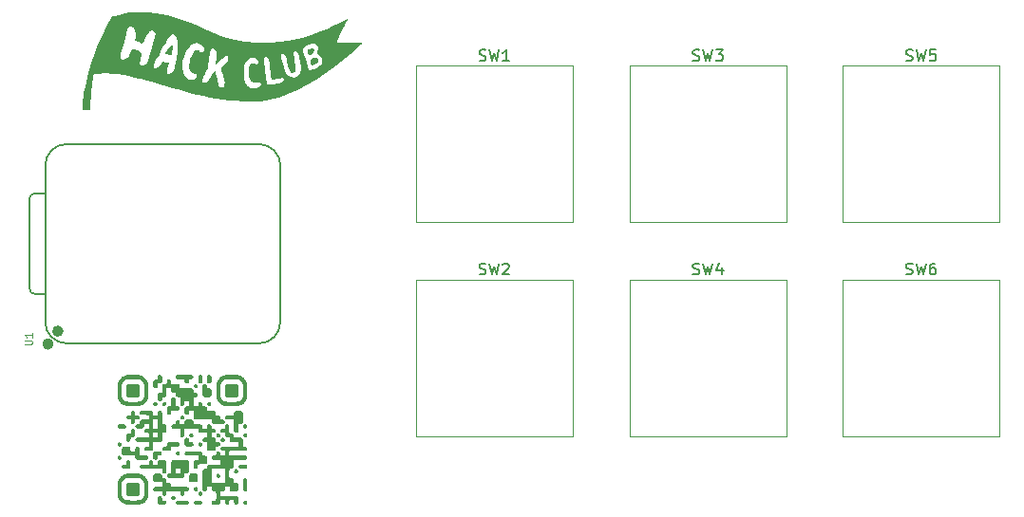
<source format=gbr>
%TF.GenerationSoftware,KiCad,Pcbnew,9.0.6*%
%TF.CreationDate,2026-01-03T14:52:23+08:00*%
%TF.ProjectId,HackPad,4861636b-5061-4642-9e6b-696361645f70,rev?*%
%TF.SameCoordinates,Original*%
%TF.FileFunction,Legend,Top*%
%TF.FilePolarity,Positive*%
%FSLAX46Y46*%
G04 Gerber Fmt 4.6, Leading zero omitted, Abs format (unit mm)*
G04 Created by KiCad (PCBNEW 9.0.6) date 2026-01-03 14:52:23*
%MOMM*%
%LPD*%
G01*
G04 APERTURE LIST*
%ADD10C,0.150000*%
%ADD11C,0.101600*%
%ADD12C,0.120000*%
%ADD13C,0.000000*%
%ADD14C,0.127000*%
%ADD15C,0.100000*%
%ADD16C,0.504000*%
G04 APERTURE END LIST*
D10*
X110907667Y-60733200D02*
X111050524Y-60780819D01*
X111050524Y-60780819D02*
X111288619Y-60780819D01*
X111288619Y-60780819D02*
X111383857Y-60733200D01*
X111383857Y-60733200D02*
X111431476Y-60685580D01*
X111431476Y-60685580D02*
X111479095Y-60590342D01*
X111479095Y-60590342D02*
X111479095Y-60495104D01*
X111479095Y-60495104D02*
X111431476Y-60399866D01*
X111431476Y-60399866D02*
X111383857Y-60352247D01*
X111383857Y-60352247D02*
X111288619Y-60304628D01*
X111288619Y-60304628D02*
X111098143Y-60257009D01*
X111098143Y-60257009D02*
X111002905Y-60209390D01*
X111002905Y-60209390D02*
X110955286Y-60161771D01*
X110955286Y-60161771D02*
X110907667Y-60066533D01*
X110907667Y-60066533D02*
X110907667Y-59971295D01*
X110907667Y-59971295D02*
X110955286Y-59876057D01*
X110955286Y-59876057D02*
X111002905Y-59828438D01*
X111002905Y-59828438D02*
X111098143Y-59780819D01*
X111098143Y-59780819D02*
X111336238Y-59780819D01*
X111336238Y-59780819D02*
X111479095Y-59828438D01*
X111812429Y-59780819D02*
X112050524Y-60780819D01*
X112050524Y-60780819D02*
X112241000Y-60066533D01*
X112241000Y-60066533D02*
X112431476Y-60780819D01*
X112431476Y-60780819D02*
X112669572Y-59780819D01*
X112955286Y-59780819D02*
X113574333Y-59780819D01*
X113574333Y-59780819D02*
X113241000Y-60161771D01*
X113241000Y-60161771D02*
X113383857Y-60161771D01*
X113383857Y-60161771D02*
X113479095Y-60209390D01*
X113479095Y-60209390D02*
X113526714Y-60257009D01*
X113526714Y-60257009D02*
X113574333Y-60352247D01*
X113574333Y-60352247D02*
X113574333Y-60590342D01*
X113574333Y-60590342D02*
X113526714Y-60685580D01*
X113526714Y-60685580D02*
X113479095Y-60733200D01*
X113479095Y-60733200D02*
X113383857Y-60780819D01*
X113383857Y-60780819D02*
X113098143Y-60780819D01*
X113098143Y-60780819D02*
X113002905Y-60733200D01*
X113002905Y-60733200D02*
X112955286Y-60685580D01*
X91866667Y-60733200D02*
X92009524Y-60780819D01*
X92009524Y-60780819D02*
X92247619Y-60780819D01*
X92247619Y-60780819D02*
X92342857Y-60733200D01*
X92342857Y-60733200D02*
X92390476Y-60685580D01*
X92390476Y-60685580D02*
X92438095Y-60590342D01*
X92438095Y-60590342D02*
X92438095Y-60495104D01*
X92438095Y-60495104D02*
X92390476Y-60399866D01*
X92390476Y-60399866D02*
X92342857Y-60352247D01*
X92342857Y-60352247D02*
X92247619Y-60304628D01*
X92247619Y-60304628D02*
X92057143Y-60257009D01*
X92057143Y-60257009D02*
X91961905Y-60209390D01*
X91961905Y-60209390D02*
X91914286Y-60161771D01*
X91914286Y-60161771D02*
X91866667Y-60066533D01*
X91866667Y-60066533D02*
X91866667Y-59971295D01*
X91866667Y-59971295D02*
X91914286Y-59876057D01*
X91914286Y-59876057D02*
X91961905Y-59828438D01*
X91961905Y-59828438D02*
X92057143Y-59780819D01*
X92057143Y-59780819D02*
X92295238Y-59780819D01*
X92295238Y-59780819D02*
X92438095Y-59828438D01*
X92771429Y-59780819D02*
X93009524Y-60780819D01*
X93009524Y-60780819D02*
X93200000Y-60066533D01*
X93200000Y-60066533D02*
X93390476Y-60780819D01*
X93390476Y-60780819D02*
X93628572Y-59780819D01*
X94533333Y-60780819D02*
X93961905Y-60780819D01*
X94247619Y-60780819D02*
X94247619Y-59780819D01*
X94247619Y-59780819D02*
X94152381Y-59923676D01*
X94152381Y-59923676D02*
X94057143Y-60018914D01*
X94057143Y-60018914D02*
X93961905Y-60066533D01*
X129907667Y-60733200D02*
X130050524Y-60780819D01*
X130050524Y-60780819D02*
X130288619Y-60780819D01*
X130288619Y-60780819D02*
X130383857Y-60733200D01*
X130383857Y-60733200D02*
X130431476Y-60685580D01*
X130431476Y-60685580D02*
X130479095Y-60590342D01*
X130479095Y-60590342D02*
X130479095Y-60495104D01*
X130479095Y-60495104D02*
X130431476Y-60399866D01*
X130431476Y-60399866D02*
X130383857Y-60352247D01*
X130383857Y-60352247D02*
X130288619Y-60304628D01*
X130288619Y-60304628D02*
X130098143Y-60257009D01*
X130098143Y-60257009D02*
X130002905Y-60209390D01*
X130002905Y-60209390D02*
X129955286Y-60161771D01*
X129955286Y-60161771D02*
X129907667Y-60066533D01*
X129907667Y-60066533D02*
X129907667Y-59971295D01*
X129907667Y-59971295D02*
X129955286Y-59876057D01*
X129955286Y-59876057D02*
X130002905Y-59828438D01*
X130002905Y-59828438D02*
X130098143Y-59780819D01*
X130098143Y-59780819D02*
X130336238Y-59780819D01*
X130336238Y-59780819D02*
X130479095Y-59828438D01*
X130812429Y-59780819D02*
X131050524Y-60780819D01*
X131050524Y-60780819D02*
X131241000Y-60066533D01*
X131241000Y-60066533D02*
X131431476Y-60780819D01*
X131431476Y-60780819D02*
X131669572Y-59780819D01*
X132526714Y-59780819D02*
X132050524Y-59780819D01*
X132050524Y-59780819D02*
X132002905Y-60257009D01*
X132002905Y-60257009D02*
X132050524Y-60209390D01*
X132050524Y-60209390D02*
X132145762Y-60161771D01*
X132145762Y-60161771D02*
X132383857Y-60161771D01*
X132383857Y-60161771D02*
X132479095Y-60209390D01*
X132479095Y-60209390D02*
X132526714Y-60257009D01*
X132526714Y-60257009D02*
X132574333Y-60352247D01*
X132574333Y-60352247D02*
X132574333Y-60590342D01*
X132574333Y-60590342D02*
X132526714Y-60685580D01*
X132526714Y-60685580D02*
X132479095Y-60733200D01*
X132479095Y-60733200D02*
X132383857Y-60780819D01*
X132383857Y-60780819D02*
X132145762Y-60780819D01*
X132145762Y-60780819D02*
X132050524Y-60733200D01*
X132050524Y-60733200D02*
X132002905Y-60685580D01*
X129907667Y-79802700D02*
X130050524Y-79850319D01*
X130050524Y-79850319D02*
X130288619Y-79850319D01*
X130288619Y-79850319D02*
X130383857Y-79802700D01*
X130383857Y-79802700D02*
X130431476Y-79755080D01*
X130431476Y-79755080D02*
X130479095Y-79659842D01*
X130479095Y-79659842D02*
X130479095Y-79564604D01*
X130479095Y-79564604D02*
X130431476Y-79469366D01*
X130431476Y-79469366D02*
X130383857Y-79421747D01*
X130383857Y-79421747D02*
X130288619Y-79374128D01*
X130288619Y-79374128D02*
X130098143Y-79326509D01*
X130098143Y-79326509D02*
X130002905Y-79278890D01*
X130002905Y-79278890D02*
X129955286Y-79231271D01*
X129955286Y-79231271D02*
X129907667Y-79136033D01*
X129907667Y-79136033D02*
X129907667Y-79040795D01*
X129907667Y-79040795D02*
X129955286Y-78945557D01*
X129955286Y-78945557D02*
X130002905Y-78897938D01*
X130002905Y-78897938D02*
X130098143Y-78850319D01*
X130098143Y-78850319D02*
X130336238Y-78850319D01*
X130336238Y-78850319D02*
X130479095Y-78897938D01*
X130812429Y-78850319D02*
X131050524Y-79850319D01*
X131050524Y-79850319D02*
X131241000Y-79136033D01*
X131241000Y-79136033D02*
X131431476Y-79850319D01*
X131431476Y-79850319D02*
X131669572Y-78850319D01*
X132479095Y-78850319D02*
X132288619Y-78850319D01*
X132288619Y-78850319D02*
X132193381Y-78897938D01*
X132193381Y-78897938D02*
X132145762Y-78945557D01*
X132145762Y-78945557D02*
X132050524Y-79088414D01*
X132050524Y-79088414D02*
X132002905Y-79278890D01*
X132002905Y-79278890D02*
X132002905Y-79659842D01*
X132002905Y-79659842D02*
X132050524Y-79755080D01*
X132050524Y-79755080D02*
X132098143Y-79802700D01*
X132098143Y-79802700D02*
X132193381Y-79850319D01*
X132193381Y-79850319D02*
X132383857Y-79850319D01*
X132383857Y-79850319D02*
X132479095Y-79802700D01*
X132479095Y-79802700D02*
X132526714Y-79755080D01*
X132526714Y-79755080D02*
X132574333Y-79659842D01*
X132574333Y-79659842D02*
X132574333Y-79421747D01*
X132574333Y-79421747D02*
X132526714Y-79326509D01*
X132526714Y-79326509D02*
X132479095Y-79278890D01*
X132479095Y-79278890D02*
X132383857Y-79231271D01*
X132383857Y-79231271D02*
X132193381Y-79231271D01*
X132193381Y-79231271D02*
X132098143Y-79278890D01*
X132098143Y-79278890D02*
X132050524Y-79326509D01*
X132050524Y-79326509D02*
X132002905Y-79421747D01*
X110907667Y-79802700D02*
X111050524Y-79850319D01*
X111050524Y-79850319D02*
X111288619Y-79850319D01*
X111288619Y-79850319D02*
X111383857Y-79802700D01*
X111383857Y-79802700D02*
X111431476Y-79755080D01*
X111431476Y-79755080D02*
X111479095Y-79659842D01*
X111479095Y-79659842D02*
X111479095Y-79564604D01*
X111479095Y-79564604D02*
X111431476Y-79469366D01*
X111431476Y-79469366D02*
X111383857Y-79421747D01*
X111383857Y-79421747D02*
X111288619Y-79374128D01*
X111288619Y-79374128D02*
X111098143Y-79326509D01*
X111098143Y-79326509D02*
X111002905Y-79278890D01*
X111002905Y-79278890D02*
X110955286Y-79231271D01*
X110955286Y-79231271D02*
X110907667Y-79136033D01*
X110907667Y-79136033D02*
X110907667Y-79040795D01*
X110907667Y-79040795D02*
X110955286Y-78945557D01*
X110955286Y-78945557D02*
X111002905Y-78897938D01*
X111002905Y-78897938D02*
X111098143Y-78850319D01*
X111098143Y-78850319D02*
X111336238Y-78850319D01*
X111336238Y-78850319D02*
X111479095Y-78897938D01*
X111812429Y-78850319D02*
X112050524Y-79850319D01*
X112050524Y-79850319D02*
X112241000Y-79136033D01*
X112241000Y-79136033D02*
X112431476Y-79850319D01*
X112431476Y-79850319D02*
X112669572Y-78850319D01*
X113479095Y-79183652D02*
X113479095Y-79850319D01*
X113241000Y-78802700D02*
X113002905Y-79516985D01*
X113002905Y-79516985D02*
X113621952Y-79516985D01*
X91866667Y-79802700D02*
X92009524Y-79850319D01*
X92009524Y-79850319D02*
X92247619Y-79850319D01*
X92247619Y-79850319D02*
X92342857Y-79802700D01*
X92342857Y-79802700D02*
X92390476Y-79755080D01*
X92390476Y-79755080D02*
X92438095Y-79659842D01*
X92438095Y-79659842D02*
X92438095Y-79564604D01*
X92438095Y-79564604D02*
X92390476Y-79469366D01*
X92390476Y-79469366D02*
X92342857Y-79421747D01*
X92342857Y-79421747D02*
X92247619Y-79374128D01*
X92247619Y-79374128D02*
X92057143Y-79326509D01*
X92057143Y-79326509D02*
X91961905Y-79278890D01*
X91961905Y-79278890D02*
X91914286Y-79231271D01*
X91914286Y-79231271D02*
X91866667Y-79136033D01*
X91866667Y-79136033D02*
X91866667Y-79040795D01*
X91866667Y-79040795D02*
X91914286Y-78945557D01*
X91914286Y-78945557D02*
X91961905Y-78897938D01*
X91961905Y-78897938D02*
X92057143Y-78850319D01*
X92057143Y-78850319D02*
X92295238Y-78850319D01*
X92295238Y-78850319D02*
X92438095Y-78897938D01*
X92771429Y-78850319D02*
X93009524Y-79850319D01*
X93009524Y-79850319D02*
X93200000Y-79136033D01*
X93200000Y-79136033D02*
X93390476Y-79850319D01*
X93390476Y-79850319D02*
X93628572Y-78850319D01*
X93961905Y-78945557D02*
X94009524Y-78897938D01*
X94009524Y-78897938D02*
X94104762Y-78850319D01*
X94104762Y-78850319D02*
X94342857Y-78850319D01*
X94342857Y-78850319D02*
X94438095Y-78897938D01*
X94438095Y-78897938D02*
X94485714Y-78945557D01*
X94485714Y-78945557D02*
X94533333Y-79040795D01*
X94533333Y-79040795D02*
X94533333Y-79136033D01*
X94533333Y-79136033D02*
X94485714Y-79278890D01*
X94485714Y-79278890D02*
X93914286Y-79850319D01*
X93914286Y-79850319D02*
X94533333Y-79850319D01*
D11*
X51373479Y-86083809D02*
X51887526Y-86083809D01*
X51887526Y-86083809D02*
X51948002Y-86053571D01*
X51948002Y-86053571D02*
X51978241Y-86023333D01*
X51978241Y-86023333D02*
X52008479Y-85962857D01*
X52008479Y-85962857D02*
X52008479Y-85841904D01*
X52008479Y-85841904D02*
X51978241Y-85781428D01*
X51978241Y-85781428D02*
X51948002Y-85751190D01*
X51948002Y-85751190D02*
X51887526Y-85720952D01*
X51887526Y-85720952D02*
X51373479Y-85720952D01*
X52008479Y-85085952D02*
X52008479Y-85448809D01*
X52008479Y-85267381D02*
X51373479Y-85267381D01*
X51373479Y-85267381D02*
X51464193Y-85327857D01*
X51464193Y-85327857D02*
X51524669Y-85388333D01*
X51524669Y-85388333D02*
X51554907Y-85448809D01*
D12*
%TO.C,SW3*%
X105256000Y-61215000D02*
X119226000Y-61215000D01*
X105256000Y-75185000D02*
X105256000Y-61215000D01*
X119226000Y-61215000D02*
X119226000Y-75185000D01*
X119226000Y-75185000D02*
X105256000Y-75185000D01*
%TO.C,SW1*%
X86215000Y-61215000D02*
X100185000Y-61215000D01*
X86215000Y-75185000D02*
X86215000Y-61215000D01*
X100185000Y-61215000D02*
X100185000Y-75185000D01*
X100185000Y-75185000D02*
X86215000Y-75185000D01*
%TO.C,SW5*%
X124256000Y-61215000D02*
X138226000Y-61215000D01*
X124256000Y-75185000D02*
X124256000Y-61215000D01*
X138226000Y-61215000D02*
X138226000Y-75185000D01*
X138226000Y-75185000D02*
X124256000Y-75185000D01*
%TO.C,SW6*%
X124256000Y-80284500D02*
X138226000Y-80284500D01*
X124256000Y-94254500D02*
X124256000Y-80284500D01*
X138226000Y-80284500D02*
X138226000Y-94254500D01*
X138226000Y-94254500D02*
X124256000Y-94254500D01*
%TO.C,SW4*%
X105256000Y-80284500D02*
X119226000Y-80284500D01*
X105256000Y-94254500D02*
X105256000Y-80284500D01*
X119226000Y-80284500D02*
X119226000Y-94254500D01*
X119226000Y-94254500D02*
X105256000Y-94254500D01*
%TO.C,SW2*%
X86215000Y-80284500D02*
X100185000Y-80284500D01*
X86215000Y-94254500D02*
X86215000Y-80284500D01*
X100185000Y-80284500D02*
X100185000Y-94254500D01*
X100185000Y-94254500D02*
X86215000Y-94254500D01*
D13*
%TO.C,G\u002A\u002A\u002A*%
G36*
X77063080Y-59675904D02*
G01*
X77152192Y-59749891D01*
X77171315Y-59861636D01*
X77125722Y-59990713D01*
X77020687Y-60116698D01*
X76932524Y-60181579D01*
X76823873Y-60242990D01*
X76751422Y-60275202D01*
X76743517Y-60276601D01*
X76707060Y-60237031D01*
X76649976Y-60135460D01*
X76610545Y-60051788D01*
X76554532Y-59917869D01*
X76537672Y-59841838D01*
X76558221Y-59795692D01*
X76592800Y-59767000D01*
X76713335Y-59709879D01*
X76868055Y-59672901D01*
X77009826Y-59665197D01*
X77063080Y-59675904D01*
G37*
G36*
X77400426Y-60550950D02*
G01*
X77507008Y-60644694D01*
X77548971Y-60772905D01*
X77538172Y-60847067D01*
X77472380Y-60941962D01*
X77347770Y-61047286D01*
X77195028Y-61141229D01*
X77044837Y-61201979D01*
X77035532Y-61204347D01*
X76962912Y-61214408D01*
X76918109Y-61186307D01*
X76884266Y-61099747D01*
X76857161Y-60989569D01*
X76825181Y-60843449D01*
X76804737Y-60735476D01*
X76800748Y-60702461D01*
X76842688Y-60644720D01*
X76948102Y-60585711D01*
X77086381Y-60538258D01*
X77226919Y-60515182D01*
X77249162Y-60514606D01*
X77400426Y-60550950D01*
G37*
G36*
X64506848Y-59315111D02*
G01*
X64517980Y-59440001D01*
X64522296Y-59607186D01*
X64519836Y-59790375D01*
X64510640Y-59963273D01*
X64494747Y-60099588D01*
X64487536Y-60134082D01*
X64466802Y-60198063D01*
X64430150Y-60229696D01*
X64353734Y-60234562D01*
X64213712Y-60218241D01*
X64160205Y-60210684D01*
X64006604Y-60183752D01*
X63899219Y-60155239D01*
X63862921Y-60133357D01*
X63888416Y-60072854D01*
X63955924Y-59960784D01*
X64051979Y-59815961D01*
X64163116Y-59657198D01*
X64275870Y-59503310D01*
X64376773Y-59373109D01*
X64452362Y-59285411D01*
X64488861Y-59258809D01*
X64506848Y-59315111D01*
G37*
G36*
X61924944Y-56450780D02*
G01*
X62273856Y-56460129D01*
X62587935Y-56476863D01*
X62845565Y-56501014D01*
X62911610Y-56510168D01*
X63628220Y-56640809D01*
X64356061Y-56815429D01*
X65106896Y-57037853D01*
X65892490Y-57311906D01*
X66724609Y-57641412D01*
X67615016Y-58030196D01*
X67684382Y-58061809D01*
X67989526Y-58197095D01*
X68313436Y-58333622D01*
X68627230Y-58459675D01*
X68902024Y-58563541D01*
X69040000Y-58611610D01*
X70025069Y-58888027D01*
X71032914Y-59072397D01*
X72062405Y-59164751D01*
X73112407Y-59165118D01*
X74181789Y-59073530D01*
X75269417Y-58890017D01*
X76374158Y-58614610D01*
X77073378Y-58395636D01*
X77659958Y-58182577D01*
X78267479Y-57934330D01*
X78867228Y-57663842D01*
X79430494Y-57384056D01*
X79925112Y-57109961D01*
X80032697Y-57060654D01*
X80105955Y-57052743D01*
X80113839Y-57057535D01*
X80103504Y-57108503D01*
X80054361Y-57231392D01*
X79972026Y-57413999D01*
X79862117Y-57644125D01*
X79730252Y-57909569D01*
X79641255Y-58083965D01*
X79497052Y-58365051D01*
X79368669Y-58617737D01*
X79262186Y-58829852D01*
X79183684Y-58989228D01*
X79139244Y-59083693D01*
X79131460Y-59104196D01*
X79176856Y-59112849D01*
X79304366Y-59120572D01*
X79500977Y-59127010D01*
X79753673Y-59131810D01*
X80049441Y-59134616D01*
X80270226Y-59135205D01*
X80597527Y-59136956D01*
X80888295Y-59141892D01*
X81129802Y-59149538D01*
X81309324Y-59159418D01*
X81414134Y-59171058D01*
X81435899Y-59178742D01*
X81411313Y-59223331D01*
X81325913Y-59318070D01*
X81191242Y-59451345D01*
X81018839Y-59611544D01*
X80903594Y-59714428D01*
X79990298Y-60489709D01*
X79082974Y-61203661D01*
X78186569Y-61853285D01*
X77306028Y-62435586D01*
X76446295Y-62947563D01*
X75612318Y-63386221D01*
X74809040Y-63748560D01*
X74041409Y-64031584D01*
X73540264Y-64177732D01*
X73166597Y-64266038D01*
X72810440Y-64331298D01*
X72451971Y-64374951D01*
X72071369Y-64398432D01*
X71648810Y-64403179D01*
X71164473Y-64390628D01*
X70822818Y-64374703D01*
X70184894Y-64335492D01*
X69587172Y-64285778D01*
X69015240Y-64222851D01*
X68454690Y-64144003D01*
X67891112Y-64046526D01*
X67310094Y-63927711D01*
X66697229Y-63784849D01*
X66038105Y-63615232D01*
X65318313Y-63416151D01*
X64576404Y-63200584D01*
X63734316Y-62954067D01*
X62975036Y-62737678D01*
X62600692Y-62634826D01*
X67163302Y-62634826D01*
X67198054Y-62712306D01*
X67284686Y-62746524D01*
X67344856Y-62750187D01*
X67483510Y-62709184D01*
X67639376Y-62598764D01*
X67794269Y-62437813D01*
X67930004Y-62245212D01*
X68028086Y-62040706D01*
X68108350Y-61867250D01*
X68197457Y-61754516D01*
X68283661Y-61713878D01*
X68340228Y-61738431D01*
X68365919Y-61799782D01*
X68403824Y-61934816D01*
X68448861Y-62123668D01*
X68495950Y-62346476D01*
X68496511Y-62349298D01*
X68551195Y-62620338D01*
X68593627Y-62813216D01*
X68629357Y-62943220D01*
X68663936Y-63025640D01*
X68702914Y-63075763D01*
X68751842Y-63108877D01*
X68776838Y-63121461D01*
X68911442Y-63169126D01*
X69012187Y-63150236D01*
X69095130Y-63083146D01*
X69170805Y-62941447D01*
X69189126Y-62727548D01*
X69150269Y-62445014D01*
X69054409Y-62097408D01*
X69045143Y-62069458D01*
X69012728Y-61976961D01*
X70866262Y-61976961D01*
X70919133Y-62361644D01*
X71028606Y-62710703D01*
X71069645Y-62798828D01*
X71169094Y-62973279D01*
X71270111Y-63085845D01*
X71403471Y-63165177D01*
X71508631Y-63207573D01*
X71748283Y-63250645D01*
X72005773Y-63221740D01*
X72190474Y-63152641D01*
X72340638Y-63034766D01*
X72408893Y-62885336D01*
X72402583Y-62763598D01*
X72375742Y-62689289D01*
X72326088Y-62661677D01*
X72223596Y-62669615D01*
X72172602Y-62678216D01*
X71930259Y-62710042D01*
X71755082Y-62699205D01*
X71624767Y-62635367D01*
X71517008Y-62508188D01*
X71420093Y-62329409D01*
X71357737Y-62170761D01*
X71323502Y-61995811D01*
X71310786Y-61768369D01*
X71310327Y-61727528D01*
X71329509Y-61421923D01*
X71391181Y-61197779D01*
X71494128Y-61056497D01*
X71637137Y-60999480D01*
X71818995Y-61028128D01*
X71890156Y-61057964D01*
X72006923Y-61106121D01*
X72076719Y-61107211D01*
X72125734Y-61071803D01*
X72169997Y-60966063D01*
X72139137Y-60828618D01*
X72068376Y-60722370D01*
X72679388Y-60722370D01*
X72699449Y-61015089D01*
X72701880Y-61034342D01*
X72730323Y-61256377D01*
X72765414Y-61532435D01*
X72802030Y-61822138D01*
X72826015Y-62012921D01*
X72856735Y-62252480D01*
X72886179Y-62472407D01*
X72910831Y-62647006D01*
X72926148Y-62744904D01*
X72954730Y-62906101D01*
X73296185Y-62878472D01*
X73527695Y-62849909D01*
X73788064Y-62803259D01*
X73989449Y-62756561D01*
X74238402Y-62675527D01*
X74406819Y-62588893D01*
X74490172Y-62500039D01*
X74483929Y-62412351D01*
X74472189Y-62396039D01*
X74425144Y-62352917D01*
X74360803Y-62330507D01*
X74261330Y-62328949D01*
X74108892Y-62348386D01*
X73885653Y-62388961D01*
X73822815Y-62401220D01*
X73605415Y-62439339D01*
X73464558Y-62451840D01*
X73385405Y-62439560D01*
X73366723Y-62426948D01*
X73342318Y-62360641D01*
X73315887Y-62220274D01*
X73290693Y-62026773D01*
X73270874Y-61812712D01*
X73227337Y-61357462D01*
X73172139Y-60982930D01*
X73106082Y-60692093D01*
X73029967Y-60487927D01*
X72972833Y-60411287D01*
X74204284Y-60411287D01*
X74227753Y-60547470D01*
X74347640Y-61008306D01*
X74462302Y-61387867D01*
X74570438Y-61682461D01*
X74670752Y-61888397D01*
X74727834Y-61969234D01*
X74916332Y-62129914D01*
X75132828Y-62227403D01*
X75356125Y-62259203D01*
X75565028Y-62222814D01*
X75738340Y-62115737D01*
X75762008Y-62091145D01*
X75884177Y-61894073D01*
X75951985Y-61634624D01*
X75965555Y-61308898D01*
X75925012Y-60912993D01*
X75830480Y-60443010D01*
X75816334Y-60384769D01*
X75744686Y-60167876D01*
X75654639Y-60001787D01*
X75556233Y-59894753D01*
X75459511Y-59855025D01*
X75374514Y-59890854D01*
X75322026Y-59978626D01*
X75299915Y-60087021D01*
X75311106Y-60230015D01*
X75353236Y-60418607D01*
X75390751Y-60604815D01*
X75424473Y-60846964D01*
X75449408Y-61105870D01*
X75457286Y-61235015D01*
X75466884Y-61459596D01*
X75468612Y-61608645D01*
X75459207Y-61701647D01*
X75435402Y-61758090D01*
X75393934Y-61797460D01*
X75359094Y-61821073D01*
X75251888Y-61872303D01*
X75159624Y-61858103D01*
X75135117Y-61845993D01*
X75072572Y-61799599D01*
X75016200Y-61723886D01*
X74960856Y-61605930D01*
X74901396Y-61432804D01*
X74832672Y-61191583D01*
X74755065Y-60891347D01*
X74675290Y-60589367D01*
X74606863Y-60369747D01*
X74544423Y-60221194D01*
X74482605Y-60132416D01*
X74416047Y-60092122D01*
X74372789Y-60086516D01*
X74269825Y-60127147D01*
X74212227Y-60239949D01*
X74204284Y-60411287D01*
X72972833Y-60411287D01*
X72944595Y-60373408D01*
X72876591Y-60348127D01*
X72767802Y-60389504D01*
X72702120Y-60514047D01*
X72679388Y-60722370D01*
X72068376Y-60722370D01*
X72038822Y-60677995D01*
X71989657Y-60626841D01*
X71814316Y-60517539D01*
X71616801Y-60488890D01*
X71415896Y-60535689D01*
X71230390Y-60652727D01*
X71079068Y-60834799D01*
X71050101Y-60887245D01*
X70931462Y-61211955D01*
X70870277Y-61584462D01*
X70866262Y-61976961D01*
X69012728Y-61976961D01*
X68977038Y-61875116D01*
X68914337Y-61711946D01*
X68866314Y-61603390D01*
X68849840Y-61575839D01*
X68842154Y-61525218D01*
X68884383Y-61439001D01*
X68983366Y-61305892D01*
X69090538Y-61178239D01*
X69229158Y-61011371D01*
X69350797Y-60853812D01*
X69436121Y-60731030D01*
X69456191Y-60696516D01*
X69498890Y-60565001D01*
X69500635Y-60439401D01*
X69464947Y-60349829D01*
X69412713Y-60324344D01*
X69316954Y-60355462D01*
X69171273Y-60440351D01*
X68993809Y-60566319D01*
X68802697Y-60720669D01*
X68649739Y-60858358D01*
X68370827Y-61122934D01*
X68400710Y-60949575D01*
X68448157Y-60608562D01*
X68466637Y-60313194D01*
X68456003Y-60077988D01*
X68416108Y-59917464D01*
X68411231Y-59907473D01*
X68303179Y-59761871D01*
X68234444Y-59719979D01*
X76165755Y-59719979D01*
X76171506Y-59811776D01*
X76198666Y-59952403D01*
X76249770Y-60153881D01*
X76327349Y-60428230D01*
X76370991Y-60576704D01*
X76470240Y-60910018D01*
X76547287Y-61162943D01*
X76606356Y-61346476D01*
X76651672Y-61471616D01*
X76687459Y-61549361D01*
X76717939Y-61590709D01*
X76747338Y-61606657D01*
X76767313Y-61608614D01*
X76847361Y-61595730D01*
X76981114Y-61562852D01*
X77067769Y-61538315D01*
X77315238Y-61440484D01*
X77540406Y-61307138D01*
X77718674Y-61155399D01*
X77819827Y-61014872D01*
X77866360Y-60813414D01*
X77836325Y-60596729D01*
X77739256Y-60390041D01*
X77584689Y-60218571D01*
X77495850Y-60157865D01*
X77441417Y-60107786D01*
X77444840Y-60029931D01*
X77463241Y-59976397D01*
X77511478Y-59731985D01*
X77474960Y-59495344D01*
X77442018Y-59418926D01*
X77333847Y-59292152D01*
X77175525Y-59237502D01*
X76963740Y-59254998D01*
X76695176Y-59344666D01*
X76520185Y-59425694D01*
X76364222Y-59513364D01*
X76240697Y-59600540D01*
X76178882Y-59664994D01*
X76165755Y-59719979D01*
X68234444Y-59719979D01*
X68177097Y-59685028D01*
X68052444Y-59679964D01*
X67948682Y-59749703D01*
X67904516Y-59828787D01*
X67883314Y-59920807D01*
X67858762Y-60083812D01*
X67834058Y-60293881D01*
X67814413Y-60502526D01*
X67778536Y-60850412D01*
X67729256Y-61139897D01*
X67657249Y-61403827D01*
X67553195Y-61675044D01*
X67407771Y-61986394D01*
X67374046Y-62054089D01*
X67250926Y-62314590D01*
X67180801Y-62505211D01*
X67163302Y-62634826D01*
X62600692Y-62634826D01*
X62291651Y-62549916D01*
X61677247Y-62389284D01*
X61124911Y-62254283D01*
X60627732Y-62143414D01*
X60178795Y-62055178D01*
X59771189Y-61988075D01*
X59398000Y-61940608D01*
X59052315Y-61911278D01*
X58727222Y-61898585D01*
X58568818Y-61898021D01*
X58301976Y-61904272D01*
X58046963Y-61917487D01*
X57822360Y-61935976D01*
X57646746Y-61958049D01*
X57538699Y-61982015D01*
X57516207Y-61993779D01*
X57485508Y-62066869D01*
X57450400Y-62221007D01*
X57412560Y-62442305D01*
X57373662Y-62716873D01*
X57335383Y-63030823D01*
X57299397Y-63370268D01*
X57267380Y-63721317D01*
X57241008Y-64070083D01*
X57221956Y-64402678D01*
X57219818Y-64450655D01*
X57188851Y-65176029D01*
X56839556Y-65176029D01*
X56490262Y-65176029D01*
X56490262Y-64996238D01*
X56498005Y-64838934D01*
X56519506Y-64608156D01*
X56552165Y-64324145D01*
X56593385Y-64007141D01*
X56640570Y-63677387D01*
X56691122Y-63355122D01*
X56729647Y-63130711D01*
X56924193Y-62206661D01*
X57178854Y-61273738D01*
X57188298Y-61245498D01*
X62841164Y-61245498D01*
X62841376Y-61334389D01*
X62874262Y-61397156D01*
X62923912Y-61437277D01*
X63038905Y-61456366D01*
X63176319Y-61389227D01*
X63329528Y-61240221D01*
X63434831Y-61100969D01*
X63512508Y-60988758D01*
X63575072Y-60918286D01*
X63645180Y-60883319D01*
X63745485Y-60877628D01*
X63898644Y-60894982D01*
X64083347Y-60922604D01*
X64232424Y-60944939D01*
X64119027Y-61312451D01*
X64056344Y-61520174D01*
X64021370Y-61657799D01*
X64012677Y-61745790D01*
X64028838Y-61804607D01*
X64068426Y-61854715D01*
X64080363Y-61866827D01*
X64163743Y-61927822D01*
X64253699Y-61930145D01*
X64379394Y-61872242D01*
X64418780Y-61848809D01*
X64509981Y-61785916D01*
X64579855Y-61713098D01*
X64636578Y-61612828D01*
X64688322Y-61467578D01*
X64743264Y-61259823D01*
X64759338Y-61190648D01*
X65397341Y-61190648D01*
X65400916Y-61411087D01*
X65459323Y-61776883D01*
X65576796Y-62068129D01*
X65753329Y-62284811D01*
X65988910Y-62426916D01*
X66118985Y-62467689D01*
X66258382Y-62497639D01*
X66349191Y-62498481D01*
X66435003Y-62464630D01*
X66516297Y-62416778D01*
X66652803Y-62312114D01*
X66708972Y-62202011D01*
X66697544Y-62061380D01*
X66697294Y-62060380D01*
X66653108Y-61972605D01*
X66560678Y-61942689D01*
X66523323Y-61941572D01*
X66307584Y-61905744D01*
X66150695Y-61797464D01*
X66051901Y-61615537D01*
X66010445Y-61358769D01*
X66014820Y-61138120D01*
X66051432Y-60899227D01*
X66122192Y-60634553D01*
X66216586Y-60372362D01*
X66324096Y-60140917D01*
X66434209Y-59968481D01*
X66461651Y-59937131D01*
X66611484Y-59829723D01*
X66763999Y-59805921D01*
X66901071Y-59867306D01*
X66930898Y-59896254D01*
X67051253Y-59978408D01*
X67169886Y-59980488D01*
X67266937Y-59915806D01*
X67322549Y-59797674D01*
X67316864Y-59639404D01*
X67316461Y-59637784D01*
X67223240Y-59436135D01*
X67070248Y-59293417D01*
X66873995Y-59211723D01*
X66650995Y-59193144D01*
X66417757Y-59239772D01*
X66190794Y-59353698D01*
X66042674Y-59476426D01*
X65842191Y-59730519D01*
X65669335Y-60053350D01*
X65532187Y-60420557D01*
X65438828Y-60807777D01*
X65397341Y-61190648D01*
X64759338Y-61190648D01*
X64792700Y-61047075D01*
X64889981Y-60554258D01*
X64954712Y-60087541D01*
X64986790Y-59657918D01*
X64986112Y-59276379D01*
X64952576Y-58953918D01*
X64886079Y-58701526D01*
X64815813Y-58566639D01*
X64693362Y-58447141D01*
X64559318Y-58417841D01*
X64412544Y-58479456D01*
X64251902Y-58632703D01*
X64076254Y-58878299D01*
X63934770Y-59122086D01*
X63815206Y-59342280D01*
X63664793Y-59618481D01*
X63498465Y-59923307D01*
X63331158Y-60229378D01*
X63233513Y-60407709D01*
X63069802Y-60711587D01*
X62952055Y-60945145D01*
X62876950Y-61119432D01*
X62841164Y-61245498D01*
X57188298Y-61245498D01*
X57462143Y-60426630D01*
X59876139Y-60426630D01*
X59892374Y-60508940D01*
X59929364Y-60581054D01*
X59944782Y-60603896D01*
X60025426Y-60682362D01*
X60131755Y-60691642D01*
X60162830Y-60686216D01*
X60334081Y-60625843D01*
X60485454Y-60510249D01*
X60630148Y-60326369D01*
X60767826Y-60087367D01*
X60858873Y-59919116D01*
X60936086Y-59788789D01*
X60987872Y-59715405D01*
X61000279Y-59705992D01*
X61057860Y-59721957D01*
X61180356Y-59764332D01*
X61344099Y-59824838D01*
X61390286Y-59842433D01*
X61578395Y-59919013D01*
X61695179Y-59989286D01*
X61751344Y-60075469D01*
X61757597Y-60199776D01*
X61724645Y-60384425D01*
X61701177Y-60487523D01*
X61644072Y-60787724D01*
X61631358Y-61005392D01*
X61662996Y-61142111D01*
X61684419Y-61171011D01*
X61801431Y-61226691D01*
X61948325Y-61209375D01*
X62100205Y-61123841D01*
X62146287Y-61082349D01*
X62229351Y-60962027D01*
X62327184Y-60755688D01*
X62437180Y-60470846D01*
X62556728Y-60115012D01*
X62683220Y-59695701D01*
X62814048Y-59220424D01*
X62876237Y-58980072D01*
X62938525Y-58730287D01*
X62978137Y-58554357D01*
X62997063Y-58434255D01*
X62997291Y-58351957D01*
X62980810Y-58289439D01*
X62957592Y-58242734D01*
X62848042Y-58132489D01*
X62700669Y-58091532D01*
X62546709Y-58123720D01*
X62462249Y-58181535D01*
X62398306Y-58264868D01*
X62308502Y-58412116D01*
X62206085Y-58600477D01*
X62128624Y-58755724D01*
X62033592Y-58946573D01*
X61950156Y-59100766D01*
X61888201Y-59200848D01*
X61859798Y-59230337D01*
X61797747Y-59213749D01*
X61674222Y-59170214D01*
X61515688Y-59109070D01*
X61512015Y-59107601D01*
X61205426Y-58984865D01*
X61232854Y-58657699D01*
X61233173Y-58325100D01*
X61176461Y-58045839D01*
X61065580Y-57831738D01*
X61020221Y-57780010D01*
X60884883Y-57681319D01*
X60756678Y-57673216D01*
X60629951Y-57745036D01*
X60578485Y-57806768D01*
X60528879Y-57913921D01*
X60476211Y-58080699D01*
X60415556Y-58321307D01*
X60386778Y-58446628D01*
X60312963Y-58753845D01*
X60221785Y-59103073D01*
X60126149Y-59446135D01*
X60057602Y-59675732D01*
X59971389Y-59958675D01*
X59913703Y-60167482D01*
X59882601Y-60318139D01*
X59876139Y-60426630D01*
X57462143Y-60426630D01*
X57497266Y-60321604D01*
X57883064Y-59339924D01*
X58339884Y-58318363D01*
X58637863Y-57705414D01*
X58805865Y-57373509D01*
X58940526Y-57119903D01*
X59047982Y-56936338D01*
X59134368Y-56814557D01*
X59205817Y-56746305D01*
X59268466Y-56723324D01*
X59328447Y-56737357D01*
X59348693Y-56748699D01*
X59415121Y-56775181D01*
X59502674Y-56772329D01*
X59636141Y-56736842D01*
X59762230Y-56693652D01*
X59990183Y-56620876D01*
X60245802Y-56551814D01*
X60414419Y-56513731D01*
X60613268Y-56486617D01*
X60885361Y-56466734D01*
X61209081Y-56454113D01*
X61562814Y-56448784D01*
X61924944Y-56450780D01*
G37*
G36*
X59849052Y-94819790D02*
G01*
X59897401Y-94845196D01*
X59938968Y-94882813D01*
X59969877Y-94928775D01*
X59986254Y-94979214D01*
X59987869Y-95000157D01*
X59978522Y-95051312D01*
X59953066Y-95099565D01*
X59915373Y-95141048D01*
X59869319Y-95171896D01*
X59818779Y-95188240D01*
X59797794Y-95189852D01*
X59754608Y-95183826D01*
X59711379Y-95163795D01*
X59706737Y-95160933D01*
X59662656Y-95124096D01*
X59629566Y-95078062D01*
X59610770Y-95028193D01*
X59607719Y-95000157D01*
X59617066Y-94949002D01*
X59642523Y-94900749D01*
X59680215Y-94859266D01*
X59726269Y-94828419D01*
X59776809Y-94812074D01*
X59797794Y-94810463D01*
X59849052Y-94819790D01*
G37*
G36*
X59849052Y-96020263D02*
G01*
X59897401Y-96045669D01*
X59938968Y-96083286D01*
X59969877Y-96129248D01*
X59986254Y-96179687D01*
X59987869Y-96200630D01*
X59978522Y-96251785D01*
X59953066Y-96300038D01*
X59915373Y-96341521D01*
X59869319Y-96372368D01*
X59818779Y-96388713D01*
X59797794Y-96390324D01*
X59754608Y-96384298D01*
X59711379Y-96364267D01*
X59706737Y-96361405D01*
X59662656Y-96324569D01*
X59629566Y-96278534D01*
X59610770Y-96228665D01*
X59607719Y-96200630D01*
X59617066Y-96149475D01*
X59642523Y-96101222D01*
X59680215Y-96059739D01*
X59726269Y-96028891D01*
X59776809Y-96012547D01*
X59797794Y-96010935D01*
X59849052Y-96020263D01*
G37*
G36*
X63050312Y-91218373D02*
G01*
X63098661Y-91243778D01*
X63140228Y-91281395D01*
X63171137Y-91327357D01*
X63187514Y-91377797D01*
X63189129Y-91398739D01*
X63179783Y-91449895D01*
X63154326Y-91498147D01*
X63116633Y-91539630D01*
X63070580Y-91570478D01*
X63020039Y-91586822D01*
X62999054Y-91588434D01*
X62955868Y-91582408D01*
X62912639Y-91562377D01*
X62907997Y-91559515D01*
X62863916Y-91522678D01*
X62830826Y-91476644D01*
X62812031Y-91426775D01*
X62808980Y-91398739D01*
X62818326Y-91347584D01*
X62843783Y-91299331D01*
X62881475Y-91257848D01*
X62927529Y-91227001D01*
X62978070Y-91210656D01*
X62999054Y-91209045D01*
X63050312Y-91218373D01*
G37*
G36*
X63850627Y-91218373D02*
G01*
X63898977Y-91243778D01*
X63940543Y-91281395D01*
X63971452Y-91327357D01*
X63987830Y-91377797D01*
X63989444Y-91398739D01*
X63980098Y-91449895D01*
X63954641Y-91498147D01*
X63916948Y-91539630D01*
X63870895Y-91570478D01*
X63820354Y-91586822D01*
X63799369Y-91588434D01*
X63756183Y-91582408D01*
X63712954Y-91562377D01*
X63708313Y-91559515D01*
X63664231Y-91522678D01*
X63631141Y-91476644D01*
X63612346Y-91426775D01*
X63609295Y-91398739D01*
X63618641Y-91347584D01*
X63644098Y-91299331D01*
X63681790Y-91257848D01*
X63727844Y-91227001D01*
X63778385Y-91210656D01*
X63799369Y-91209045D01*
X63850627Y-91218373D01*
G37*
G36*
X64650942Y-99621681D02*
G01*
X64699292Y-99647087D01*
X64740858Y-99684704D01*
X64771767Y-99730665D01*
X64788145Y-99781105D01*
X64789759Y-99802048D01*
X64780413Y-99853203D01*
X64754956Y-99901456D01*
X64717264Y-99942939D01*
X64671210Y-99973786D01*
X64620669Y-99990131D01*
X64599685Y-99991742D01*
X64556498Y-99985716D01*
X64513269Y-99965685D01*
X64508628Y-99962823D01*
X64464546Y-99925986D01*
X64431456Y-99879952D01*
X64412661Y-99830083D01*
X64409610Y-99802048D01*
X64418956Y-99750892D01*
X64444413Y-99702640D01*
X64482106Y-99661156D01*
X64528159Y-99630309D01*
X64578700Y-99613965D01*
X64599685Y-99612353D01*
X64650942Y-99621681D01*
G37*
G36*
X65051100Y-95620105D02*
G01*
X65099449Y-95645511D01*
X65141016Y-95683128D01*
X65171925Y-95729090D01*
X65188302Y-95779530D01*
X65189917Y-95800472D01*
X65180570Y-95851627D01*
X65155114Y-95899880D01*
X65117421Y-95941363D01*
X65071367Y-95972211D01*
X65020827Y-95988555D01*
X64999842Y-95990167D01*
X64956656Y-95984141D01*
X64913427Y-95964110D01*
X64908785Y-95961248D01*
X64864704Y-95924411D01*
X64831614Y-95878377D01*
X64812818Y-95828508D01*
X64809767Y-95800472D01*
X64819114Y-95749317D01*
X64844571Y-95701064D01*
X64882263Y-95659581D01*
X64928317Y-95628734D01*
X64978857Y-95612389D01*
X64999842Y-95610778D01*
X65051100Y-95620105D01*
G37*
G36*
X65451257Y-92418845D02*
G01*
X65499607Y-92444251D01*
X65541173Y-92481868D01*
X65572082Y-92527830D01*
X65588460Y-92578269D01*
X65590074Y-92599212D01*
X65580728Y-92650367D01*
X65555271Y-92698620D01*
X65517579Y-92740103D01*
X65471525Y-92770950D01*
X65420984Y-92787295D01*
X65400000Y-92788907D01*
X65356813Y-92782880D01*
X65313584Y-92762849D01*
X65308943Y-92759987D01*
X65264861Y-92723151D01*
X65231771Y-92677117D01*
X65212976Y-92627248D01*
X65209925Y-92599212D01*
X65219271Y-92548057D01*
X65244728Y-92499804D01*
X65282421Y-92458321D01*
X65328474Y-92427473D01*
X65379015Y-92411129D01*
X65400000Y-92409517D01*
X65451257Y-92418845D01*
G37*
G36*
X66251572Y-94019475D02*
G01*
X66299922Y-94044881D01*
X66341488Y-94082498D01*
X66372397Y-94128460D01*
X66388775Y-94178899D01*
X66390390Y-94199842D01*
X66381043Y-94250997D01*
X66355586Y-94299250D01*
X66317894Y-94340733D01*
X66271840Y-94371581D01*
X66221299Y-94387925D01*
X66200315Y-94389537D01*
X66157128Y-94383511D01*
X66113900Y-94363479D01*
X66109258Y-94360618D01*
X66065176Y-94323781D01*
X66032086Y-94277747D01*
X66013291Y-94227878D01*
X66010240Y-94199842D01*
X66019586Y-94148687D01*
X66045043Y-94100434D01*
X66082736Y-94058951D01*
X66128789Y-94028104D01*
X66179330Y-94011759D01*
X66200315Y-94010147D01*
X66251572Y-94019475D01*
G37*
G36*
X66651730Y-89617742D02*
G01*
X66700079Y-89643148D01*
X66741646Y-89680765D01*
X66772555Y-89726727D01*
X66788932Y-89777166D01*
X66790547Y-89798109D01*
X66781201Y-89849264D01*
X66755744Y-89897517D01*
X66718051Y-89939000D01*
X66671998Y-89969848D01*
X66621457Y-89986192D01*
X66600472Y-89987804D01*
X66557286Y-89981778D01*
X66514057Y-89961747D01*
X66509415Y-89958885D01*
X66465334Y-89922048D01*
X66432244Y-89876014D01*
X66413449Y-89826145D01*
X66410397Y-89798109D01*
X66419744Y-89746954D01*
X66445201Y-89698701D01*
X66482893Y-89657218D01*
X66528947Y-89626371D01*
X66579488Y-89610026D01*
X66600472Y-89608414D01*
X66651730Y-89617742D01*
G37*
G36*
X66651730Y-98821366D02*
G01*
X66700079Y-98846772D01*
X66741646Y-98884389D01*
X66772555Y-98930350D01*
X66788932Y-98980790D01*
X66790547Y-99001733D01*
X66781201Y-99052888D01*
X66755744Y-99101140D01*
X66718051Y-99142624D01*
X66671998Y-99173471D01*
X66621457Y-99189816D01*
X66600472Y-99191427D01*
X66557286Y-99185401D01*
X66514057Y-99165370D01*
X66509415Y-99162508D01*
X66465334Y-99125671D01*
X66432244Y-99079637D01*
X66413449Y-99029768D01*
X66410397Y-99001733D01*
X66419744Y-98950577D01*
X66445201Y-98902325D01*
X66482893Y-98860841D01*
X66528947Y-98829994D01*
X66579488Y-98813649D01*
X66600472Y-98812038D01*
X66651730Y-98821366D01*
G37*
G36*
X67051888Y-94819790D02*
G01*
X67100237Y-94845196D01*
X67141803Y-94882813D01*
X67172713Y-94928775D01*
X67189090Y-94979214D01*
X67190705Y-95000157D01*
X67181358Y-95051312D01*
X67155901Y-95099565D01*
X67118209Y-95141048D01*
X67072155Y-95171896D01*
X67021614Y-95188240D01*
X67000630Y-95189852D01*
X66957443Y-95183826D01*
X66914215Y-95163795D01*
X66909573Y-95160933D01*
X66865491Y-95124096D01*
X66832401Y-95078062D01*
X66813606Y-95028193D01*
X66810555Y-95000157D01*
X66819902Y-94949002D01*
X66845358Y-94900749D01*
X66883051Y-94859266D01*
X66929105Y-94828419D01*
X66979645Y-94812074D01*
X67000630Y-94810463D01*
X67051888Y-94819790D01*
G37*
G36*
X67051888Y-99221523D02*
G01*
X67100237Y-99246929D01*
X67141803Y-99284546D01*
X67172713Y-99330508D01*
X67189090Y-99380947D01*
X67190705Y-99401890D01*
X67181358Y-99453045D01*
X67155901Y-99501298D01*
X67118209Y-99542781D01*
X67072155Y-99573629D01*
X67021614Y-99589973D01*
X67000630Y-99591585D01*
X66957443Y-99585559D01*
X66914215Y-99565528D01*
X66909573Y-99562666D01*
X66865491Y-99525829D01*
X66832401Y-99479795D01*
X66813606Y-99429926D01*
X66810555Y-99401890D01*
X66819902Y-99350735D01*
X66845358Y-99302482D01*
X66883051Y-99260999D01*
X66929105Y-99230152D01*
X66979645Y-99213807D01*
X67000630Y-99212195D01*
X67051888Y-99221523D01*
G37*
G36*
X67852203Y-91218373D02*
G01*
X67900552Y-91243778D01*
X67942118Y-91281395D01*
X67973028Y-91327357D01*
X67989405Y-91377797D01*
X67991020Y-91398739D01*
X67981673Y-91449895D01*
X67956216Y-91498147D01*
X67918524Y-91539630D01*
X67872470Y-91570478D01*
X67821930Y-91586822D01*
X67800945Y-91588434D01*
X67757759Y-91582408D01*
X67714530Y-91562377D01*
X67709888Y-91559515D01*
X67665806Y-91522678D01*
X67632717Y-91476644D01*
X67613921Y-91426775D01*
X67610870Y-91398739D01*
X67620217Y-91347584D01*
X67645673Y-91299331D01*
X67683366Y-91257848D01*
X67729420Y-91227001D01*
X67779960Y-91210656D01*
X67800945Y-91209045D01*
X67852203Y-91218373D01*
G37*
G36*
X68652518Y-94019475D02*
G01*
X68700867Y-94044881D01*
X68742434Y-94082498D01*
X68773343Y-94128460D01*
X68789720Y-94178899D01*
X68791335Y-94199842D01*
X68781988Y-94250997D01*
X68756531Y-94299250D01*
X68718839Y-94340733D01*
X68672785Y-94371581D01*
X68622245Y-94387925D01*
X68601260Y-94389537D01*
X68558074Y-94383511D01*
X68514845Y-94363479D01*
X68510203Y-94360618D01*
X68466121Y-94323781D01*
X68433032Y-94277747D01*
X68414236Y-94227878D01*
X68411185Y-94199842D01*
X68420532Y-94148687D01*
X68445988Y-94100434D01*
X68483681Y-94058951D01*
X68529735Y-94028104D01*
X68580275Y-94011759D01*
X68601260Y-94010147D01*
X68652518Y-94019475D01*
G37*
G36*
X68652518Y-97620893D02*
G01*
X68700867Y-97646299D01*
X68742434Y-97683916D01*
X68773343Y-97729878D01*
X68789720Y-97780317D01*
X68791335Y-97801260D01*
X68781988Y-97852415D01*
X68756531Y-97900668D01*
X68718839Y-97942151D01*
X68672785Y-97972999D01*
X68622245Y-97989343D01*
X68601260Y-97990955D01*
X68558074Y-97984929D01*
X68514845Y-97964897D01*
X68510203Y-97962035D01*
X68466121Y-97925199D01*
X68433032Y-97879165D01*
X68414236Y-97829296D01*
X68411185Y-97801260D01*
X68420532Y-97750105D01*
X68445988Y-97701852D01*
X68483681Y-97660369D01*
X68529735Y-97629521D01*
X68580275Y-97613177D01*
X68601260Y-97611565D01*
X68652518Y-97620893D01*
G37*
G36*
X69052675Y-94419633D02*
G01*
X69101025Y-94445039D01*
X69142591Y-94482656D01*
X69173500Y-94528617D01*
X69189878Y-94579057D01*
X69191492Y-94600000D01*
X69182146Y-94651155D01*
X69156689Y-94699407D01*
X69118997Y-94740891D01*
X69072943Y-94771738D01*
X69022402Y-94788083D01*
X69001418Y-94789694D01*
X68958231Y-94783668D01*
X68915002Y-94763637D01*
X68910361Y-94760775D01*
X68866279Y-94723938D01*
X68833189Y-94677904D01*
X68814394Y-94628035D01*
X68811343Y-94600000D01*
X68820689Y-94548844D01*
X68846146Y-94500592D01*
X68883838Y-94459108D01*
X68929892Y-94428261D01*
X68980433Y-94411916D01*
X69001418Y-94410305D01*
X69052675Y-94419633D01*
G37*
G36*
X70253148Y-97220736D02*
G01*
X70301497Y-97246141D01*
X70343064Y-97283759D01*
X70373973Y-97329720D01*
X70390350Y-97380160D01*
X70391965Y-97401102D01*
X70382618Y-97452258D01*
X70357162Y-97500510D01*
X70319469Y-97541994D01*
X70273415Y-97572841D01*
X70222875Y-97589186D01*
X70201890Y-97590797D01*
X70158704Y-97584771D01*
X70115475Y-97564740D01*
X70110833Y-97561878D01*
X70066752Y-97525041D01*
X70033662Y-97479007D01*
X70014866Y-97429138D01*
X70011815Y-97401102D01*
X70021162Y-97349947D01*
X70046619Y-97301695D01*
X70084311Y-97260211D01*
X70130365Y-97229364D01*
X70180905Y-97213019D01*
X70201890Y-97211408D01*
X70253148Y-97220736D01*
G37*
G36*
X71053463Y-93219160D02*
G01*
X71101812Y-93244566D01*
X71143379Y-93282183D01*
X71174288Y-93328145D01*
X71190665Y-93378584D01*
X71192280Y-93399527D01*
X71182933Y-93450682D01*
X71157477Y-93498935D01*
X71119784Y-93540418D01*
X71073730Y-93571266D01*
X71023190Y-93587610D01*
X71002205Y-93589222D01*
X70959019Y-93583196D01*
X70915790Y-93563164D01*
X70911148Y-93560302D01*
X70867067Y-93523466D01*
X70833977Y-93477432D01*
X70815182Y-93427563D01*
X70812130Y-93399527D01*
X70821477Y-93348372D01*
X70846934Y-93300119D01*
X70884626Y-93258636D01*
X70930680Y-93227788D01*
X70981221Y-93211444D01*
X71002205Y-93209832D01*
X71053463Y-93219160D01*
G37*
G36*
X71053463Y-94019475D02*
G01*
X71101812Y-94044881D01*
X71143379Y-94082498D01*
X71174288Y-94128460D01*
X71190665Y-94178899D01*
X71192280Y-94199842D01*
X71182933Y-94250997D01*
X71157477Y-94299250D01*
X71119784Y-94340733D01*
X71073730Y-94371581D01*
X71023190Y-94387925D01*
X71002205Y-94389537D01*
X70959019Y-94383511D01*
X70915790Y-94363479D01*
X70911148Y-94360618D01*
X70867067Y-94323781D01*
X70833977Y-94277747D01*
X70815182Y-94227878D01*
X70812130Y-94199842D01*
X70821477Y-94148687D01*
X70846934Y-94100434D01*
X70884626Y-94058951D01*
X70930680Y-94028104D01*
X70981221Y-94011759D01*
X71002205Y-94010147D01*
X71053463Y-94019475D01*
G37*
G36*
X71053463Y-100021838D02*
G01*
X71101812Y-100047244D01*
X71143379Y-100084861D01*
X71174288Y-100130823D01*
X71190665Y-100181263D01*
X71192280Y-100202205D01*
X71182933Y-100253360D01*
X71157477Y-100301613D01*
X71119784Y-100343096D01*
X71073730Y-100373944D01*
X71023190Y-100390288D01*
X71002205Y-100391900D01*
X70959019Y-100385874D01*
X70915790Y-100365843D01*
X70911148Y-100362981D01*
X70867067Y-100326144D01*
X70833977Y-100280110D01*
X70815182Y-100230241D01*
X70812130Y-100202205D01*
X70821477Y-100151050D01*
X70846934Y-100102797D01*
X70884626Y-100061314D01*
X70930680Y-100030467D01*
X70981221Y-100014122D01*
X71002205Y-100012511D01*
X71053463Y-100021838D01*
G37*
G36*
X61485080Y-89634524D02*
G01*
X61523939Y-89664721D01*
X61556778Y-89703314D01*
X61559200Y-89707052D01*
X61588119Y-89753091D01*
X61588309Y-90196485D01*
X61588499Y-90639879D01*
X61562010Y-90685080D01*
X61531813Y-90723939D01*
X61493220Y-90756778D01*
X61489481Y-90759200D01*
X61443442Y-90788119D01*
X60998267Y-90788119D01*
X60553091Y-90788119D01*
X60507052Y-90759200D01*
X60468229Y-90727524D01*
X60436753Y-90688757D01*
X60434524Y-90685080D01*
X60408034Y-90639879D01*
X60408224Y-90196485D01*
X60408414Y-89753091D01*
X60437334Y-89707052D01*
X60469009Y-89668229D01*
X60507776Y-89636753D01*
X60511454Y-89634524D01*
X60556654Y-89608034D01*
X60998267Y-89608034D01*
X61439879Y-89608034D01*
X61485080Y-89634524D01*
G37*
G36*
X61485080Y-98437990D02*
G01*
X61523939Y-98468187D01*
X61556778Y-98506780D01*
X61559200Y-98510518D01*
X61588119Y-98556557D01*
X61588309Y-98999951D01*
X61588499Y-99443345D01*
X61562010Y-99488546D01*
X61531813Y-99527405D01*
X61493220Y-99560244D01*
X61489481Y-99562666D01*
X61443442Y-99591585D01*
X60998267Y-99591585D01*
X60553091Y-99591585D01*
X60507052Y-99562666D01*
X60468229Y-99530990D01*
X60436753Y-99492223D01*
X60434524Y-99488546D01*
X60408034Y-99443345D01*
X60408224Y-98999951D01*
X60408414Y-98556557D01*
X60437334Y-98510518D01*
X60469009Y-98471695D01*
X60507776Y-98440219D01*
X60511454Y-98437990D01*
X60556654Y-98411500D01*
X60998267Y-98411500D01*
X61439879Y-98411500D01*
X61485080Y-98437990D01*
G37*
G36*
X66402175Y-97611375D02*
G01*
X66645490Y-97611565D01*
X66691529Y-97640485D01*
X66730353Y-97672160D01*
X66761828Y-97710927D01*
X66764058Y-97714604D01*
X66790547Y-97759805D01*
X66790357Y-98003120D01*
X66790167Y-98246435D01*
X66761248Y-98292474D01*
X66729572Y-98331298D01*
X66690806Y-98362773D01*
X66687128Y-98365003D01*
X66641927Y-98391492D01*
X66398612Y-98391302D01*
X66155297Y-98391112D01*
X66109258Y-98362193D01*
X66070434Y-98330517D01*
X66038959Y-98291751D01*
X66036729Y-98288073D01*
X66010240Y-98242872D01*
X66010430Y-97999557D01*
X66010620Y-97756242D01*
X66039539Y-97710203D01*
X66071215Y-97671380D01*
X66109981Y-97639904D01*
X66113659Y-97637674D01*
X66158860Y-97611185D01*
X66402175Y-97611375D01*
G37*
G36*
X70288546Y-89634524D02*
G01*
X70327405Y-89664721D01*
X70360244Y-89703314D01*
X70362666Y-89707052D01*
X70391585Y-89753091D01*
X70391775Y-90196485D01*
X70391965Y-90639879D01*
X70365476Y-90685080D01*
X70335278Y-90723939D01*
X70296685Y-90756778D01*
X70292947Y-90759200D01*
X70246908Y-90788119D01*
X69801733Y-90788119D01*
X69356557Y-90788119D01*
X69310518Y-90759200D01*
X69271695Y-90727524D01*
X69240219Y-90688757D01*
X69237990Y-90685080D01*
X69211500Y-90639879D01*
X69211690Y-90196485D01*
X69211880Y-89753091D01*
X69240800Y-89707052D01*
X69272475Y-89668229D01*
X69311242Y-89636753D01*
X69314920Y-89634524D01*
X69360120Y-89608034D01*
X69801733Y-89608034D01*
X70243345Y-89608034D01*
X70288546Y-89634524D01*
G37*
G36*
X71055216Y-98020664D02*
G01*
X71105452Y-98046308D01*
X71147282Y-98084794D01*
X71165994Y-98112585D01*
X71192280Y-98161255D01*
X71192280Y-98601575D01*
X71192280Y-99041895D01*
X71165994Y-99090565D01*
X71129446Y-99138143D01*
X71080377Y-99171901D01*
X71022558Y-99189635D01*
X70992865Y-99191807D01*
X70963048Y-99189993D01*
X70942325Y-99185369D01*
X70937345Y-99182071D01*
X70924858Y-99171512D01*
X70902303Y-99158594D01*
X70899178Y-99157079D01*
X70873994Y-99138598D01*
X70848524Y-99109743D01*
X70839579Y-99096380D01*
X70812130Y-99050937D01*
X70812130Y-98601575D01*
X70812130Y-98152213D01*
X70838982Y-98107759D01*
X70873708Y-98066413D01*
X70919640Y-98034252D01*
X70970362Y-98015064D01*
X71002205Y-98011343D01*
X71055216Y-98020664D01*
G37*
G36*
X67036481Y-88809560D02*
G01*
X67058706Y-88813520D01*
X67065490Y-88817455D01*
X67077922Y-88827921D01*
X67100623Y-88840955D01*
X67104789Y-88842985D01*
X67136859Y-88867863D01*
X67164388Y-88907131D01*
X67190705Y-88955484D01*
X67190705Y-89201320D01*
X67190705Y-89447156D01*
X67163853Y-89491611D01*
X67125025Y-89538423D01*
X67076468Y-89569737D01*
X67021800Y-89584557D01*
X66964641Y-89581886D01*
X66909930Y-89561471D01*
X66864051Y-89525864D01*
X66837402Y-89491603D01*
X66810555Y-89447156D01*
X66810555Y-89197873D01*
X66810555Y-88948590D01*
X66838003Y-88903147D01*
X66861260Y-88872295D01*
X66887514Y-88848470D01*
X66897602Y-88842448D01*
X66920832Y-88829620D01*
X66935041Y-88818464D01*
X66935770Y-88817455D01*
X66948687Y-88811921D01*
X66974456Y-88808761D01*
X67006059Y-88807974D01*
X67036481Y-88809560D01*
G37*
G36*
X67094289Y-100038982D02*
G01*
X67135634Y-100073708D01*
X67167795Y-100119640D01*
X67186983Y-100170362D01*
X67190705Y-100202205D01*
X67181383Y-100255216D01*
X67155739Y-100305452D01*
X67117254Y-100347282D01*
X67089462Y-100365994D01*
X67040792Y-100392280D01*
X66791211Y-100392280D01*
X66712792Y-100391896D01*
X66646467Y-100390790D01*
X66594033Y-100389031D01*
X66557286Y-100386686D01*
X66538024Y-100383825D01*
X66535612Y-100382544D01*
X66523156Y-100372037D01*
X66500519Y-100359053D01*
X66496821Y-100357255D01*
X66467179Y-100334182D01*
X66440492Y-100297748D01*
X66420457Y-100254587D01*
X66410772Y-100211333D01*
X66410397Y-100202205D01*
X66419354Y-100151775D01*
X66443696Y-100102052D01*
X66479634Y-100059451D01*
X66506813Y-100038982D01*
X66551268Y-100012130D01*
X66800551Y-100012130D01*
X67049834Y-100012130D01*
X67094289Y-100038982D01*
G37*
G36*
X71095864Y-96837722D02*
G01*
X71137209Y-96872447D01*
X71169371Y-96918380D01*
X71188559Y-96969102D01*
X71192280Y-97000945D01*
X71185454Y-97043298D01*
X71167440Y-97087061D01*
X71141936Y-97125600D01*
X71112639Y-97152282D01*
X71105857Y-97155995D01*
X71082415Y-97168890D01*
X71067942Y-97180099D01*
X71067065Y-97181283D01*
X71055322Y-97184296D01*
X71025242Y-97186759D01*
X70978491Y-97188616D01*
X70916735Y-97189809D01*
X70841638Y-97190282D01*
X70804037Y-97190245D01*
X70547026Y-97189471D01*
X70505510Y-97163449D01*
X70462387Y-97125355D01*
X70430795Y-97074926D01*
X70413918Y-97018014D01*
X70411973Y-96991605D01*
X70413788Y-96961788D01*
X70418411Y-96941064D01*
X70421709Y-96936085D01*
X70432268Y-96923597D01*
X70445187Y-96901042D01*
X70446702Y-96897917D01*
X70465183Y-96872734D01*
X70494038Y-96847264D01*
X70507401Y-96838319D01*
X70552843Y-96810870D01*
X70802126Y-96810870D01*
X71051409Y-96810870D01*
X71095864Y-96837722D01*
G37*
G36*
X67837027Y-88809725D02*
G01*
X67859282Y-88813852D01*
X67866064Y-88817875D01*
X67878909Y-88828315D01*
X67901995Y-88840386D01*
X67905182Y-88841752D01*
X67938276Y-88865928D01*
X67964522Y-88902884D01*
X67991020Y-88950294D01*
X67991020Y-89194204D01*
X67991020Y-89438114D01*
X67964734Y-89486784D01*
X67928185Y-89534362D01*
X67879116Y-89568120D01*
X67821298Y-89585854D01*
X67791605Y-89588026D01*
X67761788Y-89586212D01*
X67741064Y-89581588D01*
X67736085Y-89578290D01*
X67723597Y-89567731D01*
X67701042Y-89554813D01*
X67697917Y-89553298D01*
X67672734Y-89534817D01*
X67647264Y-89505962D01*
X67638319Y-89492599D01*
X67610870Y-89447156D01*
X67610870Y-89197873D01*
X67610870Y-88948590D01*
X67638319Y-88903147D01*
X67661575Y-88872295D01*
X67687829Y-88848470D01*
X67697917Y-88842448D01*
X67721147Y-88829620D01*
X67735356Y-88818464D01*
X67736085Y-88817455D01*
X67749079Y-88811842D01*
X67774910Y-88808697D01*
X67806565Y-88807999D01*
X67837027Y-88809725D01*
G37*
G36*
X60082005Y-93209829D02*
G01*
X60149150Y-93210917D01*
X60202365Y-93212649D01*
X60239887Y-93214959D01*
X60259954Y-93217782D01*
X60262812Y-93219188D01*
X60275268Y-93229696D01*
X60297905Y-93242679D01*
X60301603Y-93244477D01*
X60331245Y-93267551D01*
X60357932Y-93303985D01*
X60377967Y-93347145D01*
X60387652Y-93390399D01*
X60388026Y-93399527D01*
X60378705Y-93452538D01*
X60353061Y-93502774D01*
X60314576Y-93544604D01*
X60286784Y-93563316D01*
X60238114Y-93589602D01*
X59995445Y-93589035D01*
X59919602Y-93588811D01*
X59860971Y-93588369D01*
X59816756Y-93587455D01*
X59784160Y-93585814D01*
X59760386Y-93583191D01*
X59742640Y-93579333D01*
X59728125Y-93573984D01*
X59714045Y-93566890D01*
X59706530Y-93562741D01*
X59660618Y-93526267D01*
X59627571Y-93477112D01*
X59609949Y-93419745D01*
X59607719Y-93390187D01*
X59609534Y-93360370D01*
X59614157Y-93339646D01*
X59617455Y-93334667D01*
X59628015Y-93322180D01*
X59640933Y-93299624D01*
X59642448Y-93296499D01*
X59660929Y-93271316D01*
X59689784Y-93245846D01*
X59703147Y-93236901D01*
X59748590Y-93209452D01*
X60002692Y-93209452D01*
X60082005Y-93209829D01*
G37*
G36*
X63449642Y-99620929D02*
G01*
X63499365Y-99645271D01*
X63541966Y-99681210D01*
X63562435Y-99708389D01*
X63574011Y-99728912D01*
X63581683Y-99748015D01*
X63586247Y-99770505D01*
X63588499Y-99801189D01*
X63589237Y-99844874D01*
X63589287Y-99870482D01*
X63590412Y-99932371D01*
X63593777Y-99974718D01*
X63599370Y-99997373D01*
X63601291Y-100000126D01*
X63618517Y-100006326D01*
X63655476Y-100010304D01*
X63712019Y-100012046D01*
X63730935Y-100012130D01*
X63782163Y-100012441D01*
X63818193Y-100013902D01*
X63843832Y-100017311D01*
X63863887Y-100023463D01*
X63883164Y-100033156D01*
X63893028Y-100038982D01*
X63934374Y-100073708D01*
X63966535Y-100119640D01*
X63985723Y-100170362D01*
X63989444Y-100202205D01*
X63980123Y-100255216D01*
X63954479Y-100305452D01*
X63915993Y-100347282D01*
X63888202Y-100365994D01*
X63839532Y-100392280D01*
X63596863Y-100392090D01*
X63354194Y-100391900D01*
X63308155Y-100362981D01*
X63269332Y-100331305D01*
X63237856Y-100292539D01*
X63235626Y-100288861D01*
X63209137Y-100243660D01*
X63209137Y-99998252D01*
X63209137Y-99752843D01*
X63235989Y-99708389D01*
X63270715Y-99667044D01*
X63316647Y-99634882D01*
X63367369Y-99615694D01*
X63399212Y-99611973D01*
X63449642Y-99620929D01*
G37*
G36*
X65517625Y-100012343D02*
G01*
X65616338Y-100012968D01*
X65699991Y-100013985D01*
X65767619Y-100015374D01*
X65818254Y-100017113D01*
X65850932Y-100019183D01*
X65864685Y-100021562D01*
X65865017Y-100021867D01*
X65877474Y-100032374D01*
X65900111Y-100045357D01*
X65903808Y-100047155D01*
X65933451Y-100070229D01*
X65960138Y-100106663D01*
X65980172Y-100149824D01*
X65989857Y-100193078D01*
X65990232Y-100202205D01*
X65980911Y-100255216D01*
X65955267Y-100305452D01*
X65916781Y-100347282D01*
X65888990Y-100365994D01*
X65840320Y-100392280D01*
X65390659Y-100392280D01*
X65278512Y-100392065D01*
X65180433Y-100391434D01*
X65097396Y-100390407D01*
X65030378Y-100389006D01*
X64980354Y-100387251D01*
X64948300Y-100385164D01*
X64935193Y-100382764D01*
X64934982Y-100382544D01*
X64922525Y-100372037D01*
X64899888Y-100359053D01*
X64896191Y-100357255D01*
X64864174Y-100332423D01*
X64837031Y-100293593D01*
X64817879Y-100246699D01*
X64809840Y-100197674D01*
X64809767Y-100192865D01*
X64811582Y-100163048D01*
X64816205Y-100142325D01*
X64819503Y-100137345D01*
X64830063Y-100124858D01*
X64842981Y-100102303D01*
X64844496Y-100099178D01*
X64862977Y-100073994D01*
X64891832Y-100048524D01*
X64905195Y-100039579D01*
X64950638Y-100012130D01*
X65404819Y-100012130D01*
X65517625Y-100012343D01*
G37*
G36*
X65839314Y-94411740D02*
G01*
X65860038Y-94416363D01*
X65865017Y-94419661D01*
X65877505Y-94430220D01*
X65900060Y-94443139D01*
X65903185Y-94444654D01*
X65928368Y-94463135D01*
X65953838Y-94491990D01*
X65962784Y-94505353D01*
X65974601Y-94526200D01*
X65982436Y-94545344D01*
X65987102Y-94567611D01*
X65989410Y-94597831D01*
X65990175Y-94640829D01*
X65990232Y-94668434D01*
X65991357Y-94730323D01*
X65994723Y-94772670D01*
X66000315Y-94795325D01*
X66002237Y-94798078D01*
X66019148Y-94804175D01*
X66055624Y-94808128D01*
X66111807Y-94809947D01*
X66136700Y-94810082D01*
X66185331Y-94810840D01*
X66225537Y-94812915D01*
X66253448Y-94816017D01*
X66265175Y-94819819D01*
X66277631Y-94830326D01*
X66300268Y-94843309D01*
X66303966Y-94845107D01*
X66333608Y-94868181D01*
X66360295Y-94904615D01*
X66380330Y-94947776D01*
X66390015Y-94991029D01*
X66390390Y-95000157D01*
X66381068Y-95053168D01*
X66355424Y-95103404D01*
X66316939Y-95145234D01*
X66289147Y-95163946D01*
X66240477Y-95190232D01*
X65997808Y-95190042D01*
X65755139Y-95189852D01*
X65709100Y-95160933D01*
X65670277Y-95129257D01*
X65638801Y-95090490D01*
X65636572Y-95086813D01*
X65610082Y-95041612D01*
X65610082Y-94800725D01*
X65610082Y-94559837D01*
X65636368Y-94511167D01*
X65672917Y-94463589D01*
X65721986Y-94429831D01*
X65779804Y-94412097D01*
X65809497Y-94409925D01*
X65839314Y-94411740D01*
G37*
G36*
X67456398Y-89617551D02*
G01*
X67509857Y-89644977D01*
X67553419Y-89688626D01*
X67564339Y-89704993D01*
X67575782Y-89725341D01*
X67583364Y-89744429D01*
X67587872Y-89767053D01*
X67590094Y-89798007D01*
X67590816Y-89842087D01*
X67590862Y-89866544D01*
X67591987Y-89928433D01*
X67595353Y-89970780D01*
X67600945Y-89993434D01*
X67602867Y-89996187D01*
X67620023Y-90002395D01*
X67656655Y-90006436D01*
X67712346Y-90008270D01*
X67730417Y-90008382D01*
X67780828Y-90008747D01*
X67816120Y-90010232D01*
X67841183Y-90013718D01*
X67860905Y-90020086D01*
X67880174Y-90030216D01*
X67892002Y-90037491D01*
X67930825Y-90069167D01*
X67962301Y-90107933D01*
X67964530Y-90111611D01*
X67991020Y-90156812D01*
X67990830Y-90400127D01*
X67990640Y-90643442D01*
X67961720Y-90689481D01*
X67930045Y-90728304D01*
X67891278Y-90759780D01*
X67887600Y-90762010D01*
X67842400Y-90788499D01*
X67599085Y-90788309D01*
X67355770Y-90788119D01*
X67309730Y-90759200D01*
X67270907Y-90727524D01*
X67239431Y-90688757D01*
X67237202Y-90685080D01*
X67210713Y-90639879D01*
X67210713Y-90194392D01*
X67210713Y-89748905D01*
X67238161Y-89703462D01*
X67261417Y-89672610D01*
X67287671Y-89648785D01*
X67297760Y-89642763D01*
X67320989Y-89629935D01*
X67335198Y-89618779D01*
X67335927Y-89617771D01*
X67348538Y-89612338D01*
X67374497Y-89608804D01*
X67395968Y-89608034D01*
X67456398Y-89617551D01*
G37*
G36*
X63286374Y-95610780D02*
G01*
X63352817Y-95611884D01*
X63405363Y-95613639D01*
X63442221Y-95615979D01*
X63461599Y-95618835D01*
X63464072Y-95620134D01*
X63476529Y-95630641D01*
X63499166Y-95643625D01*
X63502863Y-95645422D01*
X63532505Y-95668496D01*
X63559192Y-95704930D01*
X63579227Y-95748091D01*
X63588912Y-95791345D01*
X63589287Y-95800472D01*
X63579965Y-95853483D01*
X63554322Y-95903719D01*
X63515836Y-95945549D01*
X63488044Y-95964261D01*
X63464776Y-95975892D01*
X63443088Y-95983493D01*
X63417795Y-95987906D01*
X63383708Y-95989974D01*
X63335642Y-95990540D01*
X63326256Y-95990547D01*
X63266274Y-95991712D01*
X63225165Y-95995178D01*
X63203383Y-96000901D01*
X63201134Y-96002552D01*
X63194892Y-96019770D01*
X63190897Y-96056421D01*
X63189193Y-96112051D01*
X63189129Y-96127674D01*
X63188727Y-96178474D01*
X63186957Y-96214459D01*
X63182978Y-96240817D01*
X63175947Y-96262734D01*
X63165021Y-96285398D01*
X63162843Y-96289462D01*
X63126429Y-96337747D01*
X63079652Y-96370586D01*
X63026015Y-96386957D01*
X62969020Y-96385840D01*
X62912171Y-96366213D01*
X62907790Y-96363844D01*
X62866141Y-96332701D01*
X62835261Y-96289455D01*
X62808980Y-96240792D01*
X62809170Y-95998123D01*
X62809360Y-95755455D01*
X62838279Y-95709415D01*
X62869954Y-95670592D01*
X62908721Y-95639116D01*
X62912399Y-95636887D01*
X62957599Y-95610397D01*
X63207827Y-95610397D01*
X63286374Y-95610780D01*
G37*
G36*
X60630674Y-96412248D02*
G01*
X60654490Y-96416223D01*
X60662969Y-96420449D01*
X60675457Y-96431008D01*
X60698012Y-96443926D01*
X60701137Y-96445441D01*
X60726320Y-96463922D01*
X60751790Y-96492777D01*
X60760736Y-96506140D01*
X60788184Y-96551583D01*
X60787994Y-96798773D01*
X60787804Y-97045963D01*
X60758885Y-97092002D01*
X60727209Y-97130825D01*
X60688442Y-97162301D01*
X60684765Y-97164530D01*
X60639564Y-97191020D01*
X60389336Y-97191020D01*
X60310789Y-97190637D01*
X60244347Y-97189534D01*
X60191801Y-97187778D01*
X60154943Y-97185438D01*
X60135565Y-97182583D01*
X60133091Y-97181283D01*
X60120635Y-97170776D01*
X60097998Y-97157793D01*
X60094300Y-97155995D01*
X60062284Y-97131163D01*
X60035140Y-97092333D01*
X60015989Y-97045439D01*
X60007949Y-96996413D01*
X60007877Y-96991605D01*
X60009692Y-96961788D01*
X60014315Y-96941064D01*
X60017613Y-96936085D01*
X60028172Y-96923597D01*
X60041091Y-96901042D01*
X60042606Y-96897917D01*
X60061087Y-96872734D01*
X60089942Y-96847264D01*
X60103305Y-96838319D01*
X60124152Y-96826501D01*
X60143296Y-96818666D01*
X60165563Y-96814001D01*
X60195783Y-96811692D01*
X60238781Y-96810927D01*
X60266386Y-96810870D01*
X60328275Y-96809745D01*
X60370622Y-96806379D01*
X60393277Y-96800787D01*
X60396030Y-96798865D01*
X60402230Y-96781640D01*
X60406208Y-96744681D01*
X60407949Y-96688138D01*
X60408034Y-96669222D01*
X60408334Y-96618080D01*
X60409774Y-96582116D01*
X60413167Y-96556502D01*
X60419326Y-96536410D01*
X60429064Y-96517012D01*
X60435483Y-96506140D01*
X60458739Y-96475288D01*
X60484993Y-96451463D01*
X60495081Y-96445441D01*
X60518311Y-96432613D01*
X60532520Y-96421457D01*
X60533249Y-96420449D01*
X60545760Y-96415218D01*
X60571970Y-96411683D01*
X60598109Y-96410713D01*
X60630674Y-96412248D01*
G37*
G36*
X63449642Y-88816676D02*
G01*
X63499365Y-88841018D01*
X63541966Y-88876956D01*
X63562435Y-88904135D01*
X63589287Y-88948590D01*
X63589097Y-89195780D01*
X63588907Y-89442969D01*
X63559987Y-89489009D01*
X63528312Y-89527832D01*
X63489545Y-89559308D01*
X63485867Y-89561537D01*
X63464483Y-89573165D01*
X63444456Y-89580794D01*
X63420789Y-89585255D01*
X63388483Y-89587382D01*
X63342543Y-89588007D01*
X63326903Y-89588026D01*
X63266646Y-89589185D01*
X63225360Y-89592637D01*
X63203453Y-89598341D01*
X63201134Y-89600031D01*
X63194892Y-89617250D01*
X63190897Y-89653901D01*
X63189193Y-89709530D01*
X63189129Y-89725154D01*
X63188727Y-89775953D01*
X63186957Y-89811938D01*
X63182978Y-89838296D01*
X63175947Y-89860214D01*
X63165021Y-89882878D01*
X63162843Y-89886942D01*
X63126429Y-89935226D01*
X63079652Y-89968065D01*
X63026015Y-89984436D01*
X62969020Y-89983319D01*
X62912171Y-89963692D01*
X62907790Y-89961323D01*
X62866141Y-89930180D01*
X62835261Y-89886934D01*
X62808980Y-89838271D01*
X62809170Y-89595603D01*
X62809360Y-89352934D01*
X62838279Y-89306895D01*
X62869954Y-89268071D01*
X62908721Y-89236596D01*
X62912399Y-89234366D01*
X62933783Y-89222738D01*
X62953810Y-89215110D01*
X62977477Y-89210648D01*
X63009783Y-89208521D01*
X63055724Y-89207896D01*
X63071364Y-89207877D01*
X63131620Y-89206718D01*
X63172906Y-89203267D01*
X63194813Y-89197563D01*
X63197132Y-89195872D01*
X63203333Y-89178647D01*
X63207311Y-89141687D01*
X63209052Y-89085145D01*
X63209137Y-89066229D01*
X63209447Y-89015001D01*
X63210909Y-88978971D01*
X63214317Y-88953332D01*
X63220470Y-88933277D01*
X63230162Y-88913999D01*
X63235989Y-88904135D01*
X63270715Y-88862790D01*
X63316647Y-88830628D01*
X63367369Y-88811441D01*
X63399212Y-88807719D01*
X63449642Y-88816676D01*
G37*
G36*
X61048697Y-93618566D02*
G01*
X61098420Y-93642908D01*
X61141021Y-93678846D01*
X61161490Y-93706026D01*
X61188342Y-93750480D01*
X61188151Y-93997670D01*
X61187961Y-94244860D01*
X61159042Y-94290899D01*
X61127367Y-94329722D01*
X61088600Y-94361198D01*
X61084922Y-94363428D01*
X61063538Y-94375056D01*
X61043511Y-94382684D01*
X61019844Y-94387145D01*
X60987538Y-94389272D01*
X60941597Y-94389898D01*
X60925958Y-94389917D01*
X60865701Y-94391076D01*
X60824415Y-94394527D01*
X60802508Y-94400231D01*
X60800189Y-94401922D01*
X60793947Y-94419140D01*
X60789952Y-94455791D01*
X60788247Y-94511421D01*
X60788184Y-94527044D01*
X60787792Y-94577741D01*
X60786046Y-94613647D01*
X60782084Y-94639975D01*
X60775050Y-94661935D01*
X60764084Y-94684738D01*
X60761359Y-94689830D01*
X60732685Y-94731045D01*
X60701760Y-94755050D01*
X60678319Y-94767945D01*
X60663846Y-94779154D01*
X60662969Y-94780338D01*
X60647375Y-94788601D01*
X60618728Y-94790673D01*
X60582785Y-94787177D01*
X60545306Y-94778736D01*
X60512049Y-94765973D01*
X60507410Y-94763519D01*
X60461531Y-94727912D01*
X60434881Y-94693651D01*
X60408034Y-94649204D01*
X60408224Y-94402014D01*
X60408414Y-94154824D01*
X60437334Y-94108785D01*
X60469009Y-94069962D01*
X60507776Y-94038486D01*
X60511454Y-94036257D01*
X60532838Y-94024628D01*
X60552865Y-94017000D01*
X60576532Y-94012539D01*
X60608838Y-94010412D01*
X60654779Y-94009787D01*
X60670418Y-94009767D01*
X60730675Y-94008608D01*
X60771961Y-94005157D01*
X60793868Y-93999453D01*
X60796187Y-93997763D01*
X60802388Y-93980537D01*
X60806366Y-93943578D01*
X60808107Y-93887035D01*
X60808192Y-93868119D01*
X60808502Y-93816891D01*
X60809963Y-93780861D01*
X60813372Y-93755222D01*
X60819524Y-93735167D01*
X60829217Y-93715890D01*
X60835043Y-93706026D01*
X60869769Y-93664680D01*
X60915701Y-93632519D01*
X60966424Y-93613331D01*
X60998267Y-93609610D01*
X61048697Y-93618566D01*
G37*
G36*
X65088675Y-94836368D02*
G01*
X65133192Y-94870457D01*
X65166954Y-94916328D01*
X65186481Y-94968351D01*
X65189917Y-95000157D01*
X65180596Y-95053168D01*
X65154952Y-95103404D01*
X65116466Y-95145234D01*
X65088675Y-95163946D01*
X65040004Y-95190232D01*
X64726808Y-95190232D01*
X64631520Y-95190461D01*
X64554824Y-95191184D01*
X64495309Y-95192452D01*
X64451565Y-95194317D01*
X64422180Y-95196832D01*
X64405744Y-95200048D01*
X64401607Y-95202237D01*
X64395399Y-95219392D01*
X64391357Y-95256025D01*
X64389523Y-95311716D01*
X64389412Y-95329787D01*
X64389047Y-95380198D01*
X64387562Y-95415490D01*
X64384076Y-95440553D01*
X64377708Y-95460275D01*
X64367578Y-95479544D01*
X64360302Y-95491372D01*
X64328627Y-95530195D01*
X64289860Y-95561671D01*
X64286183Y-95563900D01*
X64240982Y-95590390D01*
X63997667Y-95589822D01*
X63921713Y-95589599D01*
X63862976Y-95589159D01*
X63818665Y-95588250D01*
X63785989Y-95586616D01*
X63762156Y-95584006D01*
X63744375Y-95580165D01*
X63729855Y-95574841D01*
X63715806Y-95567779D01*
X63708105Y-95563529D01*
X63662193Y-95527055D01*
X63629147Y-95477900D01*
X63611524Y-95420533D01*
X63609295Y-95390974D01*
X63611109Y-95361158D01*
X63615733Y-95340434D01*
X63619031Y-95335455D01*
X63629538Y-95322998D01*
X63642522Y-95300361D01*
X63644319Y-95296663D01*
X63669015Y-95265108D01*
X63709539Y-95237065D01*
X63733132Y-95225214D01*
X63754844Y-95217467D01*
X63779888Y-95212962D01*
X63813473Y-95210844D01*
X63860813Y-95210251D01*
X63872325Y-95210240D01*
X63932307Y-95209075D01*
X63973416Y-95205609D01*
X63995199Y-95199886D01*
X63997447Y-95198235D01*
X64003655Y-95181079D01*
X64007697Y-95144447D01*
X64009531Y-95088756D01*
X64009642Y-95070685D01*
X64010007Y-95020274D01*
X64011492Y-94984982D01*
X64014978Y-94959919D01*
X64021346Y-94940197D01*
X64031476Y-94920928D01*
X64038752Y-94909100D01*
X64070427Y-94870277D01*
X64109194Y-94838801D01*
X64112871Y-94836572D01*
X64158072Y-94810082D01*
X64599038Y-94810082D01*
X65040004Y-94810082D01*
X65088675Y-94836368D01*
G37*
G36*
X66289147Y-88834005D02*
G01*
X66333664Y-88868094D01*
X66367427Y-88913965D01*
X66386954Y-88965988D01*
X66390390Y-88997794D01*
X66383563Y-89040147D01*
X66365549Y-89083910D01*
X66340045Y-89122450D01*
X66310749Y-89149131D01*
X66303966Y-89152844D01*
X66280524Y-89165739D01*
X66266051Y-89176948D01*
X66265175Y-89178133D01*
X66253285Y-89181962D01*
X66225262Y-89185057D01*
X66184974Y-89187123D01*
X66136700Y-89187869D01*
X66073438Y-89188929D01*
X66029933Y-89192117D01*
X66006044Y-89197447D01*
X66002237Y-89199874D01*
X65995995Y-89217092D01*
X65992000Y-89253743D01*
X65990295Y-89309373D01*
X65990232Y-89324996D01*
X65989829Y-89375795D01*
X65988060Y-89411781D01*
X65984081Y-89438139D01*
X65977050Y-89460056D01*
X65966124Y-89482720D01*
X65963946Y-89486784D01*
X65927504Y-89535173D01*
X65880766Y-89567995D01*
X65827132Y-89584271D01*
X65770003Y-89583019D01*
X65712778Y-89563259D01*
X65707896Y-89560627D01*
X65670293Y-89533710D01*
X65646188Y-89503776D01*
X65645103Y-89501595D01*
X65632209Y-89478156D01*
X65621001Y-89463686D01*
X65619819Y-89462812D01*
X65615989Y-89450922D01*
X65612895Y-89422898D01*
X65610828Y-89382611D01*
X65610082Y-89334336D01*
X65609022Y-89271075D01*
X65605834Y-89227570D01*
X65600505Y-89203681D01*
X65598078Y-89199874D01*
X65588568Y-89196283D01*
X65567032Y-89193402D01*
X65532066Y-89191181D01*
X65482272Y-89189569D01*
X65416247Y-89188517D01*
X65332590Y-89187973D01*
X65263536Y-89187869D01*
X65171589Y-89187570D01*
X65092702Y-89186702D01*
X65028246Y-89185304D01*
X64979590Y-89183416D01*
X64948104Y-89181081D01*
X64935158Y-89178338D01*
X64934982Y-89178133D01*
X64922575Y-89167710D01*
X64899809Y-89154625D01*
X64895149Y-89152350D01*
X64864333Y-89129254D01*
X64845286Y-89102487D01*
X64832279Y-89078694D01*
X64820978Y-89063788D01*
X64819503Y-89062654D01*
X64813860Y-89049939D01*
X64810346Y-89024261D01*
X64809767Y-89007134D01*
X64816519Y-88958223D01*
X64834696Y-88910847D01*
X64861178Y-88870940D01*
X64892847Y-88844435D01*
X64896191Y-88842744D01*
X64919632Y-88829849D01*
X64934105Y-88818640D01*
X64934982Y-88817455D01*
X64946222Y-88815380D01*
X64976783Y-88813530D01*
X65025981Y-88811916D01*
X65093129Y-88810549D01*
X65177544Y-88809439D01*
X65278539Y-88808595D01*
X65395430Y-88808028D01*
X65527530Y-88807749D01*
X65590738Y-88807719D01*
X66240477Y-88807719D01*
X66289147Y-88834005D01*
G37*
G36*
X64635535Y-90810348D02*
G01*
X64657760Y-90814307D01*
X64664545Y-90818243D01*
X64677032Y-90828802D01*
X64699587Y-90841721D01*
X64702712Y-90843236D01*
X64727895Y-90861717D01*
X64753366Y-90890572D01*
X64762311Y-90903935D01*
X64789759Y-90949378D01*
X64789759Y-91267095D01*
X64789984Y-91363067D01*
X64790693Y-91440442D01*
X64791936Y-91500626D01*
X64793766Y-91545025D01*
X64796233Y-91575046D01*
X64799389Y-91592094D01*
X64801764Y-91596817D01*
X64818675Y-91602915D01*
X64855152Y-91606867D01*
X64911334Y-91608687D01*
X64936227Y-91608822D01*
X64984858Y-91609579D01*
X65025064Y-91611655D01*
X65052975Y-91614757D01*
X65064702Y-91618558D01*
X65077159Y-91629066D01*
X65099796Y-91642049D01*
X65103493Y-91643847D01*
X65133135Y-91666920D01*
X65159823Y-91703355D01*
X65179857Y-91746515D01*
X65189542Y-91789769D01*
X65189917Y-91798897D01*
X65180596Y-91851908D01*
X65154952Y-91902143D01*
X65116466Y-91943973D01*
X65088675Y-91962686D01*
X65040004Y-91988972D01*
X64726808Y-91988972D01*
X64631520Y-91989201D01*
X64554824Y-91989923D01*
X64495309Y-91991191D01*
X64451565Y-91993056D01*
X64422180Y-91995571D01*
X64405744Y-91998787D01*
X64401607Y-92000976D01*
X64395365Y-92018195D01*
X64391370Y-92054846D01*
X64389665Y-92110476D01*
X64389602Y-92126099D01*
X64389199Y-92176898D01*
X64387430Y-92212883D01*
X64383451Y-92239241D01*
X64376420Y-92261159D01*
X64365494Y-92283823D01*
X64363316Y-92287887D01*
X64326902Y-92336171D01*
X64280125Y-92369010D01*
X64226488Y-92385382D01*
X64169493Y-92384265D01*
X64112643Y-92364637D01*
X64108263Y-92362268D01*
X64066614Y-92331125D01*
X64035734Y-92287879D01*
X64009452Y-92239217D01*
X64009642Y-91996548D01*
X64009832Y-91753879D01*
X64038752Y-91707840D01*
X64070427Y-91669017D01*
X64109194Y-91637541D01*
X64112871Y-91635311D01*
X64134255Y-91623683D01*
X64154283Y-91616055D01*
X64177950Y-91611594D01*
X64210256Y-91609467D01*
X64256196Y-91608841D01*
X64271836Y-91608822D01*
X64332093Y-91607663D01*
X64373379Y-91604212D01*
X64395286Y-91598508D01*
X64397605Y-91596817D01*
X64401223Y-91587249D01*
X64404120Y-91565598D01*
X64406347Y-91530458D01*
X64407955Y-91480423D01*
X64408996Y-91414086D01*
X64409521Y-91330041D01*
X64409610Y-91267095D01*
X64409610Y-90949378D01*
X64437058Y-90903935D01*
X64460314Y-90873082D01*
X64486568Y-90849258D01*
X64496657Y-90843236D01*
X64519886Y-90830407D01*
X64534096Y-90819252D01*
X64534824Y-90818243D01*
X64547742Y-90812709D01*
X64573510Y-90809549D01*
X64605113Y-90808761D01*
X64635535Y-90810348D01*
G37*
G36*
X70693105Y-92038279D02*
G01*
X70731928Y-92069954D01*
X70763404Y-92108721D01*
X70765633Y-92112399D01*
X70792123Y-92157599D01*
X70791932Y-92600993D01*
X70791742Y-93044387D01*
X70762823Y-93090426D01*
X70731148Y-93129250D01*
X70692381Y-93160725D01*
X70688703Y-93162955D01*
X70667319Y-93174583D01*
X70647292Y-93182211D01*
X70623625Y-93186673D01*
X70591319Y-93188800D01*
X70545378Y-93189425D01*
X70529739Y-93189444D01*
X70469482Y-93190603D01*
X70428196Y-93194054D01*
X70406289Y-93199758D01*
X70403970Y-93201449D01*
X70400326Y-93211074D01*
X70397414Y-93232835D01*
X70395182Y-93268145D01*
X70393576Y-93318412D01*
X70392546Y-93385050D01*
X70392040Y-93469467D01*
X70391965Y-93526650D01*
X70391965Y-93839847D01*
X70365679Y-93888517D01*
X70329336Y-93936689D01*
X70282615Y-93969525D01*
X70229062Y-93985986D01*
X70172225Y-93985029D01*
X70115651Y-93965614D01*
X70111191Y-93963204D01*
X70065312Y-93927597D01*
X70038662Y-93893336D01*
X70011815Y-93848889D01*
X70011815Y-93331092D01*
X70011695Y-93208096D01*
X70011318Y-93103910D01*
X70010655Y-93017339D01*
X70009680Y-92947187D01*
X70008365Y-92892258D01*
X70006685Y-92851357D01*
X70004611Y-92823288D01*
X70002116Y-92806854D01*
X69999811Y-92801291D01*
X69990243Y-92797674D01*
X69968591Y-92794777D01*
X69933451Y-92792550D01*
X69883416Y-92790941D01*
X69817079Y-92789900D01*
X69733035Y-92789375D01*
X69670088Y-92789287D01*
X69352371Y-92789287D01*
X69306928Y-92761838D01*
X69276076Y-92738582D01*
X69252251Y-92712328D01*
X69246229Y-92702240D01*
X69233401Y-92679010D01*
X69222245Y-92664801D01*
X69221236Y-92664072D01*
X69215702Y-92651154D01*
X69212542Y-92625386D01*
X69211755Y-92593783D01*
X69213341Y-92563361D01*
X69217301Y-92541136D01*
X69221236Y-92534352D01*
X69231796Y-92521865D01*
X69244714Y-92499309D01*
X69246229Y-92496184D01*
X69264710Y-92471001D01*
X69293565Y-92445531D01*
X69306928Y-92436586D01*
X69352371Y-92409137D01*
X69670088Y-92409137D01*
X69766060Y-92408912D01*
X69843435Y-92408204D01*
X69903619Y-92406960D01*
X69948019Y-92405130D01*
X69978039Y-92402663D01*
X69995088Y-92399507D01*
X69999811Y-92397132D01*
X70006047Y-92379912D01*
X70010039Y-92343216D01*
X70011749Y-92287450D01*
X70011815Y-92271364D01*
X70012174Y-92220811D01*
X70013807Y-92185264D01*
X70017545Y-92159726D01*
X70024222Y-92139198D01*
X70034671Y-92118683D01*
X70038305Y-92112399D01*
X70068502Y-92073539D01*
X70107095Y-92040700D01*
X70110833Y-92038279D01*
X70156872Y-92009360D01*
X70401969Y-92009360D01*
X70647065Y-92009360D01*
X70693105Y-92038279D01*
G37*
G36*
X66402821Y-95610588D02*
G01*
X67045648Y-95610778D01*
X67091687Y-95639697D01*
X67130510Y-95671372D01*
X67161986Y-95710139D01*
X67164215Y-95713817D01*
X67175843Y-95735201D01*
X67183472Y-95755228D01*
X67187933Y-95778895D01*
X67190060Y-95811201D01*
X67190685Y-95857142D01*
X67190705Y-95872781D01*
X67191864Y-95933038D01*
X67195315Y-95974324D01*
X67201019Y-95996231D01*
X67202709Y-95998550D01*
X67219865Y-96004758D01*
X67256497Y-96008799D01*
X67312188Y-96010634D01*
X67330260Y-96010745D01*
X67380670Y-96011110D01*
X67415963Y-96012595D01*
X67441026Y-96016081D01*
X67460747Y-96022449D01*
X67480016Y-96032579D01*
X67491844Y-96039854D01*
X67530668Y-96071530D01*
X67562143Y-96110297D01*
X67564373Y-96113974D01*
X67590862Y-96159175D01*
X67590862Y-96400709D01*
X67590862Y-96642242D01*
X67564373Y-96687443D01*
X67534176Y-96726302D01*
X67495583Y-96759142D01*
X67491844Y-96761563D01*
X67445805Y-96790482D01*
X67130181Y-96790672D01*
X67034463Y-96790958D01*
X66957348Y-96791722D01*
X66897436Y-96793017D01*
X66853324Y-96794896D01*
X66823614Y-96797410D01*
X66806904Y-96800611D01*
X66802552Y-96802867D01*
X66796310Y-96820085D01*
X66792315Y-96856736D01*
X66790611Y-96912366D01*
X66790547Y-96927989D01*
X66790145Y-96978789D01*
X66788375Y-97014774D01*
X66784396Y-97041132D01*
X66777365Y-97063049D01*
X66766439Y-97085714D01*
X66764261Y-97089777D01*
X66727847Y-97138062D01*
X66681070Y-97170901D01*
X66627433Y-97187272D01*
X66570438Y-97186155D01*
X66513588Y-97166528D01*
X66509208Y-97164159D01*
X66467559Y-97133016D01*
X66436679Y-97089770D01*
X66410397Y-97041107D01*
X66410588Y-96798438D01*
X66410778Y-96555770D01*
X66439697Y-96509730D01*
X66471372Y-96470907D01*
X66510139Y-96439431D01*
X66513817Y-96437202D01*
X66535201Y-96425574D01*
X66555228Y-96417945D01*
X66578895Y-96413484D01*
X66611201Y-96411357D01*
X66657142Y-96410732D01*
X66672781Y-96410713D01*
X66733038Y-96409553D01*
X66774324Y-96406102D01*
X66796231Y-96400398D01*
X66798550Y-96398708D01*
X66803046Y-96384385D01*
X66806563Y-96354002D01*
X66809100Y-96311486D01*
X66810659Y-96260760D01*
X66811238Y-96205749D01*
X66810838Y-96150379D01*
X66809459Y-96098574D01*
X66807101Y-96054259D01*
X66803764Y-96021358D01*
X66799448Y-96003797D01*
X66798550Y-96002552D01*
X66790506Y-95999691D01*
X66771759Y-95997276D01*
X66741109Y-95995279D01*
X66697358Y-95993674D01*
X66639303Y-95992432D01*
X66565746Y-95991527D01*
X66475487Y-95990930D01*
X66367325Y-95990615D01*
X66273270Y-95990547D01*
X65759995Y-95990547D01*
X65711325Y-95964261D01*
X65666808Y-95930172D01*
X65633045Y-95884301D01*
X65613518Y-95832279D01*
X65610082Y-95800472D01*
X65619404Y-95747462D01*
X65645048Y-95697226D01*
X65683533Y-95655396D01*
X65711325Y-95636683D01*
X65759995Y-95610397D01*
X66402821Y-95610588D01*
G37*
G36*
X60684765Y-95236729D02*
G01*
X60723624Y-95266926D01*
X60756463Y-95305519D01*
X60758885Y-95309258D01*
X60771391Y-95330293D01*
X60779663Y-95349165D01*
X60784583Y-95370760D01*
X60787030Y-95399968D01*
X60787885Y-95441677D01*
X60787994Y-95470842D01*
X60789231Y-95531560D01*
X60792686Y-95573330D01*
X60798318Y-95595736D01*
X60800189Y-95598393D01*
X60814512Y-95602889D01*
X60844894Y-95606405D01*
X60887411Y-95608943D01*
X60938136Y-95610501D01*
X60993147Y-95611080D01*
X61048517Y-95610681D01*
X61100322Y-95609302D01*
X61144638Y-95606944D01*
X61177538Y-95603606D01*
X61195099Y-95599290D01*
X61196345Y-95598393D01*
X61202442Y-95581482D01*
X61206395Y-95545005D01*
X61208214Y-95488823D01*
X61208349Y-95463930D01*
X61209107Y-95415299D01*
X61211183Y-95375093D01*
X61214284Y-95347182D01*
X61218086Y-95335455D01*
X61228509Y-95323048D01*
X61241593Y-95300282D01*
X61243868Y-95295621D01*
X61266964Y-95264806D01*
X61293731Y-95245759D01*
X61317524Y-95232751D01*
X61332430Y-95221451D01*
X61333564Y-95219976D01*
X61346482Y-95214442D01*
X61372250Y-95211282D01*
X61403853Y-95210494D01*
X61434275Y-95212081D01*
X61456500Y-95216040D01*
X61463284Y-95219976D01*
X61475772Y-95230535D01*
X61498327Y-95243454D01*
X61501452Y-95244969D01*
X61526635Y-95263450D01*
X61552105Y-95292305D01*
X61561051Y-95305668D01*
X61588499Y-95351111D01*
X61588499Y-95668828D01*
X61588724Y-95764800D01*
X61589432Y-95842175D01*
X61590676Y-95902359D01*
X61592506Y-95946758D01*
X61594973Y-95976779D01*
X61598129Y-95993827D01*
X61600504Y-95998550D01*
X61610129Y-96002194D01*
X61631890Y-96005106D01*
X61667199Y-96007338D01*
X61717467Y-96008944D01*
X61784104Y-96009974D01*
X61868522Y-96010480D01*
X61925705Y-96010555D01*
X62238902Y-96010555D01*
X62287572Y-96036841D01*
X62332089Y-96070930D01*
X62365851Y-96116801D01*
X62385379Y-96168823D01*
X62388814Y-96200630D01*
X62379493Y-96253640D01*
X62353849Y-96303876D01*
X62315363Y-96345706D01*
X62287572Y-96364419D01*
X62238902Y-96390705D01*
X61796154Y-96390515D01*
X61353406Y-96390324D01*
X61307367Y-96361405D01*
X61268544Y-96329730D01*
X61237068Y-96290963D01*
X61234839Y-96287285D01*
X61223211Y-96265901D01*
X61215582Y-96245874D01*
X61211121Y-96222207D01*
X61208994Y-96189901D01*
X61208369Y-96143960D01*
X61208349Y-96128321D01*
X61207190Y-96068064D01*
X61203739Y-96026778D01*
X61198035Y-96004871D01*
X61196345Y-96002552D01*
X61188304Y-95999693D01*
X61169563Y-95997279D01*
X61138922Y-95995283D01*
X61095184Y-95993678D01*
X61037147Y-95992436D01*
X60963613Y-95991530D01*
X60873383Y-95990933D01*
X60765256Y-95990616D01*
X60670418Y-95990547D01*
X60156497Y-95990547D01*
X60111296Y-95964058D01*
X60072437Y-95933861D01*
X60039597Y-95895268D01*
X60037176Y-95891529D01*
X60008257Y-95845490D01*
X60008257Y-95600393D01*
X60008257Y-95355297D01*
X60037176Y-95309258D01*
X60068852Y-95270434D01*
X60107618Y-95238959D01*
X60111296Y-95236729D01*
X60156497Y-95210240D01*
X60398030Y-95210240D01*
X60639564Y-95210240D01*
X60684765Y-95236729D01*
G37*
G36*
X65891214Y-96440012D02*
G01*
X65930037Y-96471687D01*
X65961513Y-96510454D01*
X65963743Y-96514132D01*
X65990232Y-96559332D01*
X65990042Y-97002726D01*
X65989852Y-97446120D01*
X65960933Y-97492159D01*
X65929257Y-97530983D01*
X65890490Y-97562458D01*
X65886813Y-97564688D01*
X65865429Y-97576316D01*
X65845402Y-97583944D01*
X65821734Y-97588406D01*
X65789429Y-97590533D01*
X65743488Y-97591158D01*
X65727848Y-97591177D01*
X65667591Y-97592336D01*
X65626305Y-97595787D01*
X65604398Y-97601491D01*
X65602079Y-97603182D01*
X65595871Y-97620338D01*
X65591830Y-97656970D01*
X65589996Y-97712661D01*
X65589884Y-97730732D01*
X65589520Y-97781143D01*
X65588035Y-97816435D01*
X65584549Y-97841498D01*
X65578181Y-97861220D01*
X65568051Y-97880489D01*
X65560775Y-97892317D01*
X65529100Y-97931140D01*
X65490333Y-97962616D01*
X65486655Y-97964845D01*
X65441455Y-97991335D01*
X64792980Y-97990560D01*
X64144505Y-97989786D01*
X64102989Y-97963764D01*
X64059866Y-97925670D01*
X64028274Y-97875241D01*
X64011398Y-97818329D01*
X64009452Y-97791920D01*
X64011267Y-97762103D01*
X64015890Y-97741379D01*
X64019188Y-97736400D01*
X64029612Y-97723993D01*
X64042696Y-97701227D01*
X64044971Y-97696567D01*
X64068067Y-97665751D01*
X64094834Y-97646704D01*
X64118627Y-97633696D01*
X64133533Y-97622396D01*
X64134667Y-97620921D01*
X64146557Y-97617092D01*
X64174580Y-97613997D01*
X64214868Y-97611931D01*
X64263142Y-97611185D01*
X64326403Y-97610125D01*
X64369909Y-97606937D01*
X64393798Y-97601607D01*
X64397605Y-97599180D01*
X64400464Y-97591139D01*
X64402878Y-97572398D01*
X64404874Y-97541758D01*
X64406479Y-97498020D01*
X64407721Y-97439983D01*
X64408200Y-97401102D01*
X64789759Y-97401102D01*
X64790255Y-97475434D01*
X64791797Y-97531146D01*
X64794468Y-97569605D01*
X64798351Y-97592174D01*
X64801764Y-97599180D01*
X64814210Y-97603944D01*
X64841607Y-97607439D01*
X64885320Y-97609748D01*
X64946714Y-97610953D01*
X64999842Y-97611185D01*
X65074174Y-97610690D01*
X65129886Y-97609147D01*
X65168344Y-97606476D01*
X65190914Y-97602593D01*
X65197920Y-97599180D01*
X65202684Y-97586735D01*
X65206179Y-97559338D01*
X65208487Y-97515625D01*
X65209693Y-97454230D01*
X65209925Y-97401102D01*
X65209429Y-97326771D01*
X65207887Y-97271058D01*
X65205216Y-97232600D01*
X65201333Y-97210031D01*
X65197920Y-97203024D01*
X65185474Y-97198261D01*
X65158077Y-97194766D01*
X65114364Y-97192457D01*
X65052970Y-97191252D01*
X64999842Y-97191020D01*
X64925510Y-97191515D01*
X64869798Y-97193057D01*
X64831340Y-97195729D01*
X64808770Y-97199612D01*
X64801764Y-97203024D01*
X64797000Y-97215470D01*
X64793506Y-97242867D01*
X64791197Y-97286580D01*
X64789991Y-97347975D01*
X64789759Y-97401102D01*
X64408200Y-97401102D01*
X64408627Y-97366449D01*
X64409224Y-97276219D01*
X64409540Y-97168092D01*
X64409610Y-97073254D01*
X64409610Y-96559332D01*
X64436099Y-96514132D01*
X64466296Y-96475272D01*
X64504889Y-96442433D01*
X64508628Y-96440012D01*
X64554667Y-96411093D01*
X65199921Y-96411093D01*
X65845175Y-96411093D01*
X65891214Y-96440012D01*
G37*
G36*
X61037424Y-92010794D02*
G01*
X61058147Y-92015418D01*
X61063127Y-92018716D01*
X61075614Y-92029275D01*
X61098169Y-92042193D01*
X61101294Y-92043708D01*
X61126477Y-92062189D01*
X61151948Y-92091044D01*
X61160893Y-92104407D01*
X61172710Y-92125255D01*
X61180545Y-92144399D01*
X61185211Y-92166666D01*
X61187520Y-92196885D01*
X61188284Y-92239884D01*
X61188342Y-92267489D01*
X61189467Y-92329378D01*
X61192832Y-92371725D01*
X61198425Y-92394380D01*
X61200346Y-92397132D01*
X61217257Y-92403230D01*
X61253734Y-92407182D01*
X61309916Y-92409002D01*
X61334809Y-92409137D01*
X61383440Y-92409894D01*
X61423646Y-92411970D01*
X61451557Y-92415072D01*
X61463284Y-92418873D01*
X61475741Y-92429381D01*
X61498378Y-92442364D01*
X61502076Y-92444162D01*
X61531718Y-92467235D01*
X61558405Y-92503670D01*
X61578439Y-92546830D01*
X61588124Y-92590084D01*
X61588499Y-92599212D01*
X61579178Y-92652223D01*
X61553534Y-92702458D01*
X61515048Y-92744289D01*
X61487257Y-92763001D01*
X61463988Y-92774632D01*
X61442301Y-92782233D01*
X61417007Y-92786646D01*
X61382920Y-92788714D01*
X61334854Y-92789279D01*
X61325469Y-92789287D01*
X61265487Y-92790452D01*
X61224377Y-92793917D01*
X61202595Y-92799640D01*
X61200346Y-92801291D01*
X61194104Y-92818510D01*
X61190109Y-92855161D01*
X61188405Y-92910791D01*
X61188342Y-92926414D01*
X61187939Y-92977213D01*
X61186170Y-93013198D01*
X61182191Y-93039556D01*
X61175159Y-93061474D01*
X61164233Y-93084138D01*
X61162055Y-93088202D01*
X61125613Y-93136591D01*
X61078875Y-93169413D01*
X61025242Y-93185688D01*
X60968113Y-93184437D01*
X60910888Y-93164677D01*
X60906005Y-93162044D01*
X60868402Y-93135127D01*
X60844298Y-93105194D01*
X60843213Y-93103013D01*
X60830319Y-93079574D01*
X60819110Y-93065104D01*
X60817928Y-93064230D01*
X60814099Y-93052340D01*
X60811004Y-93024316D01*
X60808937Y-92984029D01*
X60808192Y-92935754D01*
X60807132Y-92872493D01*
X60803943Y-92828988D01*
X60798614Y-92805099D01*
X60796187Y-92801291D01*
X60778962Y-92795091D01*
X60742002Y-92791113D01*
X60685460Y-92789372D01*
X60666544Y-92789287D01*
X60615316Y-92788977D01*
X60579286Y-92787515D01*
X60553647Y-92784107D01*
X60533592Y-92777954D01*
X60514314Y-92768262D01*
X60504450Y-92762435D01*
X60463105Y-92727709D01*
X60430944Y-92681777D01*
X60411756Y-92631055D01*
X60408034Y-92599212D01*
X60414861Y-92556859D01*
X60432875Y-92513096D01*
X60458379Y-92474556D01*
X60487675Y-92447875D01*
X60494458Y-92444162D01*
X60517899Y-92431267D01*
X60532372Y-92420058D01*
X60533249Y-92418873D01*
X60545139Y-92415044D01*
X60573162Y-92411949D01*
X60613450Y-92409883D01*
X60661724Y-92409137D01*
X60724985Y-92408077D01*
X60768491Y-92404889D01*
X60792380Y-92399559D01*
X60796187Y-92397132D01*
X60802429Y-92379914D01*
X60806424Y-92343263D01*
X60808128Y-92287633D01*
X60808192Y-92272010D01*
X60808594Y-92221211D01*
X60810364Y-92185225D01*
X60814343Y-92158867D01*
X60821374Y-92136950D01*
X60832300Y-92114286D01*
X60834478Y-92110222D01*
X60871026Y-92062644D01*
X60920095Y-92028886D01*
X60977914Y-92011152D01*
X61007607Y-92008980D01*
X61037424Y-92010794D01*
G37*
G36*
X63886025Y-96437202D02*
G01*
X63924884Y-96467399D01*
X63957724Y-96505992D01*
X63960145Y-96509730D01*
X63989064Y-96555770D01*
X63989254Y-96998517D01*
X63989444Y-97441265D01*
X63963158Y-97489935D01*
X63926744Y-97538219D01*
X63879967Y-97571058D01*
X63826330Y-97587430D01*
X63769335Y-97586313D01*
X63712486Y-97566685D01*
X63708105Y-97564316D01*
X63666456Y-97533173D01*
X63635577Y-97489927D01*
X63623947Y-97466661D01*
X63616347Y-97444974D01*
X63611935Y-97419678D01*
X63609867Y-97385588D01*
X63609302Y-97337515D01*
X63609295Y-97328147D01*
X63608130Y-97268165D01*
X63604664Y-97227056D01*
X63598941Y-97205273D01*
X63597290Y-97203024D01*
X63590451Y-97200864D01*
X63573890Y-97198955D01*
X63546672Y-97197285D01*
X63507863Y-97195841D01*
X63456528Y-97194613D01*
X63391732Y-97193588D01*
X63312541Y-97192753D01*
X63218019Y-97192097D01*
X63107232Y-97191608D01*
X62979245Y-97191273D01*
X62833123Y-97191081D01*
X62667931Y-97191020D01*
X62667331Y-97191020D01*
X61749378Y-97191020D01*
X61703935Y-97163571D01*
X61673082Y-97140315D01*
X61649258Y-97114061D01*
X61643236Y-97103973D01*
X61630407Y-97080743D01*
X61619252Y-97066534D01*
X61618243Y-97065805D01*
X61612811Y-97053195D01*
X61609277Y-97027236D01*
X61608507Y-97005764D01*
X61618024Y-96945334D01*
X61645450Y-96891875D01*
X61689099Y-96848313D01*
X61705466Y-96837394D01*
X61749378Y-96810870D01*
X62067095Y-96810870D01*
X62163067Y-96810645D01*
X62240442Y-96809937D01*
X62300626Y-96808693D01*
X62345025Y-96806863D01*
X62375046Y-96804396D01*
X62392094Y-96801240D01*
X62396817Y-96798865D01*
X62403018Y-96781640D01*
X62406996Y-96744681D01*
X62408737Y-96688138D01*
X62408822Y-96669222D01*
X62409121Y-96618080D01*
X62410562Y-96582116D01*
X62413955Y-96556502D01*
X62420114Y-96536410D01*
X62429851Y-96517012D01*
X62436270Y-96506140D01*
X62459527Y-96475288D01*
X62485781Y-96451463D01*
X62495869Y-96445441D01*
X62519099Y-96432613D01*
X62533308Y-96421457D01*
X62534037Y-96420449D01*
X62546752Y-96414805D01*
X62572430Y-96411291D01*
X62589557Y-96410713D01*
X62649094Y-96420099D01*
X62703525Y-96446386D01*
X62747819Y-96486762D01*
X62762120Y-96507128D01*
X62773696Y-96527652D01*
X62781368Y-96546755D01*
X62785932Y-96569245D01*
X62788184Y-96599929D01*
X62788922Y-96643613D01*
X62788972Y-96669222D01*
X62790097Y-96731111D01*
X62793462Y-96773458D01*
X62799055Y-96796113D01*
X62800976Y-96798865D01*
X62815300Y-96803361D01*
X62845682Y-96806878D01*
X62888198Y-96809415D01*
X62938924Y-96810974D01*
X62993935Y-96811553D01*
X63049305Y-96811153D01*
X63101110Y-96809774D01*
X63145425Y-96807416D01*
X63178326Y-96804079D01*
X63195887Y-96799763D01*
X63197132Y-96798865D01*
X63203340Y-96781710D01*
X63207381Y-96745077D01*
X63209216Y-96689387D01*
X63209327Y-96671315D01*
X63209692Y-96620905D01*
X63211177Y-96585612D01*
X63214663Y-96560549D01*
X63221031Y-96540827D01*
X63231161Y-96521558D01*
X63238437Y-96509730D01*
X63270112Y-96470907D01*
X63308879Y-96439431D01*
X63312556Y-96437202D01*
X63357757Y-96410713D01*
X63599291Y-96410713D01*
X63840824Y-96410713D01*
X63886025Y-96437202D01*
G37*
G36*
X63490269Y-97640485D02*
G01*
X63529092Y-97672160D01*
X63560568Y-97710927D01*
X63562797Y-97714604D01*
X63574426Y-97735988D01*
X63582054Y-97756015D01*
X63586515Y-97779683D01*
X63588642Y-97811989D01*
X63589267Y-97857929D01*
X63589287Y-97873569D01*
X63590446Y-97933826D01*
X63593897Y-97975112D01*
X63599601Y-97997019D01*
X63601291Y-97999338D01*
X63618447Y-98005546D01*
X63655079Y-98009587D01*
X63710770Y-98011421D01*
X63728842Y-98011533D01*
X63779252Y-98011897D01*
X63814545Y-98013383D01*
X63839608Y-98016869D01*
X63859329Y-98023236D01*
X63878598Y-98033366D01*
X63890426Y-98040642D01*
X63929250Y-98072318D01*
X63960725Y-98111084D01*
X63962955Y-98114762D01*
X63974583Y-98136146D01*
X63982211Y-98156173D01*
X63986673Y-98179841D01*
X63988800Y-98212146D01*
X63989425Y-98258087D01*
X63989444Y-98273727D01*
X63990603Y-98333983D01*
X63994054Y-98375270D01*
X63999758Y-98397176D01*
X64001449Y-98399495D01*
X64018669Y-98405732D01*
X64055366Y-98409724D01*
X64111131Y-98411434D01*
X64127218Y-98411500D01*
X64177770Y-98411859D01*
X64213317Y-98413492D01*
X64238856Y-98417230D01*
X64259384Y-98423907D01*
X64279898Y-98434356D01*
X64286183Y-98437990D01*
X64325042Y-98468187D01*
X64357881Y-98506780D01*
X64360302Y-98510518D01*
X64372809Y-98531554D01*
X64381081Y-98550425D01*
X64386001Y-98572020D01*
X64388447Y-98601228D01*
X64389302Y-98642937D01*
X64389412Y-98672103D01*
X64390649Y-98732820D01*
X64394104Y-98774591D01*
X64399736Y-98796996D01*
X64401607Y-98799653D01*
X64408880Y-98802078D01*
X64426216Y-98804185D01*
X64454653Y-98805990D01*
X64495233Y-98807512D01*
X64548995Y-98808767D01*
X64616980Y-98809772D01*
X64700227Y-98810544D01*
X64799778Y-98811100D01*
X64916672Y-98811458D01*
X65051949Y-98811633D01*
X65136306Y-98811658D01*
X65283494Y-98811792D01*
X65415578Y-98812189D01*
X65531936Y-98812841D01*
X65631947Y-98813739D01*
X65714989Y-98814874D01*
X65780441Y-98816240D01*
X65827680Y-98817827D01*
X65856085Y-98819627D01*
X65865017Y-98821394D01*
X65877474Y-98831901D01*
X65900111Y-98844885D01*
X65903808Y-98846682D01*
X65933451Y-98869756D01*
X65960138Y-98906190D01*
X65980172Y-98949351D01*
X65989857Y-98992605D01*
X65990232Y-99001733D01*
X65980911Y-99054743D01*
X65955267Y-99104979D01*
X65916781Y-99146809D01*
X65888990Y-99165521D01*
X65865721Y-99177153D01*
X65844034Y-99184754D01*
X65818740Y-99189167D01*
X65784653Y-99191235D01*
X65736587Y-99191800D01*
X65727202Y-99191807D01*
X65667220Y-99192972D01*
X65626110Y-99196438D01*
X65604328Y-99202161D01*
X65602079Y-99203812D01*
X65595837Y-99221031D01*
X65591842Y-99257682D01*
X65590138Y-99313311D01*
X65590074Y-99328935D01*
X65589672Y-99379734D01*
X65587903Y-99415719D01*
X65583924Y-99442077D01*
X65576892Y-99463995D01*
X65565966Y-99486659D01*
X65563788Y-99490723D01*
X65527240Y-99538300D01*
X65478171Y-99572059D01*
X65420353Y-99589792D01*
X65390659Y-99591965D01*
X65360843Y-99590150D01*
X65340119Y-99585527D01*
X65335139Y-99582229D01*
X65322683Y-99571721D01*
X65300046Y-99558738D01*
X65296348Y-99556940D01*
X65264793Y-99532245D01*
X65236750Y-99491720D01*
X65224899Y-99468128D01*
X65217151Y-99446415D01*
X65212647Y-99421372D01*
X65210528Y-99387786D01*
X65209936Y-99340446D01*
X65209925Y-99328935D01*
X65208760Y-99268953D01*
X65205294Y-99227843D01*
X65199571Y-99206061D01*
X65197920Y-99203812D01*
X65185470Y-99201157D01*
X65155174Y-99198804D01*
X65109192Y-99196755D01*
X65049683Y-99195008D01*
X64978808Y-99193565D01*
X64898724Y-99192425D01*
X64811593Y-99191587D01*
X64719574Y-99191053D01*
X64624826Y-99190821D01*
X64529510Y-99190893D01*
X64435784Y-99191268D01*
X64345808Y-99191946D01*
X64261742Y-99192926D01*
X64185747Y-99194210D01*
X64119980Y-99195797D01*
X64066602Y-99197687D01*
X64027773Y-99199880D01*
X64005652Y-99202375D01*
X64001449Y-99203812D01*
X63995207Y-99221031D01*
X63991212Y-99257682D01*
X63989508Y-99313311D01*
X63989444Y-99328935D01*
X63989042Y-99379734D01*
X63987272Y-99415719D01*
X63983293Y-99442077D01*
X63976262Y-99463995D01*
X63965336Y-99486659D01*
X63963158Y-99490723D01*
X63926610Y-99538300D01*
X63877541Y-99572059D01*
X63819723Y-99589792D01*
X63790029Y-99591965D01*
X63760212Y-99590150D01*
X63739489Y-99585527D01*
X63734509Y-99582229D01*
X63722053Y-99571721D01*
X63699416Y-99558738D01*
X63695718Y-99556940D01*
X63664163Y-99532245D01*
X63636119Y-99491720D01*
X63624269Y-99468128D01*
X63616521Y-99446415D01*
X63612017Y-99421372D01*
X63609898Y-99387786D01*
X63609306Y-99340446D01*
X63609295Y-99328935D01*
X63608130Y-99268953D01*
X63604664Y-99227843D01*
X63598941Y-99206061D01*
X63597290Y-99203812D01*
X63587781Y-99200221D01*
X63566244Y-99197341D01*
X63531279Y-99195119D01*
X63481484Y-99193508D01*
X63415459Y-99192455D01*
X63331802Y-99191912D01*
X63262748Y-99191807D01*
X63170801Y-99191509D01*
X63091914Y-99190640D01*
X63027458Y-99189242D01*
X62978803Y-99187355D01*
X62947317Y-99185020D01*
X62934370Y-99182277D01*
X62934194Y-99182071D01*
X62921738Y-99171564D01*
X62899101Y-99158580D01*
X62895403Y-99156783D01*
X62863386Y-99131950D01*
X62836243Y-99093121D01*
X62817092Y-99046226D01*
X62809052Y-98997201D01*
X62808980Y-98992392D01*
X62810794Y-98962576D01*
X62815418Y-98941852D01*
X62818716Y-98936872D01*
X62829139Y-98924466D01*
X62842223Y-98901700D01*
X62844499Y-98897039D01*
X62867594Y-98866224D01*
X62894361Y-98847177D01*
X62918154Y-98834169D01*
X62933060Y-98822869D01*
X62934194Y-98821394D01*
X62945797Y-98818624D01*
X62976035Y-98816259D01*
X63023538Y-98814339D01*
X63086936Y-98812906D01*
X63164861Y-98811999D01*
X63255942Y-98811659D01*
X63262748Y-98811658D01*
X63359445Y-98811437D01*
X63437540Y-98810743D01*
X63498433Y-98809524D01*
X63543526Y-98807731D01*
X63574219Y-98805313D01*
X63591915Y-98802219D01*
X63597290Y-98799653D01*
X63601786Y-98785330D01*
X63605302Y-98754948D01*
X63607840Y-98712431D01*
X63609398Y-98661705D01*
X63609978Y-98606695D01*
X63609578Y-98551325D01*
X63608199Y-98499519D01*
X63605841Y-98455204D01*
X63602504Y-98422304D01*
X63598187Y-98404743D01*
X63597290Y-98403497D01*
X63587673Y-98399857D01*
X63565928Y-98396947D01*
X63530643Y-98394716D01*
X63480409Y-98393110D01*
X63413815Y-98392078D01*
X63329451Y-98391569D01*
X63271442Y-98391492D01*
X62957599Y-98391492D01*
X62912399Y-98365003D01*
X62873539Y-98334806D01*
X62840700Y-98296213D01*
X62838279Y-98292474D01*
X62809360Y-98246435D01*
X62809170Y-98003120D01*
X62808980Y-97759805D01*
X62835469Y-97714604D01*
X62865666Y-97675745D01*
X62904259Y-97642906D01*
X62907997Y-97640485D01*
X62954037Y-97611565D01*
X63199133Y-97611565D01*
X63444230Y-97611565D01*
X63490269Y-97640485D01*
G37*
G36*
X69916199Y-88808231D02*
G01*
X70012539Y-88808398D01*
X70092632Y-88808754D01*
X70158360Y-88809363D01*
X70211604Y-88810290D01*
X70254244Y-88811600D01*
X70288162Y-88813355D01*
X70315237Y-88815620D01*
X70337352Y-88818460D01*
X70356386Y-88821939D01*
X70374220Y-88826120D01*
X70381284Y-88827963D01*
X70420043Y-88837564D01*
X70453478Y-88844593D01*
X70475043Y-88847692D01*
X70476597Y-88847735D01*
X70501722Y-88853418D01*
X70517289Y-88861463D01*
X70540880Y-88873097D01*
X70570802Y-88882358D01*
X70572036Y-88882626D01*
X70598393Y-88889812D01*
X70616215Y-88897479D01*
X70617282Y-88898249D01*
X70631061Y-88906963D01*
X70656717Y-88921474D01*
X70684324Y-88936320D01*
X70744415Y-88973221D01*
X70809830Y-89022324D01*
X70875106Y-89078980D01*
X70934779Y-89138542D01*
X70970568Y-89179821D01*
X70999893Y-89219128D01*
X71030412Y-89264793D01*
X71059874Y-89312866D01*
X71086033Y-89359398D01*
X71106638Y-89400440D01*
X71119443Y-89432043D01*
X71122571Y-89446792D01*
X71128607Y-89467289D01*
X71137577Y-89482396D01*
X71149384Y-89506665D01*
X71152264Y-89523088D01*
X71154770Y-89542847D01*
X71161382Y-89575273D01*
X71170739Y-89613789D01*
X71172037Y-89618715D01*
X71176511Y-89636592D01*
X71180257Y-89654933D01*
X71183339Y-89675617D01*
X71185822Y-89700526D01*
X71187769Y-89731541D01*
X71189245Y-89770542D01*
X71190314Y-89819411D01*
X71191041Y-89880027D01*
X71191488Y-89954272D01*
X71191721Y-90044027D01*
X71191804Y-90151173D01*
X71191809Y-90198267D01*
X71191768Y-90312733D01*
X71191601Y-90409073D01*
X71191246Y-90489166D01*
X71190636Y-90554894D01*
X71189709Y-90608138D01*
X71188400Y-90650778D01*
X71186644Y-90684696D01*
X71184379Y-90711771D01*
X71181539Y-90733886D01*
X71178060Y-90752920D01*
X71173879Y-90770754D01*
X71172037Y-90777819D01*
X71162432Y-90816634D01*
X71155402Y-90850184D01*
X71152307Y-90871889D01*
X71152264Y-90873445D01*
X71146287Y-90898450D01*
X71137577Y-90914137D01*
X71125812Y-90935594D01*
X71122571Y-90949038D01*
X71117879Y-90965086D01*
X71105611Y-90993970D01*
X71087974Y-91031076D01*
X71067179Y-91071791D01*
X71045435Y-91111500D01*
X71041530Y-91118290D01*
X70997331Y-91183259D01*
X70939788Y-91251174D01*
X70873361Y-91317874D01*
X70802512Y-91379203D01*
X70731701Y-91431001D01*
X70665389Y-91469109D01*
X70664987Y-91469301D01*
X70638744Y-91483005D01*
X70621018Y-91494507D01*
X70617578Y-91497929D01*
X70605086Y-91505222D01*
X70581001Y-91512289D01*
X70575158Y-91513477D01*
X70544565Y-91521990D01*
X70519575Y-91533439D01*
X70517800Y-91534619D01*
X70493184Y-91545963D01*
X70476597Y-91548798D01*
X70457004Y-91551302D01*
X70424710Y-91557909D01*
X70386264Y-91567259D01*
X70381284Y-91568571D01*
X70363542Y-91573020D01*
X70345411Y-91576744D01*
X70325023Y-91579803D01*
X70300508Y-91582259D01*
X70269997Y-91584171D01*
X70231623Y-91585601D01*
X70183516Y-91586608D01*
X70123807Y-91587255D01*
X70050628Y-91587600D01*
X69962109Y-91587706D01*
X69856382Y-91587633D01*
X69796731Y-91587549D01*
X69681104Y-91587317D01*
X69583655Y-91586973D01*
X69502554Y-91586455D01*
X69435971Y-91585703D01*
X69382075Y-91584656D01*
X69339036Y-91583252D01*
X69305025Y-91581432D01*
X69278211Y-91579135D01*
X69256764Y-91576299D01*
X69238854Y-91572864D01*
X69222651Y-91568770D01*
X69221504Y-91568449D01*
X69184573Y-91558877D01*
X69152531Y-91552008D01*
X69133933Y-91549471D01*
X69110778Y-91544368D01*
X69081431Y-91532541D01*
X69074058Y-91528790D01*
X69047084Y-91516016D01*
X69025631Y-91508713D01*
X69021574Y-91508118D01*
X69005042Y-91502931D01*
X68978309Y-91490251D01*
X68956400Y-91478143D01*
X68923921Y-91459519D01*
X68894601Y-91443385D01*
X68881370Y-91436521D01*
X68840269Y-91411157D01*
X68791434Y-91372923D01*
X68738501Y-91325407D01*
X68685109Y-91272201D01*
X68634894Y-91216895D01*
X68591496Y-91163078D01*
X68563966Y-91123250D01*
X68549415Y-91097776D01*
X68531922Y-91063989D01*
X68513908Y-91027007D01*
X68497792Y-90991951D01*
X68485994Y-90963940D01*
X68480936Y-90948094D01*
X68480895Y-90947512D01*
X68474948Y-90928966D01*
X68465889Y-90914137D01*
X68454081Y-90889869D01*
X68451201Y-90873445D01*
X68448695Y-90853687D01*
X68442083Y-90821260D01*
X68432726Y-90782744D01*
X68431428Y-90777819D01*
X68426979Y-90760037D01*
X68423248Y-90741769D01*
X68420171Y-90721147D01*
X68417684Y-90696307D01*
X68415724Y-90665382D01*
X68414227Y-90626506D01*
X68413129Y-90577813D01*
X68412366Y-90517437D01*
X68411875Y-90443512D01*
X68411592Y-90354172D01*
X68411454Y-90247551D01*
X68411421Y-90192021D01*
X68411425Y-90177519D01*
X68792015Y-90177519D01*
X68792097Y-90267964D01*
X68792442Y-90356536D01*
X68793050Y-90440803D01*
X68793922Y-90518337D01*
X68795057Y-90586708D01*
X68796455Y-90643486D01*
X68798114Y-90686241D01*
X68800036Y-90712544D01*
X68801014Y-90718471D01*
X68815121Y-90767038D01*
X68830492Y-90811653D01*
X68845209Y-90847231D01*
X68857354Y-90868685D01*
X68857879Y-90869318D01*
X68869040Y-90887028D01*
X68871366Y-90895652D01*
X68878593Y-90914122D01*
X68898118Y-90941972D01*
X68926708Y-90975967D01*
X68961130Y-91012876D01*
X68998149Y-91049464D01*
X69034533Y-91082497D01*
X69067048Y-91108744D01*
X69092461Y-91124969D01*
X69104348Y-91128633D01*
X69120022Y-91134571D01*
X69130681Y-91142120D01*
X69150975Y-91153927D01*
X69185773Y-91168610D01*
X69230146Y-91184272D01*
X69276526Y-91198286D01*
X69293592Y-91200240D01*
X69328258Y-91201956D01*
X69378116Y-91203434D01*
X69440760Y-91204672D01*
X69513782Y-91205667D01*
X69594776Y-91206419D01*
X69681335Y-91206926D01*
X69771052Y-91207185D01*
X69861520Y-91207197D01*
X69950331Y-91206958D01*
X70035079Y-91206468D01*
X70113358Y-91205724D01*
X70182759Y-91204725D01*
X70240876Y-91203470D01*
X70285302Y-91201957D01*
X70313631Y-91200184D01*
X70321937Y-91198986D01*
X70370504Y-91184878D01*
X70415119Y-91169507D01*
X70450697Y-91154790D01*
X70472151Y-91142645D01*
X70472784Y-91142120D01*
X70490494Y-91130960D01*
X70499118Y-91128633D01*
X70518019Y-91121351D01*
X70546165Y-91101673D01*
X70580333Y-91072850D01*
X70617299Y-91038135D01*
X70653840Y-91000780D01*
X70686732Y-90964036D01*
X70712754Y-90931154D01*
X70728680Y-90905388D01*
X70732099Y-90893588D01*
X70739104Y-90877059D01*
X70746840Y-90868750D01*
X70758463Y-90851110D01*
X70767545Y-90823996D01*
X70768357Y-90820007D01*
X70777526Y-90787860D01*
X70790452Y-90760006D01*
X70791131Y-90758941D01*
X70794786Y-90751428D01*
X70797881Y-90739924D01*
X70800476Y-90722766D01*
X70802629Y-90698291D01*
X70804400Y-90664838D01*
X70805848Y-90620744D01*
X70807034Y-90564346D01*
X70808016Y-90493981D01*
X70808853Y-90407988D01*
X70809606Y-90304704D01*
X70810067Y-90229488D01*
X70810704Y-90109675D01*
X70811014Y-90007952D01*
X70810858Y-89922401D01*
X70810096Y-89851107D01*
X70808588Y-89792152D01*
X70806195Y-89743618D01*
X70802777Y-89703590D01*
X70798195Y-89670149D01*
X70792308Y-89641379D01*
X70784978Y-89615363D01*
X70776065Y-89590184D01*
X70765428Y-89563925D01*
X70760798Y-89553013D01*
X70736135Y-89505488D01*
X70701769Y-89452482D01*
X70663043Y-89401702D01*
X70632327Y-89367673D01*
X70589404Y-89329222D01*
X70540252Y-89292253D01*
X70490230Y-89260272D01*
X70444699Y-89236791D01*
X70417561Y-89227079D01*
X70387664Y-89218190D01*
X70353165Y-89206321D01*
X70346947Y-89203993D01*
X70335119Y-89200446D01*
X70318715Y-89197476D01*
X70296029Y-89195032D01*
X70265358Y-89193066D01*
X70224996Y-89191529D01*
X70173239Y-89190371D01*
X70108381Y-89189543D01*
X70028719Y-89188997D01*
X69932546Y-89188682D01*
X69818159Y-89188549D01*
X69811737Y-89188547D01*
X69712878Y-89188687D01*
X69619187Y-89189168D01*
X69532751Y-89189953D01*
X69455655Y-89191007D01*
X69389989Y-89192297D01*
X69337838Y-89193786D01*
X69301291Y-89195440D01*
X69282434Y-89197224D01*
X69281528Y-89197427D01*
X69167783Y-89235771D01*
X69068314Y-89288133D01*
X68983061Y-89354572D01*
X68911963Y-89435147D01*
X68854963Y-89529919D01*
X68812000Y-89638946D01*
X68800893Y-89678062D01*
X68798854Y-89696028D01*
X68797081Y-89731559D01*
X68795574Y-89782224D01*
X68794333Y-89845593D01*
X68793356Y-89919236D01*
X68792645Y-90000725D01*
X68792198Y-90087629D01*
X68792015Y-90177519D01*
X68411425Y-90177519D01*
X68411456Y-90073148D01*
X68411706Y-89972670D01*
X68412213Y-89888975D01*
X68413018Y-89820453D01*
X68414161Y-89765491D01*
X68415683Y-89722478D01*
X68417627Y-89689801D01*
X68420031Y-89665850D01*
X68422938Y-89649012D01*
X68425453Y-89640138D01*
X68435898Y-89603795D01*
X68444479Y-89562663D01*
X68446203Y-89551346D01*
X68449249Y-89530570D01*
X68453094Y-89512424D01*
X68459193Y-89493055D01*
X68469004Y-89468615D01*
X68483983Y-89435252D01*
X68505588Y-89389116D01*
X68515599Y-89367940D01*
X68534475Y-89328444D01*
X68549696Y-89298640D01*
X68564495Y-89273452D01*
X68582105Y-89247805D01*
X68605762Y-89216624D01*
X68638328Y-89175298D01*
X68675717Y-89132216D01*
X68721361Y-89085559D01*
X68767237Y-89043384D01*
X68781814Y-89031212D01*
X68821603Y-89001402D01*
X68867657Y-88970542D01*
X68916070Y-88940849D01*
X68962937Y-88914541D01*
X69004353Y-88893835D01*
X69036414Y-88880947D01*
X69052082Y-88877747D01*
X69072469Y-88870558D01*
X69081449Y-88862741D01*
X69100372Y-88851346D01*
X69120865Y-88847735D01*
X69143640Y-88845188D01*
X69178485Y-88838477D01*
X69218252Y-88828998D01*
X69222181Y-88827963D01*
X69240058Y-88823489D01*
X69258399Y-88819743D01*
X69279083Y-88816660D01*
X69303992Y-88814178D01*
X69335007Y-88812230D01*
X69374008Y-88810754D01*
X69422876Y-88809685D01*
X69483493Y-88808959D01*
X69557738Y-88808511D01*
X69647493Y-88808278D01*
X69754639Y-88808195D01*
X69801733Y-88808190D01*
X69916199Y-88808231D01*
G37*
G36*
X66286970Y-92835784D02*
G01*
X66325830Y-92865981D01*
X66358669Y-92904574D01*
X66361090Y-92908313D01*
X66373596Y-92929348D01*
X66381869Y-92948219D01*
X66386788Y-92969815D01*
X66389235Y-92999023D01*
X66390090Y-93040731D01*
X66390199Y-93069897D01*
X66391437Y-93130615D01*
X66394892Y-93172385D01*
X66400524Y-93194791D01*
X66402394Y-93197447D01*
X66412022Y-93201083D01*
X66433816Y-93204000D01*
X66469176Y-93206251D01*
X66519502Y-93207888D01*
X66586196Y-93208962D01*
X66670658Y-93209527D01*
X66730023Y-93209642D01*
X67045648Y-93209832D01*
X67091687Y-93238752D01*
X67130510Y-93270427D01*
X67161986Y-93309194D01*
X67164215Y-93312871D01*
X67175843Y-93334255D01*
X67183472Y-93354283D01*
X67187933Y-93377950D01*
X67190060Y-93410256D01*
X67190685Y-93456196D01*
X67190705Y-93471836D01*
X67191864Y-93532093D01*
X67195315Y-93573379D01*
X67201019Y-93595286D01*
X67202709Y-93597605D01*
X67217033Y-93602101D01*
X67247415Y-93605617D01*
X67289931Y-93608155D01*
X67340657Y-93609713D01*
X67395668Y-93610293D01*
X67451038Y-93609893D01*
X67502843Y-93608514D01*
X67547158Y-93606156D01*
X67580059Y-93602819D01*
X67597620Y-93598502D01*
X67598865Y-93597605D01*
X67605066Y-93580380D01*
X67609044Y-93543420D01*
X67610785Y-93486878D01*
X67610870Y-93467962D01*
X67611170Y-93416820D01*
X67612610Y-93380856D01*
X67616003Y-93355242D01*
X67622162Y-93335149D01*
X67631900Y-93315752D01*
X67638319Y-93304880D01*
X67661575Y-93274027D01*
X67687829Y-93250203D01*
X67697917Y-93244181D01*
X67721147Y-93231353D01*
X67735356Y-93220197D01*
X67736085Y-93219188D01*
X67749002Y-93213654D01*
X67774771Y-93210494D01*
X67806374Y-93209707D01*
X67836796Y-93211293D01*
X67859021Y-93215253D01*
X67865805Y-93219188D01*
X67878292Y-93229748D01*
X67900847Y-93242666D01*
X67903973Y-93244181D01*
X67929156Y-93262662D01*
X67954626Y-93291517D01*
X67963571Y-93304880D01*
X67975388Y-93325728D01*
X67983224Y-93344871D01*
X67987889Y-93367139D01*
X67990198Y-93397358D01*
X67990963Y-93440356D01*
X67991020Y-93467962D01*
X67992145Y-93529850D01*
X67995510Y-93572198D01*
X68001103Y-93594852D01*
X68003024Y-93597605D01*
X68019935Y-93603703D01*
X68056412Y-93607655D01*
X68112594Y-93609474D01*
X68137487Y-93609610D01*
X68186118Y-93610367D01*
X68226324Y-93612443D01*
X68254235Y-93615544D01*
X68265963Y-93619346D01*
X68278419Y-93629853D01*
X68301056Y-93642837D01*
X68304754Y-93644634D01*
X68334396Y-93667708D01*
X68361083Y-93704142D01*
X68381118Y-93747303D01*
X68390802Y-93790557D01*
X68391177Y-93799685D01*
X68381856Y-93852695D01*
X68356212Y-93902931D01*
X68317726Y-93944761D01*
X68289935Y-93963473D01*
X68266667Y-93975105D01*
X68244979Y-93982706D01*
X68219685Y-93987119D01*
X68185599Y-93989187D01*
X68137532Y-93989752D01*
X68128147Y-93989759D01*
X68068165Y-93990924D01*
X68027056Y-93994390D01*
X68005273Y-94000113D01*
X68003024Y-94001764D01*
X67998261Y-94014210D01*
X67994766Y-94041607D01*
X67992457Y-94085320D01*
X67991252Y-94146714D01*
X67991020Y-94199842D01*
X67991515Y-94274174D01*
X67993057Y-94329886D01*
X67995729Y-94368344D01*
X67999612Y-94390914D01*
X68003024Y-94397920D01*
X68020244Y-94404156D01*
X68056941Y-94408149D01*
X68112706Y-94409858D01*
X68128793Y-94409925D01*
X68179346Y-94410284D01*
X68214892Y-94411916D01*
X68240431Y-94415654D01*
X68260959Y-94422332D01*
X68281474Y-94432780D01*
X68287758Y-94436414D01*
X68326617Y-94466611D01*
X68359457Y-94505204D01*
X68361878Y-94508943D01*
X68374384Y-94529978D01*
X68382657Y-94548850D01*
X68387576Y-94570445D01*
X68390023Y-94599653D01*
X68390878Y-94641362D01*
X68390987Y-94670527D01*
X68392224Y-94731245D01*
X68395679Y-94773015D01*
X68401312Y-94795421D01*
X68403182Y-94798078D01*
X68420407Y-94804278D01*
X68457367Y-94808256D01*
X68513909Y-94809998D01*
X68532825Y-94810082D01*
X68584053Y-94810392D01*
X68620083Y-94811854D01*
X68645722Y-94815263D01*
X68665777Y-94821415D01*
X68685055Y-94831107D01*
X68694919Y-94836934D01*
X68736264Y-94871660D01*
X68768426Y-94917592D01*
X68787613Y-94968314D01*
X68791335Y-95000157D01*
X68782013Y-95053168D01*
X68756370Y-95103404D01*
X68717884Y-95145234D01*
X68690093Y-95163946D01*
X68666824Y-95175577D01*
X68645136Y-95183178D01*
X68619843Y-95187591D01*
X68585756Y-95189659D01*
X68537690Y-95190225D01*
X68528305Y-95190232D01*
X68468322Y-95191397D01*
X68427213Y-95194863D01*
X68405431Y-95200585D01*
X68403182Y-95202237D01*
X68396974Y-95219392D01*
X68392933Y-95256025D01*
X68391099Y-95311716D01*
X68390987Y-95329787D01*
X68390622Y-95380198D01*
X68389137Y-95415490D01*
X68385651Y-95440553D01*
X68379284Y-95460275D01*
X68369153Y-95479544D01*
X68361878Y-95491372D01*
X68330202Y-95530195D01*
X68291436Y-95561671D01*
X68287758Y-95563900D01*
X68242557Y-95590390D01*
X67999242Y-95590199D01*
X67755927Y-95590009D01*
X67709888Y-95561090D01*
X67671065Y-95529415D01*
X67639589Y-95490648D01*
X67637359Y-95486970D01*
X67610870Y-95441770D01*
X67610870Y-95127927D01*
X67610641Y-95032541D01*
X67609921Y-94955747D01*
X67608657Y-94896137D01*
X67606797Y-94852299D01*
X67604289Y-94822823D01*
X67601081Y-94806299D01*
X67598865Y-94802079D01*
X67581647Y-94795837D01*
X67544996Y-94791842D01*
X67489366Y-94790138D01*
X67473743Y-94790074D01*
X67422944Y-94789672D01*
X67386958Y-94787903D01*
X67360600Y-94783924D01*
X67338683Y-94776892D01*
X67316019Y-94765966D01*
X67311955Y-94763788D01*
X67267438Y-94729700D01*
X67233675Y-94683829D01*
X67214148Y-94631806D01*
X67210713Y-94600000D01*
X67219669Y-94549570D01*
X67244011Y-94499846D01*
X67279949Y-94457245D01*
X67307128Y-94436776D01*
X67327652Y-94425201D01*
X67346755Y-94417529D01*
X67369245Y-94412965D01*
X67399929Y-94410712D01*
X67443613Y-94409975D01*
X67469222Y-94409925D01*
X67531111Y-94408800D01*
X67573458Y-94405434D01*
X67596113Y-94399842D01*
X67598865Y-94397920D01*
X67603629Y-94385474D01*
X67607124Y-94358077D01*
X67609433Y-94314364D01*
X67610638Y-94252970D01*
X67610870Y-94199842D01*
X67610374Y-94125510D01*
X67608832Y-94069798D01*
X67606161Y-94031340D01*
X67602278Y-94008770D01*
X67598865Y-94001764D01*
X67589237Y-93998129D01*
X67567444Y-93995211D01*
X67532084Y-93992961D01*
X67481757Y-93991324D01*
X67415063Y-93990249D01*
X67330601Y-93989685D01*
X67271236Y-93989569D01*
X66955612Y-93989379D01*
X66909573Y-93960460D01*
X66870750Y-93928784D01*
X66839274Y-93890018D01*
X66837044Y-93886340D01*
X66825416Y-93864956D01*
X66817788Y-93844929D01*
X66813327Y-93821261D01*
X66811200Y-93788956D01*
X66810574Y-93743015D01*
X66810555Y-93727375D01*
X66809396Y-93667119D01*
X66805945Y-93625832D01*
X66800241Y-93603926D01*
X66798550Y-93601607D01*
X66786100Y-93598951D01*
X66755805Y-93596599D01*
X66709822Y-93594549D01*
X66650314Y-93592803D01*
X66579438Y-93591359D01*
X66499354Y-93590219D01*
X66412223Y-93589382D01*
X66320204Y-93588847D01*
X66225456Y-93588616D01*
X66130140Y-93588688D01*
X66036414Y-93589062D01*
X65946438Y-93589740D01*
X65862373Y-93590721D01*
X65786377Y-93592004D01*
X65720610Y-93593591D01*
X65667232Y-93595481D01*
X65628403Y-93597674D01*
X65606282Y-93600170D01*
X65602079Y-93601607D01*
X65598436Y-93611231D01*
X65595524Y-93632993D01*
X65593291Y-93668302D01*
X65591686Y-93718570D01*
X65590656Y-93785207D01*
X65590149Y-93869625D01*
X65590074Y-93926808D01*
X65590074Y-94240004D01*
X65563788Y-94288675D01*
X65529700Y-94333192D01*
X65483829Y-94366954D01*
X65431806Y-94386481D01*
X65400000Y-94389917D01*
X65346989Y-94380596D01*
X65296753Y-94354952D01*
X65254923Y-94316466D01*
X65236211Y-94288675D01*
X65209925Y-94240004D01*
X65209925Y-93926808D01*
X65209696Y-93831520D01*
X65208973Y-93754824D01*
X65207705Y-93695309D01*
X65205840Y-93651565D01*
X65203325Y-93622180D01*
X65200109Y-93605744D01*
X65197920Y-93601607D01*
X65188295Y-93597963D01*
X65166534Y-93595051D01*
X65131224Y-93592818D01*
X65080957Y-93591213D01*
X65014319Y-93590183D01*
X64929902Y-93589677D01*
X64872719Y-93589602D01*
X64559522Y-93589602D01*
X64510852Y-93563316D01*
X64466335Y-93529227D01*
X64432572Y-93483356D01*
X64413045Y-93431333D01*
X64409610Y-93399527D01*
X64416436Y-93357174D01*
X64434450Y-93313411D01*
X64459954Y-93274872D01*
X64489251Y-93248190D01*
X64496033Y-93244477D01*
X64519475Y-93231582D01*
X64533948Y-93220373D01*
X64534824Y-93219188D01*
X64546714Y-93215359D01*
X64574738Y-93212264D01*
X64615025Y-93210198D01*
X64663300Y-93209452D01*
X64726561Y-93208392D01*
X64770066Y-93205204D01*
X64793955Y-93199874D01*
X64797763Y-93197447D01*
X64804005Y-93180229D01*
X64808000Y-93143578D01*
X64809704Y-93087948D01*
X64809767Y-93072325D01*
X64810170Y-93021526D01*
X64811939Y-92985540D01*
X64815918Y-92959183D01*
X64822949Y-92937265D01*
X64833876Y-92914601D01*
X64836053Y-92910537D01*
X64870142Y-92866020D01*
X64916013Y-92832257D01*
X64968036Y-92812730D01*
X64999842Y-92809295D01*
X65050272Y-92818251D01*
X65099995Y-92842593D01*
X65142596Y-92878531D01*
X65163065Y-92905711D01*
X65174641Y-92926234D01*
X65182313Y-92945337D01*
X65186877Y-92967827D01*
X65189130Y-92998511D01*
X65189867Y-93042195D01*
X65189917Y-93067804D01*
X65191042Y-93129693D01*
X65194408Y-93172040D01*
X65200000Y-93194695D01*
X65201922Y-93197447D01*
X65214368Y-93202211D01*
X65241764Y-93205706D01*
X65285477Y-93208015D01*
X65346872Y-93209220D01*
X65400000Y-93209452D01*
X65474331Y-93208957D01*
X65530044Y-93207414D01*
X65568502Y-93204743D01*
X65591071Y-93200860D01*
X65598078Y-93197447D01*
X65604286Y-93180292D01*
X65608327Y-93143660D01*
X65610161Y-93087969D01*
X65610272Y-93069897D01*
X65610637Y-93019487D01*
X65612122Y-92984194D01*
X65615608Y-92959131D01*
X65621976Y-92939409D01*
X65632106Y-92920141D01*
X65639382Y-92908313D01*
X65671057Y-92869489D01*
X65709824Y-92838014D01*
X65713502Y-92835784D01*
X65758702Y-92809295D01*
X66000236Y-92809295D01*
X66241770Y-92809295D01*
X66286970Y-92835784D01*
G37*
G36*
X61112733Y-88808231D02*
G01*
X61209073Y-88808398D01*
X61289166Y-88808754D01*
X61354894Y-88809363D01*
X61408138Y-88810290D01*
X61450778Y-88811600D01*
X61484696Y-88813355D01*
X61511771Y-88815620D01*
X61533886Y-88818460D01*
X61552920Y-88821939D01*
X61570754Y-88826120D01*
X61577819Y-88827963D01*
X61616577Y-88837564D01*
X61650012Y-88844593D01*
X61671577Y-88847692D01*
X61673131Y-88847735D01*
X61698256Y-88853418D01*
X61713823Y-88861463D01*
X61737414Y-88873097D01*
X61767336Y-88882358D01*
X61768570Y-88882626D01*
X61794927Y-88889812D01*
X61812749Y-88897479D01*
X61813816Y-88898249D01*
X61827595Y-88906963D01*
X61853251Y-88921474D01*
X61880858Y-88936320D01*
X61965078Y-88989183D01*
X62048781Y-89057467D01*
X62127916Y-89136904D01*
X62198432Y-89223222D01*
X62256277Y-89312150D01*
X62279150Y-89356189D01*
X62298796Y-89397571D01*
X62316822Y-89435172D01*
X62330433Y-89463177D01*
X62334470Y-89471291D01*
X62344898Y-89498971D01*
X62348798Y-89521987D01*
X62351312Y-89542326D01*
X62357943Y-89575219D01*
X62367323Y-89613980D01*
X62368571Y-89618715D01*
X62373045Y-89636592D01*
X62376791Y-89654933D01*
X62379873Y-89675617D01*
X62382356Y-89700526D01*
X62384303Y-89731541D01*
X62385779Y-89770542D01*
X62386848Y-89819411D01*
X62387575Y-89880027D01*
X62388022Y-89954272D01*
X62388255Y-90044027D01*
X62388338Y-90151173D01*
X62388343Y-90198267D01*
X62388302Y-90312733D01*
X62388136Y-90409073D01*
X62387780Y-90489166D01*
X62387170Y-90554894D01*
X62386243Y-90608138D01*
X62384934Y-90650778D01*
X62383178Y-90684696D01*
X62380913Y-90711771D01*
X62378073Y-90733886D01*
X62374594Y-90752920D01*
X62370413Y-90770754D01*
X62368571Y-90777819D01*
X62358966Y-90816634D01*
X62351936Y-90850184D01*
X62348841Y-90871889D01*
X62348798Y-90873445D01*
X62342821Y-90898450D01*
X62334111Y-90914137D01*
X62322394Y-90934877D01*
X62319105Y-90947512D01*
X62314681Y-90962180D01*
X62303328Y-90989416D01*
X62287464Y-91024103D01*
X62269512Y-91061118D01*
X62251890Y-91095344D01*
X62237018Y-91121660D01*
X62236033Y-91123250D01*
X62185976Y-91193252D01*
X62124080Y-91264158D01*
X62054677Y-91331967D01*
X61982097Y-91392677D01*
X61910670Y-91442287D01*
X61861521Y-91469301D01*
X61835278Y-91483005D01*
X61817552Y-91494507D01*
X61814113Y-91497929D01*
X61801620Y-91505222D01*
X61777535Y-91512289D01*
X61771692Y-91513477D01*
X61741099Y-91521990D01*
X61716109Y-91533439D01*
X61714334Y-91534619D01*
X61689718Y-91545963D01*
X61673131Y-91548798D01*
X61653538Y-91551302D01*
X61621244Y-91557909D01*
X61582798Y-91567259D01*
X61577819Y-91568571D01*
X61559975Y-91573042D01*
X61541723Y-91576782D01*
X61521181Y-91579853D01*
X61496469Y-91582318D01*
X61465707Y-91584239D01*
X61427012Y-91585678D01*
X61378505Y-91586698D01*
X61318304Y-91587361D01*
X61244530Y-91587729D01*
X61155300Y-91587864D01*
X61048735Y-91587830D01*
X60998267Y-91587779D01*
X60883356Y-91587602D01*
X60786571Y-91587306D01*
X60706029Y-91586829D01*
X60639849Y-91586105D01*
X60586147Y-91585072D01*
X60543042Y-91583665D01*
X60508651Y-91581823D01*
X60481092Y-91579480D01*
X60458483Y-91576573D01*
X60438942Y-91573038D01*
X60420585Y-91568813D01*
X60418038Y-91568172D01*
X60380265Y-91559010D01*
X60349051Y-91552212D01*
X60330294Y-91549048D01*
X60328788Y-91548963D01*
X60312763Y-91545336D01*
X60284429Y-91535985D01*
X60249953Y-91522949D01*
X60162202Y-91483474D01*
X60077526Y-91437200D01*
X60000645Y-91387075D01*
X59936278Y-91336046D01*
X59909331Y-91310146D01*
X59886160Y-91284323D01*
X59856581Y-91249141D01*
X59824757Y-91209805D01*
X59794848Y-91171521D01*
X59771016Y-91139492D01*
X59760209Y-91123631D01*
X59745706Y-91098264D01*
X59728260Y-91064493D01*
X59710293Y-91027462D01*
X59694224Y-90992317D01*
X59682475Y-90964200D01*
X59677465Y-90948257D01*
X59677429Y-90947706D01*
X59671474Y-90928991D01*
X59662423Y-90914137D01*
X59650615Y-90889869D01*
X59647735Y-90873445D01*
X59645229Y-90853687D01*
X59638617Y-90821260D01*
X59629260Y-90782744D01*
X59627963Y-90777819D01*
X59623489Y-90759941D01*
X59619743Y-90741601D01*
X59616660Y-90720916D01*
X59614178Y-90696007D01*
X59612230Y-90664992D01*
X59610754Y-90625991D01*
X59609685Y-90577123D01*
X59608959Y-90516506D01*
X59608511Y-90442261D01*
X59608278Y-90352506D01*
X59608195Y-90245360D01*
X59608190Y-90198267D01*
X59608197Y-90177417D01*
X59988553Y-90177417D01*
X59988625Y-90267877D01*
X59988962Y-90356466D01*
X59989566Y-90440752D01*
X59990435Y-90518304D01*
X59991570Y-90586692D01*
X59992970Y-90643486D01*
X59994637Y-90686253D01*
X59996569Y-90712563D01*
X59997548Y-90718471D01*
X60011655Y-90767038D01*
X60027026Y-90811653D01*
X60041743Y-90847231D01*
X60053888Y-90868685D01*
X60054413Y-90869318D01*
X60065574Y-90887028D01*
X60067900Y-90895652D01*
X60075127Y-90914122D01*
X60094652Y-90941972D01*
X60123242Y-90975967D01*
X60157664Y-91012876D01*
X60194683Y-91049464D01*
X60231067Y-91082497D01*
X60263582Y-91108744D01*
X60288995Y-91124969D01*
X60300882Y-91128633D01*
X60316557Y-91134571D01*
X60327215Y-91142120D01*
X60347510Y-91153927D01*
X60382307Y-91168610D01*
X60426680Y-91184272D01*
X60473060Y-91198286D01*
X60490126Y-91200240D01*
X60524792Y-91201956D01*
X60574650Y-91203434D01*
X60637294Y-91204672D01*
X60710316Y-91205667D01*
X60791311Y-91206419D01*
X60877869Y-91206926D01*
X60967586Y-91207185D01*
X61058054Y-91207197D01*
X61146865Y-91206958D01*
X61231613Y-91206468D01*
X61309892Y-91205724D01*
X61379293Y-91204725D01*
X61437410Y-91203470D01*
X61481836Y-91201957D01*
X61510165Y-91200184D01*
X61518471Y-91198986D01*
X61567038Y-91184878D01*
X61611653Y-91169507D01*
X61647231Y-91154790D01*
X61668685Y-91142645D01*
X61669318Y-91142120D01*
X61687028Y-91130960D01*
X61695652Y-91128633D01*
X61714122Y-91121406D01*
X61741972Y-91101881D01*
X61775967Y-91073291D01*
X61812876Y-91038870D01*
X61849464Y-91001850D01*
X61882497Y-90965466D01*
X61908744Y-90932951D01*
X61924969Y-90907538D01*
X61928633Y-90895652D01*
X61934571Y-90879977D01*
X61942120Y-90869318D01*
X61954079Y-90848737D01*
X61968710Y-90813768D01*
X61984094Y-90769497D01*
X61998314Y-90721011D01*
X61998986Y-90718471D01*
X62001040Y-90700549D01*
X62002829Y-90665052D01*
X62004352Y-90614410D01*
X62005609Y-90551055D01*
X62006601Y-90477417D01*
X62007327Y-90395927D01*
X62007786Y-90309017D01*
X62007981Y-90219116D01*
X62007909Y-90128656D01*
X62007571Y-90040068D01*
X62006968Y-89955782D01*
X62006099Y-89878229D01*
X62004964Y-89809841D01*
X62003563Y-89753048D01*
X62001896Y-89710280D01*
X61999964Y-89683970D01*
X61998986Y-89678062D01*
X61984878Y-89629495D01*
X61969507Y-89584880D01*
X61954790Y-89549302D01*
X61942645Y-89527849D01*
X61942120Y-89527215D01*
X61930915Y-89510163D01*
X61928451Y-89502205D01*
X61921959Y-89485563D01*
X61905127Y-89458897D01*
X61881319Y-89426759D01*
X61853902Y-89393702D01*
X61827151Y-89365171D01*
X61785208Y-89328150D01*
X61736843Y-89292177D01*
X61687467Y-89260759D01*
X61642490Y-89237404D01*
X61614095Y-89227079D01*
X61584198Y-89218190D01*
X61549699Y-89206321D01*
X61543481Y-89203993D01*
X61531653Y-89200446D01*
X61515249Y-89197476D01*
X61492563Y-89195032D01*
X61461892Y-89193066D01*
X61421530Y-89191529D01*
X61369773Y-89190371D01*
X61304915Y-89189543D01*
X61225253Y-89188997D01*
X61129080Y-89188682D01*
X61014693Y-89188549D01*
X61008271Y-89188547D01*
X60909412Y-89188690D01*
X60815721Y-89189177D01*
X60729285Y-89189973D01*
X60652189Y-89191042D01*
X60586523Y-89192349D01*
X60534372Y-89193858D01*
X60497825Y-89195534D01*
X60478968Y-89197342D01*
X60478062Y-89197548D01*
X60429495Y-89211655D01*
X60384880Y-89227026D01*
X60349302Y-89241743D01*
X60327849Y-89253888D01*
X60327215Y-89254413D01*
X60309894Y-89265551D01*
X60301648Y-89267900D01*
X60287824Y-89273394D01*
X60266174Y-89286953D01*
X60261374Y-89290409D01*
X60232162Y-89311906D01*
X60204019Y-89332526D01*
X60203471Y-89332926D01*
X60185376Y-89349293D01*
X60161216Y-89375252D01*
X60134385Y-89406603D01*
X60108276Y-89439144D01*
X60086283Y-89468675D01*
X60071800Y-89490995D01*
X60067900Y-89500727D01*
X60061956Y-89516542D01*
X60054413Y-89527215D01*
X60042454Y-89547796D01*
X60027824Y-89582765D01*
X60012440Y-89627036D01*
X59998219Y-89675523D01*
X59997548Y-89678062D01*
X59995493Y-89695984D01*
X59993704Y-89731481D01*
X59992181Y-89782123D01*
X59990924Y-89845478D01*
X59989932Y-89919116D01*
X59989207Y-90000606D01*
X59988747Y-90087517D01*
X59988553Y-90177417D01*
X59608197Y-90177417D01*
X59608231Y-90083800D01*
X59608398Y-89987461D01*
X59608754Y-89907367D01*
X59609363Y-89841639D01*
X59610290Y-89788395D01*
X59611600Y-89745755D01*
X59613355Y-89711838D01*
X59615620Y-89684762D01*
X59618460Y-89662648D01*
X59621939Y-89643614D01*
X59626120Y-89625779D01*
X59627963Y-89618715D01*
X59637581Y-89579699D01*
X59644615Y-89545747D01*
X59647696Y-89523546D01*
X59647735Y-89521987D01*
X59652285Y-89496783D01*
X59662161Y-89471291D01*
X59672815Y-89449780D01*
X59689235Y-89415952D01*
X59708629Y-89375573D01*
X59718171Y-89355566D01*
X59739533Y-89312966D01*
X59761320Y-89273317D01*
X59780006Y-89242908D01*
X59786278Y-89234149D01*
X59806998Y-89206731D01*
X59824845Y-89181749D01*
X59827806Y-89177346D01*
X59860443Y-89136637D01*
X59906378Y-89091358D01*
X59961691Y-89044339D01*
X60022462Y-88998405D01*
X60084770Y-88956385D01*
X60144696Y-88921107D01*
X60198318Y-88895397D01*
X60235502Y-88883290D01*
X60261353Y-88874055D01*
X60278517Y-88862098D01*
X60296987Y-88851207D01*
X60317399Y-88847735D01*
X60340174Y-88845188D01*
X60375019Y-88838477D01*
X60414786Y-88828998D01*
X60418715Y-88827963D01*
X60436592Y-88823489D01*
X60454933Y-88819743D01*
X60475617Y-88816660D01*
X60500526Y-88814178D01*
X60531541Y-88812230D01*
X60570542Y-88810754D01*
X60619411Y-88809685D01*
X60680027Y-88808959D01*
X60754272Y-88808511D01*
X60844027Y-88808278D01*
X60951173Y-88808195D01*
X60998267Y-88808190D01*
X61112733Y-88808231D01*
G37*
G36*
X61112733Y-97611697D02*
G01*
X61209073Y-97611864D01*
X61289166Y-97612220D01*
X61354894Y-97612829D01*
X61408138Y-97613756D01*
X61450778Y-97615066D01*
X61484696Y-97616821D01*
X61511771Y-97619086D01*
X61533886Y-97621926D01*
X61552920Y-97625405D01*
X61570754Y-97629586D01*
X61577819Y-97631428D01*
X61616577Y-97641029D01*
X61650012Y-97648059D01*
X61671577Y-97651158D01*
X61673131Y-97651201D01*
X61698256Y-97656884D01*
X61713823Y-97664929D01*
X61737414Y-97676563D01*
X61767336Y-97685824D01*
X61768570Y-97686092D01*
X61794927Y-97693278D01*
X61812749Y-97700944D01*
X61813816Y-97701715D01*
X61827572Y-97710410D01*
X61853245Y-97724930D01*
X61881403Y-97740073D01*
X61944215Y-97778661D01*
X62011738Y-97829610D01*
X62078348Y-97888149D01*
X62138425Y-97949505D01*
X62165309Y-97981056D01*
X62194201Y-98019797D01*
X62224515Y-98065135D01*
X62254010Y-98113137D01*
X62280445Y-98159871D01*
X62301577Y-98201407D01*
X62315165Y-98233811D01*
X62319105Y-98250806D01*
X62325119Y-98270822D01*
X62334111Y-98285862D01*
X62345918Y-98310131D01*
X62348798Y-98326554D01*
X62351305Y-98346313D01*
X62357916Y-98378739D01*
X62367273Y-98417255D01*
X62368571Y-98422181D01*
X62373089Y-98440256D01*
X62376866Y-98458816D01*
X62379970Y-98479766D01*
X62382466Y-98505012D01*
X62384421Y-98536460D01*
X62385904Y-98576015D01*
X62386981Y-98625582D01*
X62387718Y-98687068D01*
X62388182Y-98762378D01*
X62388442Y-98853418D01*
X62388563Y-98962093D01*
X62388579Y-98991626D01*
X62388590Y-99105024D01*
X62388461Y-99200417D01*
X62388121Y-99279808D01*
X62387501Y-99345201D01*
X62386533Y-99398598D01*
X62385145Y-99442003D01*
X62383269Y-99477418D01*
X62380835Y-99506847D01*
X62377774Y-99532292D01*
X62374016Y-99555757D01*
X62369491Y-99579245D01*
X62367919Y-99586860D01*
X62357588Y-99632548D01*
X62346861Y-99673678D01*
X62337328Y-99704418D01*
X62332905Y-99715324D01*
X62322883Y-99739048D01*
X62318787Y-99755816D01*
X62314344Y-99770023D01*
X62302541Y-99797056D01*
X62285664Y-99832216D01*
X62266000Y-99870799D01*
X62245836Y-99908106D01*
X62238064Y-99921755D01*
X62193865Y-99986725D01*
X62136322Y-100054640D01*
X62069896Y-100121340D01*
X61999046Y-100182669D01*
X61928235Y-100234467D01*
X61861923Y-100272575D01*
X61861521Y-100272767D01*
X61835278Y-100286471D01*
X61817552Y-100297973D01*
X61814113Y-100301395D01*
X61801635Y-100308650D01*
X61777490Y-100315728D01*
X61771181Y-100317012D01*
X61743443Y-100324076D01*
X61723725Y-100332390D01*
X61721762Y-100333787D01*
X61707309Y-100340184D01*
X61678280Y-100349290D01*
X61639662Y-100359617D01*
X61616720Y-100365144D01*
X61595107Y-100369963D01*
X61574079Y-100374019D01*
X61551726Y-100377385D01*
X61526139Y-100380135D01*
X61495409Y-100382340D01*
X61457628Y-100384075D01*
X61410885Y-100385411D01*
X61353272Y-100386422D01*
X61282880Y-100387180D01*
X61197799Y-100387760D01*
X61096121Y-100388232D01*
X61003269Y-100388577D01*
X60886770Y-100388940D01*
X60788468Y-100389112D01*
X60706551Y-100389041D01*
X60639208Y-100388676D01*
X60584629Y-100387966D01*
X60541002Y-100386859D01*
X60506516Y-100385304D01*
X60479361Y-100383251D01*
X60457725Y-100380647D01*
X60439796Y-100377441D01*
X60423765Y-100373583D01*
X60418038Y-100372004D01*
X60381115Y-100362388D01*
X60349076Y-100355487D01*
X60330468Y-100352937D01*
X60307312Y-100347834D01*
X60277965Y-100336007D01*
X60270592Y-100332256D01*
X60243618Y-100319482D01*
X60222165Y-100312179D01*
X60218108Y-100311584D01*
X60201576Y-100306397D01*
X60174843Y-100293717D01*
X60152934Y-100281609D01*
X60120455Y-100262985D01*
X60091135Y-100246851D01*
X60077904Y-100239987D01*
X60036307Y-100214325D01*
X59987024Y-100175693D01*
X59933653Y-100127640D01*
X59879795Y-100073716D01*
X59829051Y-100017471D01*
X59785020Y-99962456D01*
X59760209Y-99926716D01*
X59746071Y-99902244D01*
X59728819Y-99869012D01*
X59710895Y-99832197D01*
X59694739Y-99796977D01*
X59682794Y-99768527D01*
X59677500Y-99752024D01*
X59677429Y-99751172D01*
X59671474Y-99732457D01*
X59662423Y-99717603D01*
X59650615Y-99693335D01*
X59647735Y-99676911D01*
X59645229Y-99657152D01*
X59638617Y-99624726D01*
X59629260Y-99586210D01*
X59627963Y-99581284D01*
X59623489Y-99563407D01*
X59619743Y-99545066D01*
X59616660Y-99524382D01*
X59614178Y-99499473D01*
X59612230Y-99468458D01*
X59610754Y-99429457D01*
X59609685Y-99380589D01*
X59608959Y-99319972D01*
X59608511Y-99245727D01*
X59608278Y-99155972D01*
X59608195Y-99048826D01*
X59608190Y-99001733D01*
X59608231Y-98887266D01*
X59608283Y-98857159D01*
X59989390Y-98857159D01*
X59989615Y-98968074D01*
X59989932Y-99032954D01*
X59990662Y-99148065D01*
X59991439Y-99244831D01*
X59992323Y-99324913D01*
X59993373Y-99389976D01*
X59994647Y-99441680D01*
X59996207Y-99481689D01*
X59998111Y-99511664D01*
X60000418Y-99533269D01*
X60003189Y-99548166D01*
X60006482Y-99558018D01*
X60008868Y-99562407D01*
X60021839Y-99589626D01*
X60031343Y-99621916D01*
X60031642Y-99623473D01*
X60039994Y-99651083D01*
X60051538Y-99670693D01*
X60053159Y-99672216D01*
X60065692Y-99688607D01*
X60067900Y-99697054D01*
X60075118Y-99716122D01*
X60094624Y-99744518D01*
X60123193Y-99778988D01*
X60157603Y-99816282D01*
X60194631Y-99853146D01*
X60231053Y-99886331D01*
X60263645Y-99912582D01*
X60289185Y-99928650D01*
X60300882Y-99932099D01*
X60316557Y-99938037D01*
X60327215Y-99945586D01*
X60347510Y-99957393D01*
X60382307Y-99972076D01*
X60426680Y-99987738D01*
X60473060Y-100001752D01*
X60490126Y-100003706D01*
X60524792Y-100005422D01*
X60574650Y-100006900D01*
X60637294Y-100008138D01*
X60710316Y-100009133D01*
X60791311Y-100009885D01*
X60877869Y-100010391D01*
X60967586Y-100010651D01*
X61058054Y-100010663D01*
X61146865Y-100010424D01*
X61231613Y-100009934D01*
X61309892Y-100009190D01*
X61379293Y-100008191D01*
X61437410Y-100006936D01*
X61481836Y-100005423D01*
X61510165Y-100003650D01*
X61518471Y-100002451D01*
X61567038Y-99988344D01*
X61611653Y-99972973D01*
X61647231Y-99958256D01*
X61668685Y-99946111D01*
X61669318Y-99945586D01*
X61687028Y-99934425D01*
X61695652Y-99932099D01*
X61712340Y-99925308D01*
X61738944Y-99907078D01*
X61771757Y-99880623D01*
X61807070Y-99849159D01*
X61841177Y-99815900D01*
X61870371Y-99784062D01*
X61879998Y-99772243D01*
X61902924Y-99741489D01*
X61920032Y-99716151D01*
X61928300Y-99700779D01*
X61928633Y-99699118D01*
X61934571Y-99683443D01*
X61942120Y-99672784D01*
X61954079Y-99652203D01*
X61968710Y-99617234D01*
X61984094Y-99572963D01*
X61998314Y-99524477D01*
X61998986Y-99521937D01*
X62001040Y-99504015D01*
X62002829Y-99468518D01*
X62004352Y-99417876D01*
X62005609Y-99354521D01*
X62006601Y-99280883D01*
X62007327Y-99199393D01*
X62007786Y-99112483D01*
X62007981Y-99022582D01*
X62007909Y-98932122D01*
X62007571Y-98843533D01*
X62006968Y-98759248D01*
X62006099Y-98681695D01*
X62004964Y-98613307D01*
X62003563Y-98556514D01*
X62001896Y-98513746D01*
X61999964Y-98487436D01*
X61998986Y-98481528D01*
X61984878Y-98432961D01*
X61969507Y-98388346D01*
X61954790Y-98352768D01*
X61942645Y-98331315D01*
X61942120Y-98330681D01*
X61930915Y-98313629D01*
X61928451Y-98305671D01*
X61921959Y-98289029D01*
X61905127Y-98262363D01*
X61881319Y-98230225D01*
X61853902Y-98197167D01*
X61827151Y-98168637D01*
X61785208Y-98131616D01*
X61736843Y-98095643D01*
X61687467Y-98064225D01*
X61642490Y-98040870D01*
X61614095Y-98030544D01*
X61584198Y-98021656D01*
X61549699Y-98009786D01*
X61543481Y-98007459D01*
X61531653Y-98003912D01*
X61515249Y-98000942D01*
X61492563Y-97998498D01*
X61461892Y-97996532D01*
X61421530Y-97994995D01*
X61369773Y-97993837D01*
X61304915Y-97993009D01*
X61225253Y-97992463D01*
X61129080Y-97992148D01*
X61014693Y-97992015D01*
X61008271Y-97992013D01*
X60909412Y-97992153D01*
X60815721Y-97992634D01*
X60729285Y-97993419D01*
X60652189Y-97994473D01*
X60586523Y-97995763D01*
X60534372Y-97997252D01*
X60497825Y-97998906D01*
X60478968Y-98000690D01*
X60478062Y-98000893D01*
X60365058Y-98038999D01*
X60265777Y-98091034D01*
X60180808Y-98156677D01*
X60166554Y-98170438D01*
X60140382Y-98198927D01*
X60114040Y-98231375D01*
X60090936Y-98263098D01*
X60074481Y-98289414D01*
X60068083Y-98305641D01*
X60068082Y-98305671D01*
X60062045Y-98320168D01*
X60054413Y-98330681D01*
X60042118Y-98351788D01*
X60027463Y-98387034D01*
X60012430Y-98431027D01*
X59999003Y-98478376D01*
X59996802Y-98487285D01*
X59994610Y-98506898D01*
X59992777Y-98545148D01*
X59991321Y-98600667D01*
X59990260Y-98672087D01*
X59989610Y-98758040D01*
X59989390Y-98857159D01*
X59608283Y-98857159D01*
X59608398Y-98790926D01*
X59608754Y-98710833D01*
X59609363Y-98645105D01*
X59610290Y-98591861D01*
X59611600Y-98549221D01*
X59613355Y-98515304D01*
X59615620Y-98488228D01*
X59618460Y-98466114D01*
X59621939Y-98447080D01*
X59626120Y-98429245D01*
X59627963Y-98422181D01*
X59637581Y-98383165D01*
X59644615Y-98349213D01*
X59647696Y-98327012D01*
X59647735Y-98325453D01*
X59652321Y-98300291D01*
X59662316Y-98274757D01*
X59673537Y-98252194D01*
X59690028Y-98218130D01*
X59708589Y-98179190D01*
X59712265Y-98171406D01*
X59731043Y-98131971D01*
X59746199Y-98102204D01*
X59760958Y-98077037D01*
X59778543Y-98051405D01*
X59802180Y-98020239D01*
X59834862Y-97978764D01*
X59875130Y-97933035D01*
X59925898Y-97882819D01*
X59981210Y-97833481D01*
X60035113Y-97790385D01*
X60073283Y-97763966D01*
X60098757Y-97749415D01*
X60132545Y-97731922D01*
X60169526Y-97713908D01*
X60204583Y-97697792D01*
X60232593Y-97685994D01*
X60248439Y-97680936D01*
X60249021Y-97680895D01*
X60267567Y-97674948D01*
X60282396Y-97665889D01*
X60306665Y-97654081D01*
X60323088Y-97651201D01*
X60342847Y-97648695D01*
X60375273Y-97642083D01*
X60413789Y-97632726D01*
X60418715Y-97631428D01*
X60436592Y-97626955D01*
X60454933Y-97623209D01*
X60475617Y-97620126D01*
X60500526Y-97617643D01*
X60531541Y-97615696D01*
X60570542Y-97614220D01*
X60619411Y-97613151D01*
X60680027Y-97612425D01*
X60754272Y-97611977D01*
X60844027Y-97611744D01*
X60951173Y-97611661D01*
X60998267Y-97611656D01*
X61112733Y-97611697D01*
G37*
G36*
X62685552Y-92035469D02*
G01*
X62724412Y-92065666D01*
X62757251Y-92104259D01*
X62759672Y-92107997D01*
X62772179Y-92129033D01*
X62780451Y-92147904D01*
X62785370Y-92169500D01*
X62787817Y-92198708D01*
X62788672Y-92240416D01*
X62788782Y-92269582D01*
X62790019Y-92330299D01*
X62793474Y-92372070D01*
X62799106Y-92394476D01*
X62800976Y-92397132D01*
X62815300Y-92401628D01*
X62845682Y-92405145D01*
X62888198Y-92407682D01*
X62938924Y-92409241D01*
X62993935Y-92409820D01*
X63049305Y-92409420D01*
X63101110Y-92408041D01*
X63145425Y-92405683D01*
X63178326Y-92402346D01*
X63195887Y-92398030D01*
X63197132Y-92397132D01*
X63203374Y-92379914D01*
X63207369Y-92343263D01*
X63209074Y-92287633D01*
X63209137Y-92272010D01*
X63209540Y-92221211D01*
X63211309Y-92185225D01*
X63215288Y-92158867D01*
X63222319Y-92136950D01*
X63233245Y-92114286D01*
X63235423Y-92110222D01*
X63269512Y-92065705D01*
X63315383Y-92031942D01*
X63367406Y-92012415D01*
X63399212Y-92008980D01*
X63449642Y-92017936D01*
X63499365Y-92042278D01*
X63541966Y-92078216D01*
X63562435Y-92105395D01*
X63589287Y-92149850D01*
X63589287Y-92667646D01*
X63589407Y-92790643D01*
X63589785Y-92894829D01*
X63590447Y-92981400D01*
X63591422Y-93051552D01*
X63592737Y-93106480D01*
X63594417Y-93147382D01*
X63596491Y-93175451D01*
X63598986Y-93191885D01*
X63601291Y-93197447D01*
X63618447Y-93203655D01*
X63655079Y-93207697D01*
X63710770Y-93209531D01*
X63728842Y-93209642D01*
X63779252Y-93210007D01*
X63814545Y-93211492D01*
X63839608Y-93214978D01*
X63859329Y-93221346D01*
X63878598Y-93231476D01*
X63890426Y-93238752D01*
X63929250Y-93270427D01*
X63960725Y-93309194D01*
X63962955Y-93312871D01*
X63989444Y-93358072D01*
X63989254Y-93601387D01*
X63989064Y-93844702D01*
X63960145Y-93890742D01*
X63928469Y-93929565D01*
X63889703Y-93961040D01*
X63886025Y-93963270D01*
X63864641Y-93974898D01*
X63844614Y-93982527D01*
X63820946Y-93986988D01*
X63788641Y-93989115D01*
X63742700Y-93989740D01*
X63727060Y-93989759D01*
X63666804Y-93990918D01*
X63625517Y-93994369D01*
X63603611Y-94000074D01*
X63601291Y-94001764D01*
X63597656Y-94011392D01*
X63594739Y-94033186D01*
X63592488Y-94068546D01*
X63590851Y-94118872D01*
X63589777Y-94185566D01*
X63589212Y-94270028D01*
X63589097Y-94329393D01*
X63588907Y-94645017D01*
X63559987Y-94691057D01*
X63528312Y-94729880D01*
X63489545Y-94761356D01*
X63485867Y-94763585D01*
X63440667Y-94790074D01*
X63126824Y-94790074D01*
X63031438Y-94790303D01*
X62954645Y-94791024D01*
X62895034Y-94792288D01*
X62851196Y-94794148D01*
X62821720Y-94796656D01*
X62805196Y-94799863D01*
X62800976Y-94802079D01*
X62797341Y-94811707D01*
X62794424Y-94833501D01*
X62792173Y-94868861D01*
X62790536Y-94919187D01*
X62789462Y-94985881D01*
X62788897Y-95070343D01*
X62788782Y-95129708D01*
X62788592Y-95445332D01*
X62759672Y-95491372D01*
X62727997Y-95530195D01*
X62689230Y-95561671D01*
X62685552Y-95563900D01*
X62640352Y-95590390D01*
X62392035Y-95589615D01*
X62143718Y-95588840D01*
X62101210Y-95562223D01*
X62072400Y-95539552D01*
X62049395Y-95513470D01*
X62043420Y-95503399D01*
X62030585Y-95480150D01*
X62019425Y-95465917D01*
X62018401Y-95465175D01*
X62013169Y-95452664D01*
X62009635Y-95426454D01*
X62008664Y-95400315D01*
X62010200Y-95367750D01*
X62014175Y-95343934D01*
X62018401Y-95335455D01*
X62028960Y-95322967D01*
X62041878Y-95300412D01*
X62043393Y-95297287D01*
X62061874Y-95272104D01*
X62090729Y-95246633D01*
X62104092Y-95237688D01*
X62124940Y-95225871D01*
X62144084Y-95218036D01*
X62166351Y-95213370D01*
X62196570Y-95211062D01*
X62239569Y-95210297D01*
X62267174Y-95210240D01*
X62329063Y-95209115D01*
X62371410Y-95205749D01*
X62394065Y-95200157D01*
X62396817Y-95198235D01*
X62401313Y-95183912D01*
X62404830Y-95153530D01*
X62407367Y-95111013D01*
X62408926Y-95060287D01*
X62409505Y-95005277D01*
X62409105Y-94949907D01*
X62407726Y-94898101D01*
X62405368Y-94853786D01*
X62402031Y-94820886D01*
X62397715Y-94803325D01*
X62396817Y-94802079D01*
X62388819Y-94799243D01*
X62370157Y-94796845D01*
X62339641Y-94794858D01*
X62296079Y-94793256D01*
X62238279Y-94792012D01*
X62165050Y-94791099D01*
X62075201Y-94790490D01*
X61967540Y-94790158D01*
X61862197Y-94790074D01*
X61739798Y-94789889D01*
X61631840Y-94789344D01*
X61539166Y-94788454D01*
X61462618Y-94787234D01*
X61403037Y-94785702D01*
X61361266Y-94783871D01*
X61338147Y-94781757D01*
X61333564Y-94780338D01*
X61321157Y-94769915D01*
X61298391Y-94756831D01*
X61293731Y-94754555D01*
X61262916Y-94731460D01*
X61243868Y-94704693D01*
X61230861Y-94680900D01*
X61219561Y-94665994D01*
X61218086Y-94664860D01*
X61212552Y-94651942D01*
X61209391Y-94626174D01*
X61208604Y-94594571D01*
X61210190Y-94564149D01*
X61214150Y-94541924D01*
X61218086Y-94535139D01*
X61228645Y-94522652D01*
X61241563Y-94500097D01*
X61243078Y-94496972D01*
X61261559Y-94471789D01*
X61290414Y-94446318D01*
X61303777Y-94437373D01*
X61349220Y-94409925D01*
X61867016Y-94409925D01*
X61990013Y-94409805D01*
X62094199Y-94409427D01*
X62180770Y-94408764D01*
X62250922Y-94407789D01*
X62305850Y-94406475D01*
X62346752Y-94404794D01*
X62374821Y-94402720D01*
X62391255Y-94400226D01*
X62396817Y-94397920D01*
X62401581Y-94385474D01*
X62405076Y-94358077D01*
X62407385Y-94314364D01*
X62408590Y-94252970D01*
X62408822Y-94199842D01*
X62408788Y-94194722D01*
X62788289Y-94194722D01*
X62788688Y-94250093D01*
X62790067Y-94301898D01*
X62792425Y-94346213D01*
X62795763Y-94379113D01*
X62800079Y-94396674D01*
X62800976Y-94397920D01*
X62813422Y-94402684D01*
X62840819Y-94406179D01*
X62884532Y-94408487D01*
X62945926Y-94409693D01*
X62999054Y-94409925D01*
X63073386Y-94409429D01*
X63129098Y-94407887D01*
X63167557Y-94405216D01*
X63190126Y-94401333D01*
X63197132Y-94397920D01*
X63201628Y-94383597D01*
X63205145Y-94353215D01*
X63207682Y-94310698D01*
X63209241Y-94259972D01*
X63209820Y-94204962D01*
X63209420Y-94149592D01*
X63208041Y-94097786D01*
X63205683Y-94053471D01*
X63202346Y-94020571D01*
X63198030Y-94003010D01*
X63197132Y-94001764D01*
X63184686Y-93997000D01*
X63157290Y-93993506D01*
X63113577Y-93991197D01*
X63052182Y-93989991D01*
X62999054Y-93989759D01*
X62924723Y-93990255D01*
X62869010Y-93991797D01*
X62830552Y-93994468D01*
X62807983Y-93998351D01*
X62800976Y-94001764D01*
X62796481Y-94016087D01*
X62792964Y-94046470D01*
X62790426Y-94088986D01*
X62788868Y-94139712D01*
X62788289Y-94194722D01*
X62408788Y-94194722D01*
X62408326Y-94125510D01*
X62406784Y-94069798D01*
X62404113Y-94031340D01*
X62400230Y-94008770D01*
X62396817Y-94001764D01*
X62379599Y-93995522D01*
X62342948Y-93991527D01*
X62287318Y-93989823D01*
X62271695Y-93989759D01*
X62220895Y-93989357D01*
X62184910Y-93987588D01*
X62158552Y-93983609D01*
X62136635Y-93976577D01*
X62113971Y-93965651D01*
X62109907Y-93963473D01*
X62062329Y-93926925D01*
X62028571Y-93877856D01*
X62010837Y-93820038D01*
X62008664Y-93790344D01*
X62010479Y-93760528D01*
X62015103Y-93739804D01*
X62018401Y-93734824D01*
X62028960Y-93722337D01*
X62041878Y-93699782D01*
X62043393Y-93696657D01*
X62061874Y-93671474D01*
X62090729Y-93646003D01*
X62104092Y-93637058D01*
X62124940Y-93625241D01*
X62144084Y-93617406D01*
X62166351Y-93612740D01*
X62196570Y-93610431D01*
X62239569Y-93609667D01*
X62267174Y-93609610D01*
X62329063Y-93608485D01*
X62371410Y-93605119D01*
X62394065Y-93599527D01*
X62396817Y-93597605D01*
X62401313Y-93583282D01*
X62404830Y-93552900D01*
X62407367Y-93510383D01*
X62408926Y-93459657D01*
X62409505Y-93404647D01*
X62409105Y-93349276D01*
X62407726Y-93297471D01*
X62405368Y-93253156D01*
X62402031Y-93220256D01*
X62397715Y-93202695D01*
X62396817Y-93201449D01*
X62382494Y-93196953D01*
X62352112Y-93193437D01*
X62309595Y-93190899D01*
X62258869Y-93189341D01*
X62203859Y-93188761D01*
X62148489Y-93189161D01*
X62096684Y-93190540D01*
X62052368Y-93192898D01*
X62019468Y-93196235D01*
X62001907Y-93200552D01*
X62000661Y-93201449D01*
X61994425Y-93218669D01*
X61990433Y-93255366D01*
X61988723Y-93311131D01*
X61988657Y-93327218D01*
X61988298Y-93377770D01*
X61986665Y-93413317D01*
X61982927Y-93438856D01*
X61976250Y-93459384D01*
X61965801Y-93479898D01*
X61962167Y-93486183D01*
X61931970Y-93525042D01*
X61893377Y-93557881D01*
X61889639Y-93560302D01*
X61843599Y-93589222D01*
X61596410Y-93589412D01*
X61349220Y-93589602D01*
X61304765Y-93562750D01*
X61259337Y-93524180D01*
X61226823Y-93473371D01*
X61210035Y-93415355D01*
X61208349Y-93390187D01*
X61210164Y-93360370D01*
X61214787Y-93339646D01*
X61218086Y-93334667D01*
X61228645Y-93322180D01*
X61241563Y-93299624D01*
X61243078Y-93296499D01*
X61261559Y-93271316D01*
X61290414Y-93245846D01*
X61303777Y-93236901D01*
X61324625Y-93225084D01*
X61343768Y-93217248D01*
X61366036Y-93212583D01*
X61396255Y-93210274D01*
X61439254Y-93209509D01*
X61466859Y-93209452D01*
X61528748Y-93208327D01*
X61571095Y-93204961D01*
X61593749Y-93199369D01*
X61596502Y-93197447D01*
X61602710Y-93180292D01*
X61604667Y-93162548D01*
X62788101Y-93162548D01*
X62788114Y-93240630D01*
X62788590Y-93317299D01*
X62789528Y-93389880D01*
X62790930Y-93455696D01*
X62792795Y-93512069D01*
X62795123Y-93556322D01*
X62797914Y-93585780D01*
X62800976Y-93597605D01*
X62815300Y-93602101D01*
X62845682Y-93605617D01*
X62888198Y-93608155D01*
X62938924Y-93609713D01*
X62993935Y-93610293D01*
X63049305Y-93609893D01*
X63101110Y-93608514D01*
X63145425Y-93606156D01*
X63178326Y-93602819D01*
X63195887Y-93598502D01*
X63197132Y-93597605D01*
X63200361Y-93584590D01*
X63203126Y-93554249D01*
X63205428Y-93509260D01*
X63207268Y-93452298D01*
X63208644Y-93386041D01*
X63209557Y-93313166D01*
X63210008Y-93236349D01*
X63209995Y-93158267D01*
X63209519Y-93081597D01*
X63208580Y-93009016D01*
X63207179Y-92943201D01*
X63205314Y-92886828D01*
X63202986Y-92842574D01*
X63200195Y-92813116D01*
X63197132Y-92801291D01*
X63182809Y-92796796D01*
X63152427Y-92793279D01*
X63109910Y-92790741D01*
X63059185Y-92789183D01*
X63004174Y-92788604D01*
X62948804Y-92789004D01*
X62896999Y-92790382D01*
X62852683Y-92792741D01*
X62819783Y-92796078D01*
X62802222Y-92800394D01*
X62800976Y-92801291D01*
X62797748Y-92814306D01*
X62794983Y-92844647D01*
X62792680Y-92889637D01*
X62790841Y-92946598D01*
X62789465Y-93012855D01*
X62788551Y-93085731D01*
X62788101Y-93162548D01*
X61604667Y-93162548D01*
X61606751Y-93143660D01*
X61608586Y-93087969D01*
X61608697Y-93069897D01*
X61609062Y-93019487D01*
X61610547Y-92984194D01*
X61614033Y-92959131D01*
X61620401Y-92939409D01*
X61630531Y-92920141D01*
X61637806Y-92908313D01*
X61669482Y-92869489D01*
X61708248Y-92838014D01*
X61711926Y-92835784D01*
X61757127Y-92809295D01*
X62070970Y-92809295D01*
X62166356Y-92809066D01*
X62243149Y-92808346D01*
X62302760Y-92807081D01*
X62346598Y-92805221D01*
X62376074Y-92802713D01*
X62392598Y-92799506D01*
X62396817Y-92797290D01*
X62401313Y-92782967D01*
X62404830Y-92752584D01*
X62407367Y-92710068D01*
X62408926Y-92659342D01*
X62409505Y-92604332D01*
X62409105Y-92548961D01*
X62407726Y-92497156D01*
X62405368Y-92452841D01*
X62402031Y-92419941D01*
X62397715Y-92402380D01*
X62396817Y-92401134D01*
X62387192Y-92397490D01*
X62365431Y-92394578D01*
X62330122Y-92392346D01*
X62279854Y-92390741D01*
X62213217Y-92389711D01*
X62128799Y-92389204D01*
X62071616Y-92389129D01*
X61758419Y-92389129D01*
X61709749Y-92362843D01*
X61662172Y-92326295D01*
X61628413Y-92277226D01*
X61610680Y-92219408D01*
X61608507Y-92189714D01*
X61610322Y-92159897D01*
X61614945Y-92139174D01*
X61618243Y-92134194D01*
X61628802Y-92121707D01*
X61641721Y-92099152D01*
X61643236Y-92096027D01*
X61661717Y-92070844D01*
X61690572Y-92045373D01*
X61703935Y-92036428D01*
X61749378Y-92008980D01*
X62194865Y-92008980D01*
X62640352Y-92008980D01*
X62685552Y-92035469D01*
G37*
G36*
X64235378Y-89209718D02*
G01*
X64257603Y-89213677D01*
X64264387Y-89217613D01*
X64276874Y-89228172D01*
X64299430Y-89241091D01*
X64302555Y-89242606D01*
X64327738Y-89261087D01*
X64353208Y-89289942D01*
X64362153Y-89303305D01*
X64373970Y-89324152D01*
X64381806Y-89343296D01*
X64386471Y-89365563D01*
X64388780Y-89395783D01*
X64389545Y-89438781D01*
X64389602Y-89466386D01*
X64390727Y-89528275D01*
X64394093Y-89570622D01*
X64399685Y-89593277D01*
X64401607Y-89596030D01*
X64411235Y-89599665D01*
X64433028Y-89602582D01*
X64468388Y-89604833D01*
X64518715Y-89606470D01*
X64585409Y-89607544D01*
X64669871Y-89608109D01*
X64729236Y-89608224D01*
X65044860Y-89608414D01*
X65090899Y-89637334D01*
X65129722Y-89669009D01*
X65161198Y-89707776D01*
X65163428Y-89711454D01*
X65175056Y-89732838D01*
X65182684Y-89752865D01*
X65187145Y-89776532D01*
X65189272Y-89808838D01*
X65189898Y-89854779D01*
X65189917Y-89870418D01*
X65191076Y-89930675D01*
X65194527Y-89971961D01*
X65200231Y-89993868D01*
X65201922Y-89996187D01*
X65209963Y-89999046D01*
X65228704Y-90001460D01*
X65259344Y-90003456D01*
X65303082Y-90005061D01*
X65361119Y-90006303D01*
X65434653Y-90007209D01*
X65524883Y-90007806D01*
X65633010Y-90008123D01*
X65727848Y-90008192D01*
X66241770Y-90008192D01*
X66286970Y-90034681D01*
X66325830Y-90064878D01*
X66358669Y-90103471D01*
X66361090Y-90107210D01*
X66373596Y-90128245D01*
X66381869Y-90147117D01*
X66386788Y-90168712D01*
X66389235Y-90197920D01*
X66390090Y-90239629D01*
X66390199Y-90268794D01*
X66391437Y-90329512D01*
X66394892Y-90371282D01*
X66400524Y-90393688D01*
X66402394Y-90396345D01*
X66419305Y-90402442D01*
X66455782Y-90406395D01*
X66511964Y-90408214D01*
X66536857Y-90408349D01*
X66585488Y-90409107D01*
X66625694Y-90411183D01*
X66653605Y-90414284D01*
X66665332Y-90418086D01*
X66677789Y-90428593D01*
X66700426Y-90441576D01*
X66704124Y-90443374D01*
X66733766Y-90466448D01*
X66760453Y-90502882D01*
X66780488Y-90546043D01*
X66790172Y-90589297D01*
X66790547Y-90598424D01*
X66781226Y-90651435D01*
X66755582Y-90701671D01*
X66717096Y-90743501D01*
X66689305Y-90762213D01*
X66666036Y-90773844D01*
X66644349Y-90781445D01*
X66619055Y-90785858D01*
X66584968Y-90787926D01*
X66536902Y-90788492D01*
X66527517Y-90788499D01*
X66467535Y-90789664D01*
X66426425Y-90793130D01*
X66404643Y-90798852D01*
X66402394Y-90800504D01*
X66399166Y-90813519D01*
X66396401Y-90843859D01*
X66394098Y-90888849D01*
X66392259Y-90945811D01*
X66390883Y-91012068D01*
X66389969Y-91084943D01*
X66389519Y-91161760D01*
X66389532Y-91239842D01*
X66390007Y-91316512D01*
X66390946Y-91389093D01*
X66392348Y-91454908D01*
X66394213Y-91511281D01*
X66396541Y-91555535D01*
X66399331Y-91584992D01*
X66402394Y-91596817D01*
X66416717Y-91601313D01*
X66447100Y-91604830D01*
X66489616Y-91607367D01*
X66540342Y-91608926D01*
X66595353Y-91609505D01*
X66650723Y-91609105D01*
X66702528Y-91607726D01*
X66746843Y-91605368D01*
X66779744Y-91602031D01*
X66797305Y-91597715D01*
X66798550Y-91596817D01*
X66804792Y-91579599D01*
X66808787Y-91542948D01*
X66810492Y-91487318D01*
X66810555Y-91471695D01*
X66810957Y-91420895D01*
X66812727Y-91384910D01*
X66816706Y-91358552D01*
X66823737Y-91336635D01*
X66834663Y-91313971D01*
X66836841Y-91309907D01*
X66873389Y-91262329D01*
X66922458Y-91228571D01*
X66980277Y-91210837D01*
X67009970Y-91208664D01*
X67039787Y-91210479D01*
X67060510Y-91215103D01*
X67065490Y-91218401D01*
X67077977Y-91228960D01*
X67100532Y-91241878D01*
X67103658Y-91243393D01*
X67128841Y-91261874D01*
X67154311Y-91290729D01*
X67163256Y-91304092D01*
X67175073Y-91324940D01*
X67182908Y-91344084D01*
X67187574Y-91366351D01*
X67189883Y-91396570D01*
X67190648Y-91439569D01*
X67190705Y-91467174D01*
X67191830Y-91529063D01*
X67195195Y-91571410D01*
X67200788Y-91594065D01*
X67202709Y-91596817D01*
X67219865Y-91603025D01*
X67256497Y-91607066D01*
X67312188Y-91608901D01*
X67330260Y-91609012D01*
X67380670Y-91609377D01*
X67415963Y-91610862D01*
X67441026Y-91614348D01*
X67460747Y-91620716D01*
X67480016Y-91630846D01*
X67491844Y-91638121D01*
X67530668Y-91669797D01*
X67562143Y-91708564D01*
X67564373Y-91712241D01*
X67576001Y-91733625D01*
X67583629Y-91753652D01*
X67588091Y-91777320D01*
X67590217Y-91809625D01*
X67590843Y-91855566D01*
X67590862Y-91871206D01*
X67592021Y-91931463D01*
X67595472Y-91972749D01*
X67601176Y-91994656D01*
X67602867Y-91996975D01*
X67612483Y-92000615D01*
X67634229Y-92003525D01*
X67669514Y-92005756D01*
X67719748Y-92007362D01*
X67786342Y-92008394D01*
X67870705Y-92008903D01*
X67928714Y-92008980D01*
X68242557Y-92008980D01*
X68287758Y-92035469D01*
X68326617Y-92065666D01*
X68359457Y-92104259D01*
X68361878Y-92107997D01*
X68374384Y-92129033D01*
X68382657Y-92147904D01*
X68387576Y-92169500D01*
X68390023Y-92198708D01*
X68390878Y-92240416D01*
X68390987Y-92269582D01*
X68392224Y-92330299D01*
X68395679Y-92372070D01*
X68401312Y-92394476D01*
X68403182Y-92397132D01*
X68420338Y-92403340D01*
X68456970Y-92407381D01*
X68512661Y-92409216D01*
X68530732Y-92409327D01*
X68581143Y-92409692D01*
X68616435Y-92411177D01*
X68641498Y-92414663D01*
X68661220Y-92421031D01*
X68680489Y-92431161D01*
X68692317Y-92438437D01*
X68731140Y-92470112D01*
X68762616Y-92508879D01*
X68764845Y-92512556D01*
X68776474Y-92533940D01*
X68784102Y-92553967D01*
X68788563Y-92577635D01*
X68790690Y-92609940D01*
X68791315Y-92655881D01*
X68791335Y-92671521D01*
X68792494Y-92731778D01*
X68795945Y-92773064D01*
X68801649Y-92794971D01*
X68803340Y-92797290D01*
X68820565Y-92803491D01*
X68857524Y-92807469D01*
X68914067Y-92809210D01*
X68932983Y-92809295D01*
X68984211Y-92809605D01*
X69020241Y-92811066D01*
X69045880Y-92814475D01*
X69065935Y-92820627D01*
X69085212Y-92830320D01*
X69095076Y-92836146D01*
X69136422Y-92870872D01*
X69168583Y-92916804D01*
X69187771Y-92967527D01*
X69191492Y-92999369D01*
X69182536Y-93049799D01*
X69158194Y-93099523D01*
X69122256Y-93142124D01*
X69095076Y-93162593D01*
X69050622Y-93189444D01*
X68603353Y-93189254D01*
X68156085Y-93189064D01*
X68110045Y-93160145D01*
X68071222Y-93128469D01*
X68039746Y-93089703D01*
X68037517Y-93086025D01*
X68025889Y-93064641D01*
X68018260Y-93044614D01*
X68013799Y-93020946D01*
X68011672Y-92988641D01*
X68011047Y-92942700D01*
X68011028Y-92927060D01*
X68009869Y-92866804D01*
X68006417Y-92825517D01*
X68000713Y-92803611D01*
X67999023Y-92801291D01*
X67991725Y-92798853D01*
X67974347Y-92796735D01*
X67945841Y-92794923D01*
X67905163Y-92793397D01*
X67851267Y-92792142D01*
X67783106Y-92791138D01*
X67699637Y-92790371D01*
X67599811Y-92789821D01*
X67482585Y-92789472D01*
X67346912Y-92789306D01*
X67273018Y-92789287D01*
X66559017Y-92789287D01*
X66513817Y-92762797D01*
X66474957Y-92732600D01*
X66442118Y-92694007D01*
X66439697Y-92690269D01*
X66410778Y-92644230D01*
X66410588Y-92328605D01*
X66410302Y-92232888D01*
X66409538Y-92155773D01*
X66408242Y-92095860D01*
X66406364Y-92051749D01*
X66403850Y-92022039D01*
X66400649Y-92005329D01*
X66398393Y-92000976D01*
X66385947Y-91996213D01*
X66358550Y-91992718D01*
X66314837Y-91990409D01*
X66253443Y-91989204D01*
X66200315Y-91988972D01*
X66125983Y-91989467D01*
X66070271Y-91991009D01*
X66031813Y-91993681D01*
X66009243Y-91997564D01*
X66002237Y-92000976D01*
X65995995Y-92018195D01*
X65992000Y-92054846D01*
X65990295Y-92110476D01*
X65990232Y-92126099D01*
X65989829Y-92176898D01*
X65988060Y-92212883D01*
X65984081Y-92239241D01*
X65977050Y-92261159D01*
X65966124Y-92283823D01*
X65963946Y-92287887D01*
X65929857Y-92332404D01*
X65883986Y-92366166D01*
X65831964Y-92385694D01*
X65800157Y-92389129D01*
X65747147Y-92379808D01*
X65696911Y-92354164D01*
X65655081Y-92315678D01*
X65636368Y-92287887D01*
X65610082Y-92239217D01*
X65610272Y-91996548D01*
X65610463Y-91753879D01*
X65639382Y-91707840D01*
X65671057Y-91669017D01*
X65709824Y-91637541D01*
X65713502Y-91635311D01*
X65734886Y-91623683D01*
X65754913Y-91616055D01*
X65778580Y-91611594D01*
X65810886Y-91609467D01*
X65856827Y-91608841D01*
X65872466Y-91608822D01*
X65932723Y-91607663D01*
X65974009Y-91604212D01*
X65995916Y-91598508D01*
X65998235Y-91596817D01*
X66002731Y-91582494D01*
X66006248Y-91552112D01*
X66008785Y-91509595D01*
X66010344Y-91458869D01*
X66010923Y-91403859D01*
X66010523Y-91348489D01*
X66009144Y-91296684D01*
X66006786Y-91252368D01*
X66003449Y-91219468D01*
X65999133Y-91201907D01*
X65998235Y-91200661D01*
X65985789Y-91195898D01*
X65958392Y-91192403D01*
X65914680Y-91190094D01*
X65853285Y-91188888D01*
X65800157Y-91188657D01*
X65725826Y-91189152D01*
X65670113Y-91190694D01*
X65631655Y-91193366D01*
X65609085Y-91197249D01*
X65602079Y-91200661D01*
X65595837Y-91217880D01*
X65591842Y-91254531D01*
X65590138Y-91310160D01*
X65590074Y-91325784D01*
X65589672Y-91376583D01*
X65587903Y-91412568D01*
X65583924Y-91438926D01*
X65576892Y-91460844D01*
X65565966Y-91483508D01*
X65563788Y-91487572D01*
X65529700Y-91532089D01*
X65483829Y-91565851D01*
X65431806Y-91585379D01*
X65400000Y-91588814D01*
X65346989Y-91579493D01*
X65296753Y-91553849D01*
X65254923Y-91515363D01*
X65236211Y-91487572D01*
X65209925Y-91438902D01*
X65209925Y-91125705D01*
X65209696Y-91030417D01*
X65208973Y-90953721D01*
X65207705Y-90894206D01*
X65205840Y-90850462D01*
X65203325Y-90821077D01*
X65200109Y-90804641D01*
X65197920Y-90800504D01*
X65180764Y-90794296D01*
X65144132Y-90790255D01*
X65088441Y-90788420D01*
X65070370Y-90788309D01*
X65019959Y-90787944D01*
X64984667Y-90786459D01*
X64959604Y-90782973D01*
X64939882Y-90776605D01*
X64920613Y-90766475D01*
X64908785Y-90759200D01*
X64869962Y-90727524D01*
X64838486Y-90688757D01*
X64836257Y-90685080D01*
X64824628Y-90663696D01*
X64817000Y-90643669D01*
X64812539Y-90620001D01*
X64810412Y-90587696D01*
X64809787Y-90541755D01*
X64809767Y-90526115D01*
X64808608Y-90465858D01*
X64805157Y-90424572D01*
X64799453Y-90402665D01*
X64797763Y-90400346D01*
X64780607Y-90394138D01*
X64743975Y-90390097D01*
X64688284Y-90388263D01*
X64670212Y-90388151D01*
X64619802Y-90387787D01*
X64584509Y-90386302D01*
X64559446Y-90382816D01*
X64539725Y-90376448D01*
X64520456Y-90366318D01*
X64508628Y-90359042D01*
X64469804Y-90327367D01*
X64438329Y-90288600D01*
X64436099Y-90284922D01*
X64424471Y-90263538D01*
X64416843Y-90243511D01*
X64412381Y-90219844D01*
X64410254Y-90187538D01*
X64409629Y-90141597D01*
X64409610Y-90125958D01*
X64408451Y-90065701D01*
X64405000Y-90024415D01*
X64399296Y-90002508D01*
X64397605Y-90000189D01*
X64383282Y-89995693D01*
X64352900Y-89992176D01*
X64310383Y-89989639D01*
X64259657Y-89988080D01*
X64204647Y-89987501D01*
X64149276Y-89987901D01*
X64097471Y-89989280D01*
X64053156Y-89991638D01*
X64020256Y-89994975D01*
X64002695Y-89999291D01*
X64001449Y-90000189D01*
X63997809Y-90009805D01*
X63994899Y-90031551D01*
X63992668Y-90066836D01*
X63991062Y-90117070D01*
X63990030Y-90183664D01*
X63989521Y-90268027D01*
X63989444Y-90326036D01*
X63989444Y-90639879D01*
X63962955Y-90685080D01*
X63932758Y-90723939D01*
X63894165Y-90756778D01*
X63890426Y-90759200D01*
X63869391Y-90771706D01*
X63850519Y-90779978D01*
X63828924Y-90784898D01*
X63799716Y-90787345D01*
X63758008Y-90788200D01*
X63728842Y-90788309D01*
X63668124Y-90789546D01*
X63626354Y-90793001D01*
X63603948Y-90798633D01*
X63601291Y-90800504D01*
X63595049Y-90817722D01*
X63591054Y-90854373D01*
X63589350Y-90910003D01*
X63589287Y-90925626D01*
X63588884Y-90976426D01*
X63587115Y-91012411D01*
X63583136Y-91038769D01*
X63576105Y-91060686D01*
X63565178Y-91083350D01*
X63563001Y-91087414D01*
X63528912Y-91131931D01*
X63483041Y-91165694D01*
X63431018Y-91185221D01*
X63399212Y-91188657D01*
X63346201Y-91179335D01*
X63295965Y-91153691D01*
X63254135Y-91115206D01*
X63235423Y-91087414D01*
X63209137Y-91038744D01*
X63209137Y-90797857D01*
X63209137Y-90556969D01*
X63235626Y-90511769D01*
X63265824Y-90472909D01*
X63304417Y-90440070D01*
X63308155Y-90437649D01*
X63329191Y-90425143D01*
X63348062Y-90416870D01*
X63369657Y-90411951D01*
X63398865Y-90409504D01*
X63440574Y-90408649D01*
X63469740Y-90408539D01*
X63530457Y-90407302D01*
X63572227Y-90403847D01*
X63594633Y-90398215D01*
X63597290Y-90396345D01*
X63600930Y-90386728D01*
X63603840Y-90364982D01*
X63606071Y-90329698D01*
X63607677Y-90279463D01*
X63608709Y-90212870D01*
X63609218Y-90128506D01*
X63609295Y-90070497D01*
X63609295Y-89756654D01*
X63635784Y-89711454D01*
X63665981Y-89672594D01*
X63704574Y-89639755D01*
X63708313Y-89637334D01*
X63729348Y-89624827D01*
X63748219Y-89616555D01*
X63769815Y-89611636D01*
X63799023Y-89609189D01*
X63840731Y-89608334D01*
X63869897Y-89608224D01*
X63930615Y-89606987D01*
X63972385Y-89603532D01*
X63994791Y-89597900D01*
X63997447Y-89596030D01*
X64003648Y-89578804D01*
X64007626Y-89541845D01*
X64009367Y-89485302D01*
X64009452Y-89466386D01*
X64009752Y-89415245D01*
X64011192Y-89379280D01*
X64014585Y-89353666D01*
X64020744Y-89333574D01*
X64030482Y-89314176D01*
X64036901Y-89303305D01*
X64060157Y-89272452D01*
X64086411Y-89248628D01*
X64096499Y-89242606D01*
X64119729Y-89229777D01*
X64133938Y-89218622D01*
X64134667Y-89217613D01*
X64147584Y-89212079D01*
X64173353Y-89208918D01*
X64204956Y-89208131D01*
X64235378Y-89209718D01*
G37*
G36*
X69437426Y-93211293D02*
G01*
X69459651Y-93215253D01*
X69466435Y-93219188D01*
X69478892Y-93229696D01*
X69501529Y-93242679D01*
X69505226Y-93244477D01*
X69536782Y-93269172D01*
X69564825Y-93309697D01*
X69591650Y-93359365D01*
X69591650Y-93672561D01*
X69591879Y-93767849D01*
X69592602Y-93844545D01*
X69593869Y-93904060D01*
X69595735Y-93947804D01*
X69598249Y-93977189D01*
X69601466Y-93993625D01*
X69603655Y-93997763D01*
X69620810Y-94003970D01*
X69657443Y-94008012D01*
X69713133Y-94009846D01*
X69731205Y-94009957D01*
X69781615Y-94010322D01*
X69816908Y-94011807D01*
X69841971Y-94015293D01*
X69861693Y-94021661D01*
X69880962Y-94031791D01*
X69892790Y-94039067D01*
X69931613Y-94070742D01*
X69963089Y-94109509D01*
X69965318Y-94113187D01*
X69976946Y-94134571D01*
X69984575Y-94154598D01*
X69989036Y-94178265D01*
X69991163Y-94210571D01*
X69991788Y-94256511D01*
X69991807Y-94272151D01*
X69992966Y-94332408D01*
X69996418Y-94373694D01*
X70002122Y-94395601D01*
X70003812Y-94397920D01*
X70013440Y-94401556D01*
X70035234Y-94404473D01*
X70070594Y-94406724D01*
X70120920Y-94408360D01*
X70187614Y-94409435D01*
X70272076Y-94409999D01*
X70331441Y-94410115D01*
X70647065Y-94410305D01*
X70693105Y-94439224D01*
X70731928Y-94470900D01*
X70763404Y-94509666D01*
X70765633Y-94513344D01*
X70792123Y-94558545D01*
X70792123Y-94872388D01*
X70792351Y-94967774D01*
X70793072Y-95044567D01*
X70794336Y-95104177D01*
X70796196Y-95148016D01*
X70798704Y-95177492D01*
X70801911Y-95194016D01*
X70804127Y-95198235D01*
X70821352Y-95204436D01*
X70858312Y-95208414D01*
X70914855Y-95210155D01*
X70933771Y-95210240D01*
X70984998Y-95210550D01*
X71021028Y-95212011D01*
X71046667Y-95215420D01*
X71066722Y-95221573D01*
X71086000Y-95231265D01*
X71095864Y-95237092D01*
X71137209Y-95271817D01*
X71169371Y-95317749D01*
X71188559Y-95368472D01*
X71192280Y-95400315D01*
X71185454Y-95442668D01*
X71167440Y-95486431D01*
X71141936Y-95524970D01*
X71112639Y-95551652D01*
X71105857Y-95555365D01*
X71082415Y-95568260D01*
X71067942Y-95579469D01*
X71067065Y-95580653D01*
X71055879Y-95582635D01*
X71025307Y-95584411D01*
X70975972Y-95585973D01*
X70908495Y-95587313D01*
X70823497Y-95588423D01*
X70721602Y-95589293D01*
X70603429Y-95589916D01*
X70469602Y-95590284D01*
X70338354Y-95590390D01*
X70192305Y-95590470D01*
X70065222Y-95590723D01*
X69956067Y-95591165D01*
X69863799Y-95591814D01*
X69787377Y-95592686D01*
X69725761Y-95593799D01*
X69677912Y-95595169D01*
X69642789Y-95596813D01*
X69619351Y-95598749D01*
X69606559Y-95600993D01*
X69603655Y-95602394D01*
X69599159Y-95616717D01*
X69595642Y-95647100D01*
X69593105Y-95689616D01*
X69591546Y-95740342D01*
X69590967Y-95795353D01*
X69591367Y-95850723D01*
X69592746Y-95902528D01*
X69595104Y-95946843D01*
X69598441Y-95979744D01*
X69602757Y-95997305D01*
X69603655Y-95998550D01*
X69610941Y-96000983D01*
X69628301Y-96003095D01*
X69656776Y-96004905D01*
X69697410Y-96006429D01*
X69751246Y-96007684D01*
X69819328Y-96008688D01*
X69902698Y-96009458D01*
X70002400Y-96010010D01*
X70119477Y-96010363D01*
X70254973Y-96010533D01*
X70333534Y-96010555D01*
X71051409Y-96010555D01*
X71095864Y-96037407D01*
X71137209Y-96072132D01*
X71169371Y-96118065D01*
X71188559Y-96168787D01*
X71192280Y-96200630D01*
X71185454Y-96242983D01*
X71167440Y-96286746D01*
X71141936Y-96325285D01*
X71112639Y-96351967D01*
X71105857Y-96355680D01*
X71082415Y-96368575D01*
X71067942Y-96379784D01*
X71067065Y-96380968D01*
X71055713Y-96383247D01*
X71025197Y-96385251D01*
X70976359Y-96386968D01*
X70910040Y-96388380D01*
X70827083Y-96389472D01*
X70728330Y-96390229D01*
X70614622Y-96390636D01*
X70538432Y-96390705D01*
X70414849Y-96390823D01*
X70310081Y-96391197D01*
X70222937Y-96391852D01*
X70152224Y-96392816D01*
X70096753Y-96394115D01*
X70055331Y-96395776D01*
X70026766Y-96397826D01*
X70009868Y-96400292D01*
X70003812Y-96402709D01*
X70000177Y-96412337D01*
X69997260Y-96434131D01*
X69995009Y-96469491D01*
X69993372Y-96519818D01*
X69992298Y-96586512D01*
X69991733Y-96670974D01*
X69991617Y-96730338D01*
X69991427Y-97045963D01*
X69962508Y-97092002D01*
X69930833Y-97130825D01*
X69892066Y-97162301D01*
X69888388Y-97164530D01*
X69867004Y-97176159D01*
X69846977Y-97183787D01*
X69823310Y-97188248D01*
X69791004Y-97190375D01*
X69745063Y-97191000D01*
X69729423Y-97191020D01*
X69669167Y-97192179D01*
X69627880Y-97195630D01*
X69605974Y-97201334D01*
X69603655Y-97203024D01*
X69600368Y-97211893D01*
X69597674Y-97232195D01*
X69595532Y-97265260D01*
X69593903Y-97312418D01*
X69592744Y-97375000D01*
X69592018Y-97454335D01*
X69591683Y-97551755D01*
X69591650Y-97601181D01*
X69591823Y-97707061D01*
X69592371Y-97794266D01*
X69593332Y-97864126D01*
X69594748Y-97917972D01*
X69596657Y-97957133D01*
X69599101Y-97982941D01*
X69602119Y-97996724D01*
X69603655Y-97999338D01*
X69620810Y-98005546D01*
X69657443Y-98009587D01*
X69713133Y-98011421D01*
X69731205Y-98011533D01*
X69781615Y-98011897D01*
X69816908Y-98013383D01*
X69841971Y-98016869D01*
X69861693Y-98023236D01*
X69880962Y-98033366D01*
X69892790Y-98040642D01*
X69931613Y-98072318D01*
X69963089Y-98111084D01*
X69965318Y-98114762D01*
X69976946Y-98136146D01*
X69984575Y-98156173D01*
X69989036Y-98179841D01*
X69991163Y-98212146D01*
X69991788Y-98258087D01*
X69991807Y-98273727D01*
X69992966Y-98333983D01*
X69996418Y-98375270D01*
X70002122Y-98397176D01*
X70003812Y-98399495D01*
X70020968Y-98405703D01*
X70057600Y-98409745D01*
X70113291Y-98411579D01*
X70131362Y-98411690D01*
X70181773Y-98412055D01*
X70217065Y-98413540D01*
X70242128Y-98417026D01*
X70261850Y-98423394D01*
X70281119Y-98433524D01*
X70292947Y-98440800D01*
X70331770Y-98472475D01*
X70363246Y-98511242D01*
X70365476Y-98514920D01*
X70391965Y-98560120D01*
X70391775Y-98803435D01*
X70391585Y-99046750D01*
X70362666Y-99092790D01*
X70330990Y-99131613D01*
X70292223Y-99163089D01*
X70288546Y-99165318D01*
X70243345Y-99191807D01*
X70001811Y-99191807D01*
X69760278Y-99191807D01*
X69715077Y-99165318D01*
X69676218Y-99135121D01*
X69643378Y-99096528D01*
X69640957Y-99092790D01*
X69628451Y-99071754D01*
X69620178Y-99052883D01*
X69615259Y-99031287D01*
X69612812Y-99002079D01*
X69611957Y-98960371D01*
X69611848Y-98931205D01*
X69610611Y-98870487D01*
X69607156Y-98828717D01*
X69601523Y-98806311D01*
X69599653Y-98803655D01*
X69587207Y-98798891D01*
X69559810Y-98795396D01*
X69516097Y-98793087D01*
X69454703Y-98791882D01*
X69401575Y-98791650D01*
X69327243Y-98792146D01*
X69271531Y-98793688D01*
X69233073Y-98796359D01*
X69210503Y-98800242D01*
X69203497Y-98803655D01*
X69197289Y-98820810D01*
X69193248Y-98857443D01*
X69191414Y-98913133D01*
X69191302Y-98931205D01*
X69190938Y-98981615D01*
X69189453Y-99016908D01*
X69185966Y-99041971D01*
X69179599Y-99061693D01*
X69169469Y-99080962D01*
X69162193Y-99092790D01*
X69130517Y-99131613D01*
X69091751Y-99163089D01*
X69088073Y-99165318D01*
X69066689Y-99176946D01*
X69046662Y-99184575D01*
X69022994Y-99189036D01*
X68990689Y-99191163D01*
X68944748Y-99191788D01*
X68929108Y-99191807D01*
X68868852Y-99192966D01*
X68827565Y-99196418D01*
X68805659Y-99202122D01*
X68803340Y-99203812D01*
X68798844Y-99218135D01*
X68795327Y-99248518D01*
X68792790Y-99291034D01*
X68791231Y-99341760D01*
X68790652Y-99396770D01*
X68791052Y-99452141D01*
X68792431Y-99503946D01*
X68794789Y-99548261D01*
X68798126Y-99581162D01*
X68802442Y-99598722D01*
X68803340Y-99599968D01*
X68810637Y-99602407D01*
X68828016Y-99604524D01*
X68856521Y-99606337D01*
X68897199Y-99607862D01*
X68951096Y-99609118D01*
X69019256Y-99610121D01*
X69102726Y-99610889D01*
X69202551Y-99611439D01*
X69319777Y-99611788D01*
X69455450Y-99611953D01*
X69529345Y-99611973D01*
X70243345Y-99611973D01*
X70288546Y-99638462D01*
X70327405Y-99668659D01*
X70360244Y-99707252D01*
X70362666Y-99710991D01*
X70391585Y-99757030D01*
X70391775Y-99999699D01*
X70391965Y-100242368D01*
X70365679Y-100291038D01*
X70331590Y-100335555D01*
X70285719Y-100369317D01*
X70233697Y-100388845D01*
X70201890Y-100392280D01*
X70151460Y-100383324D01*
X70101737Y-100358982D01*
X70059136Y-100323043D01*
X70038667Y-100295864D01*
X70027091Y-100275341D01*
X70019419Y-100256238D01*
X70014855Y-100233748D01*
X70012603Y-100203064D01*
X70011865Y-100159379D01*
X70011815Y-100133771D01*
X70010690Y-100071882D01*
X70007325Y-100029534D01*
X70001732Y-100006880D01*
X69999811Y-100004127D01*
X69985487Y-99999631D01*
X69955105Y-99996115D01*
X69912589Y-99993577D01*
X69861863Y-99992019D01*
X69806852Y-99991439D01*
X69751482Y-99991839D01*
X69699677Y-99993218D01*
X69655362Y-99995576D01*
X69622461Y-99998913D01*
X69604900Y-100003230D01*
X69603655Y-100004127D01*
X69597413Y-100021346D01*
X69593418Y-100057997D01*
X69591713Y-100113626D01*
X69591650Y-100129250D01*
X69591247Y-100180049D01*
X69589478Y-100216034D01*
X69585499Y-100242392D01*
X69578468Y-100264310D01*
X69567542Y-100286974D01*
X69565364Y-100291038D01*
X69531275Y-100335555D01*
X69485404Y-100369317D01*
X69433381Y-100388845D01*
X69401575Y-100392280D01*
X69351145Y-100383324D01*
X69301422Y-100358982D01*
X69258821Y-100323043D01*
X69238352Y-100295864D01*
X69226776Y-100275341D01*
X69219104Y-100256238D01*
X69214540Y-100233748D01*
X69212288Y-100203064D01*
X69211550Y-100159379D01*
X69211500Y-100133771D01*
X69210375Y-100071882D01*
X69207010Y-100029534D01*
X69201417Y-100006880D01*
X69199495Y-100004127D01*
X69185172Y-99999631D01*
X69154790Y-99996115D01*
X69112274Y-99993577D01*
X69061548Y-99992019D01*
X69006537Y-99991439D01*
X68951167Y-99991839D01*
X68899362Y-99993218D01*
X68855047Y-99995576D01*
X68822146Y-99998913D01*
X68804585Y-100003230D01*
X68803340Y-100004127D01*
X68797132Y-100021283D01*
X68793090Y-100057915D01*
X68791256Y-100113606D01*
X68791145Y-100131677D01*
X68790780Y-100182088D01*
X68789295Y-100217381D01*
X68785809Y-100242443D01*
X68779441Y-100262165D01*
X68769311Y-100281434D01*
X68762035Y-100293262D01*
X68730360Y-100332085D01*
X68691593Y-100363561D01*
X68687916Y-100365791D01*
X68642715Y-100392280D01*
X68399400Y-100391713D01*
X68323446Y-100391490D01*
X68264709Y-100391050D01*
X68220398Y-100390140D01*
X68187722Y-100388507D01*
X68163888Y-100385897D01*
X68146108Y-100382056D01*
X68131588Y-100376731D01*
X68117539Y-100369670D01*
X68109838Y-100365419D01*
X68067134Y-100331639D01*
X68034177Y-100285959D01*
X68014699Y-100234542D01*
X68011028Y-100202205D01*
X68017854Y-100159852D01*
X68035868Y-100116089D01*
X68061372Y-100077550D01*
X68090669Y-100050868D01*
X68097451Y-100047155D01*
X68120893Y-100034260D01*
X68135366Y-100023051D01*
X68136242Y-100021867D01*
X68148132Y-100018037D01*
X68176156Y-100014943D01*
X68216443Y-100012876D01*
X68264718Y-100012130D01*
X68327979Y-100011070D01*
X68371484Y-100007882D01*
X68395373Y-100002553D01*
X68399180Y-100000126D01*
X68402409Y-99987111D01*
X68405174Y-99956770D01*
X68407476Y-99911780D01*
X68409316Y-99854819D01*
X68410692Y-99788562D01*
X68411605Y-99715686D01*
X68412056Y-99638869D01*
X68412043Y-99560788D01*
X68411567Y-99484118D01*
X68410628Y-99411537D01*
X68409227Y-99345721D01*
X68407362Y-99289348D01*
X68405034Y-99245095D01*
X68402243Y-99215637D01*
X68399180Y-99203812D01*
X68381961Y-99197576D01*
X68345264Y-99193584D01*
X68289498Y-99191874D01*
X68273412Y-99191807D01*
X68222859Y-99191448D01*
X68187312Y-99189816D01*
X68161774Y-99186078D01*
X68141246Y-99179401D01*
X68120731Y-99168952D01*
X68114447Y-99165318D01*
X68075587Y-99135121D01*
X68042748Y-99096528D01*
X68040327Y-99092790D01*
X68027821Y-99071754D01*
X68019548Y-99052883D01*
X68014629Y-99031287D01*
X68012182Y-99002079D01*
X68011327Y-98960371D01*
X68011218Y-98931205D01*
X68009980Y-98870487D01*
X68006526Y-98828717D01*
X68000893Y-98806311D01*
X67999023Y-98803655D01*
X67984700Y-98799159D01*
X67954317Y-98795642D01*
X67911801Y-98793105D01*
X67861075Y-98791546D01*
X67806065Y-98790967D01*
X67750694Y-98791367D01*
X67698889Y-98792746D01*
X67654574Y-98795104D01*
X67621673Y-98798441D01*
X67604113Y-98802757D01*
X67602867Y-98803655D01*
X67596625Y-98820873D01*
X67592630Y-98857524D01*
X67590926Y-98913154D01*
X67590862Y-98928777D01*
X67590460Y-98979576D01*
X67588690Y-99015562D01*
X67584711Y-99041920D01*
X67577680Y-99063837D01*
X67566754Y-99086501D01*
X67564576Y-99090565D01*
X67530487Y-99135082D01*
X67484616Y-99168845D01*
X67432594Y-99188372D01*
X67400787Y-99191807D01*
X67347777Y-99182486D01*
X67297541Y-99156842D01*
X67255711Y-99118357D01*
X67236999Y-99090565D01*
X67210713Y-99041895D01*
X67210903Y-98198990D01*
X67210998Y-97776118D01*
X67990034Y-97776118D01*
X67990105Y-97871435D01*
X67990480Y-97965161D01*
X67991158Y-98055136D01*
X67992139Y-98139202D01*
X67993422Y-98215198D01*
X67995009Y-98280965D01*
X67996899Y-98334342D01*
X67999092Y-98373172D01*
X68001588Y-98395293D01*
X68003024Y-98399495D01*
X68015474Y-98402151D01*
X68045770Y-98404503D01*
X68091752Y-98406553D01*
X68151261Y-98408299D01*
X68222137Y-98409743D01*
X68302220Y-98410883D01*
X68389351Y-98411721D01*
X68481371Y-98412255D01*
X68576118Y-98412486D01*
X68671435Y-98412415D01*
X68765161Y-98412040D01*
X68855136Y-98411362D01*
X68939202Y-98410381D01*
X69015198Y-98409098D01*
X69080965Y-98407511D01*
X69134342Y-98405621D01*
X69173172Y-98403428D01*
X69195293Y-98400932D01*
X69199495Y-98399495D01*
X69202151Y-98387046D01*
X69204503Y-98356750D01*
X69206553Y-98310768D01*
X69208299Y-98251259D01*
X69209743Y-98180383D01*
X69210883Y-98100300D01*
X69211721Y-98013169D01*
X69212255Y-97921149D01*
X69212486Y-97826402D01*
X69212415Y-97731085D01*
X69212040Y-97637359D01*
X69211362Y-97547383D01*
X69210381Y-97463318D01*
X69209098Y-97387322D01*
X69207511Y-97321555D01*
X69205621Y-97268177D01*
X69203428Y-97229348D01*
X69200932Y-97207227D01*
X69199495Y-97203024D01*
X69187046Y-97200369D01*
X69156750Y-97198016D01*
X69110768Y-97195967D01*
X69051259Y-97194221D01*
X68980383Y-97192777D01*
X68900300Y-97191637D01*
X68813169Y-97190799D01*
X68721149Y-97190265D01*
X68626402Y-97190034D01*
X68531085Y-97190105D01*
X68437359Y-97190480D01*
X68347383Y-97191158D01*
X68263318Y-97192139D01*
X68187322Y-97193422D01*
X68121555Y-97195009D01*
X68068177Y-97196899D01*
X68029348Y-97199092D01*
X68007227Y-97201588D01*
X68003024Y-97203024D01*
X68000369Y-97215474D01*
X67998016Y-97245770D01*
X67995967Y-97291752D01*
X67994221Y-97351261D01*
X67992777Y-97422137D01*
X67991637Y-97502220D01*
X67990799Y-97589351D01*
X67990265Y-97681371D01*
X67990034Y-97776118D01*
X67210998Y-97776118D01*
X67211093Y-97356085D01*
X67240012Y-97310045D01*
X67271687Y-97271222D01*
X67310454Y-97239746D01*
X67314132Y-97237517D01*
X67335516Y-97225889D01*
X67355543Y-97218260D01*
X67379210Y-97213799D01*
X67411516Y-97211672D01*
X67457457Y-97211047D01*
X67473097Y-97211028D01*
X67533353Y-97209869D01*
X67574639Y-97206417D01*
X67596546Y-97200713D01*
X67598865Y-97199023D01*
X67605073Y-97181867D01*
X67609114Y-97145235D01*
X67610949Y-97089544D01*
X67611060Y-97071473D01*
X67611425Y-97021062D01*
X67612910Y-96985770D01*
X67616396Y-96960707D01*
X67622764Y-96940985D01*
X67632894Y-96921716D01*
X67640169Y-96909888D01*
X67671845Y-96871065D01*
X67710612Y-96839589D01*
X67714289Y-96837359D01*
X67759490Y-96810870D01*
X68273412Y-96810870D01*
X68395935Y-96810749D01*
X68499651Y-96810368D01*
X68585759Y-96809699D01*
X68655459Y-96808714D01*
X68709949Y-96807388D01*
X68750430Y-96805691D01*
X68778101Y-96803597D01*
X68794161Y-96801079D01*
X68799338Y-96798865D01*
X68803834Y-96784542D01*
X68807350Y-96754160D01*
X68809888Y-96711643D01*
X68811446Y-96660918D01*
X68812026Y-96605907D01*
X68811626Y-96550537D01*
X68810247Y-96498732D01*
X68807889Y-96454416D01*
X68804552Y-96421516D01*
X68800235Y-96403955D01*
X68799338Y-96402709D01*
X68789829Y-96399119D01*
X68768292Y-96396238D01*
X68733327Y-96394017D01*
X68683532Y-96392405D01*
X68617507Y-96391353D01*
X68533850Y-96390809D01*
X68464796Y-96390705D01*
X68372849Y-96390406D01*
X68293962Y-96389537D01*
X68229506Y-96388139D01*
X68180851Y-96386252D01*
X68149365Y-96383917D01*
X68136418Y-96381174D01*
X68136242Y-96380968D01*
X68123786Y-96370461D01*
X68101149Y-96357478D01*
X68097451Y-96355680D01*
X68067809Y-96332606D01*
X68041122Y-96296172D01*
X68021087Y-96253011D01*
X68011402Y-96209758D01*
X68011028Y-96200630D01*
X68019984Y-96150200D01*
X68044326Y-96100476D01*
X68080264Y-96057876D01*
X68107443Y-96037407D01*
X68127967Y-96025831D01*
X68147070Y-96018159D01*
X68169560Y-96013595D01*
X68200244Y-96011342D01*
X68243928Y-96010605D01*
X68269537Y-96010555D01*
X68331426Y-96009430D01*
X68373773Y-96006064D01*
X68396428Y-96000472D01*
X68399180Y-95998550D01*
X68405278Y-95981639D01*
X68409230Y-95945163D01*
X68411050Y-95888980D01*
X68411185Y-95864087D01*
X68411942Y-95815456D01*
X68414018Y-95775250D01*
X68417120Y-95747339D01*
X68420921Y-95735612D01*
X68431429Y-95723156D01*
X68444412Y-95700519D01*
X68446210Y-95696821D01*
X68469284Y-95667179D01*
X68505718Y-95640492D01*
X68548878Y-95620457D01*
X68592132Y-95610772D01*
X68601260Y-95610397D01*
X68651690Y-95619354D01*
X68701413Y-95643696D01*
X68744014Y-95679634D01*
X68764483Y-95706813D01*
X68776059Y-95727337D01*
X68783731Y-95746440D01*
X68788295Y-95768930D01*
X68790548Y-95799614D01*
X68791285Y-95843298D01*
X68791335Y-95868907D01*
X68792460Y-95930796D01*
X68795825Y-95973143D01*
X68801418Y-95995797D01*
X68803340Y-95998550D01*
X68817663Y-96003046D01*
X68848045Y-96006563D01*
X68890561Y-96009100D01*
X68941287Y-96010659D01*
X68996298Y-96011238D01*
X69051668Y-96010838D01*
X69103473Y-96009459D01*
X69147788Y-96007101D01*
X69180689Y-96003764D01*
X69198250Y-95999448D01*
X69199495Y-95998550D01*
X69204259Y-95986104D01*
X69207754Y-95958708D01*
X69210063Y-95914995D01*
X69211268Y-95853600D01*
X69211500Y-95800472D01*
X69211005Y-95726141D01*
X69209463Y-95670428D01*
X69206791Y-95631970D01*
X69202908Y-95609401D01*
X69199495Y-95602394D01*
X69182277Y-95596152D01*
X69145626Y-95592157D01*
X69089996Y-95590453D01*
X69074373Y-95590390D01*
X69023574Y-95589987D01*
X68987589Y-95588218D01*
X68961231Y-95584239D01*
X68939313Y-95577208D01*
X68916649Y-95566281D01*
X68912585Y-95564104D01*
X68868068Y-95530015D01*
X68834305Y-95484144D01*
X68814778Y-95432121D01*
X68811343Y-95400315D01*
X68820299Y-95349885D01*
X68844641Y-95300161D01*
X68880579Y-95257561D01*
X68907759Y-95237092D01*
X68952213Y-95210240D01*
X69670088Y-95210240D01*
X69815634Y-95210159D01*
X69942215Y-95209904D01*
X70050876Y-95209458D01*
X70142659Y-95208804D01*
X70218608Y-95207925D01*
X70279765Y-95206803D01*
X70327175Y-95205422D01*
X70361880Y-95203763D01*
X70384923Y-95201812D01*
X70397349Y-95199549D01*
X70399968Y-95198235D01*
X70404732Y-95185789D01*
X70408227Y-95158392D01*
X70410535Y-95114680D01*
X70411741Y-95053285D01*
X70411973Y-95000157D01*
X70411477Y-94925826D01*
X70409935Y-94870113D01*
X70407264Y-94831655D01*
X70403381Y-94809085D01*
X70399968Y-94802079D01*
X70390340Y-94798444D01*
X70368546Y-94795527D01*
X70333187Y-94793276D01*
X70282860Y-94791639D01*
X70216166Y-94790565D01*
X70131704Y-94790000D01*
X70072339Y-94789884D01*
X69756715Y-94789694D01*
X69710676Y-94760775D01*
X69671852Y-94729100D01*
X69640377Y-94690333D01*
X69638147Y-94686655D01*
X69626519Y-94665271D01*
X69618891Y-94645244D01*
X69614429Y-94621577D01*
X69612302Y-94589271D01*
X69611677Y-94543330D01*
X69611658Y-94527690D01*
X69610499Y-94467434D01*
X69607048Y-94426148D01*
X69601344Y-94404241D01*
X69599653Y-94401922D01*
X69582497Y-94395714D01*
X69545865Y-94391673D01*
X69490174Y-94389838D01*
X69472103Y-94389727D01*
X69421692Y-94389362D01*
X69386400Y-94387877D01*
X69361337Y-94384391D01*
X69341615Y-94378023D01*
X69322346Y-94367893D01*
X69310518Y-94360618D01*
X69271695Y-94328942D01*
X69240219Y-94290175D01*
X69237990Y-94286498D01*
X69226361Y-94265114D01*
X69218733Y-94245087D01*
X69214272Y-94221419D01*
X69212145Y-94189114D01*
X69211520Y-94143173D01*
X69211500Y-94127533D01*
X69210341Y-94067276D01*
X69206890Y-94025990D01*
X69201186Y-94004083D01*
X69199495Y-94001764D01*
X69182277Y-93995522D01*
X69145626Y-93991527D01*
X69089996Y-93989823D01*
X69074373Y-93989759D01*
X69023574Y-93989357D01*
X68987589Y-93987588D01*
X68961231Y-93983609D01*
X68939313Y-93976577D01*
X68916649Y-93965651D01*
X68912585Y-93963473D01*
X68865007Y-93926925D01*
X68831249Y-93877856D01*
X68813515Y-93820038D01*
X68811343Y-93790344D01*
X68813158Y-93760528D01*
X68817781Y-93739804D01*
X68821079Y-93734824D01*
X68831638Y-93722337D01*
X68844557Y-93699782D01*
X68846071Y-93696657D01*
X68864552Y-93671474D01*
X68893408Y-93646003D01*
X68906771Y-93637058D01*
X68927618Y-93625241D01*
X68946762Y-93617406D01*
X68969029Y-93612740D01*
X68999249Y-93610431D01*
X69042247Y-93609667D01*
X69069852Y-93609610D01*
X69131741Y-93608485D01*
X69174088Y-93605119D01*
X69196743Y-93599527D01*
X69199495Y-93597605D01*
X69205696Y-93580380D01*
X69209674Y-93543420D01*
X69211415Y-93486878D01*
X69211500Y-93467962D01*
X69211800Y-93416820D01*
X69213240Y-93380856D01*
X69216633Y-93355242D01*
X69222792Y-93335149D01*
X69232530Y-93315752D01*
X69238949Y-93304880D01*
X69262205Y-93274027D01*
X69288459Y-93250203D01*
X69298547Y-93244181D01*
X69321777Y-93231353D01*
X69335986Y-93220197D01*
X69336715Y-93219188D01*
X69349633Y-93213654D01*
X69375401Y-93210494D01*
X69407004Y-93209707D01*
X69437426Y-93211293D01*
G37*
D14*
%TO.C,U1*%
X51769000Y-81091272D02*
X51769000Y-73096000D01*
X52269000Y-72596000D02*
X53179000Y-72596000D01*
D15*
X53179000Y-70115000D02*
X53179000Y-84085000D01*
D14*
X53179000Y-70115000D02*
X53179000Y-84085000D01*
X53179000Y-81595000D02*
X52268728Y-81591272D01*
X72229000Y-68210000D02*
X55084000Y-68210000D01*
X72229000Y-85990000D02*
X55084000Y-85990000D01*
X74134000Y-84085000D02*
X74134000Y-70115000D01*
X51769000Y-73096000D02*
G75*
G02*
X52269000Y-72596000I500000J0D01*
G01*
X52268728Y-81591272D02*
G75*
G02*
X51769001Y-81091272I291J500018D01*
G01*
X53179000Y-70115000D02*
G75*
G02*
X55084000Y-68210000I1905000J0D01*
G01*
X55084000Y-85990000D02*
G75*
G02*
X53179000Y-84085000I1J1905001D01*
G01*
X72229000Y-68210000D02*
G75*
G02*
X74134000Y-70115000I0J-1905000D01*
G01*
X74134000Y-84085000D02*
G75*
G02*
X72229000Y-85990000I-1905001J1D01*
G01*
D16*
X53672000Y-86050000D02*
G75*
G02*
X53168000Y-86050000I-252000J0D01*
G01*
X53168000Y-86050000D02*
G75*
G02*
X53672000Y-86050000I252000J0D01*
G01*
X54552000Y-84907000D02*
G75*
G02*
X54048000Y-84907000I-252000J0D01*
G01*
X54048000Y-84907000D02*
G75*
G02*
X54552000Y-84907000I252000J0D01*
G01*
%TD*%
M02*

</source>
